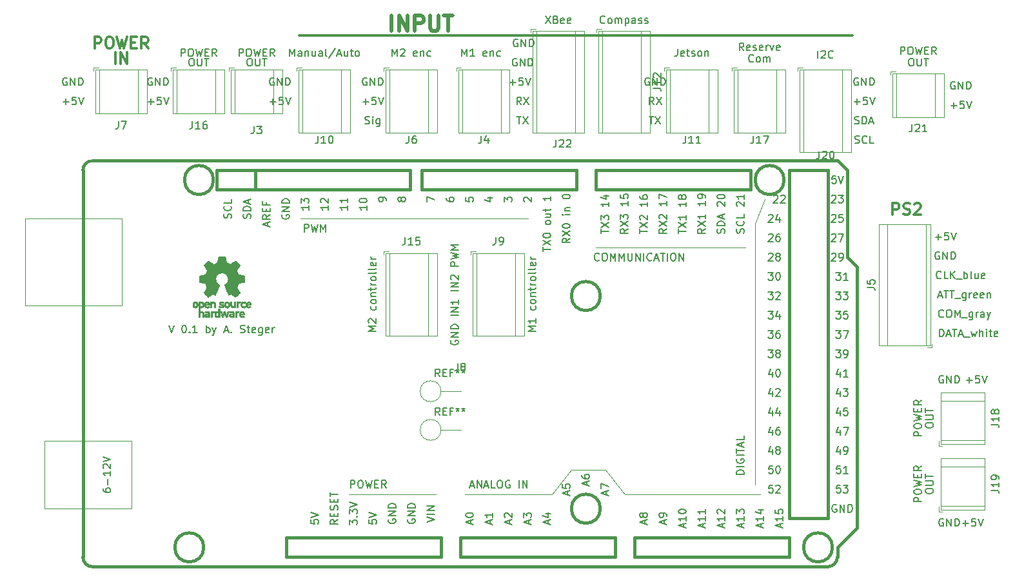
<source format=gto>
G04 #@! TF.GenerationSoftware,KiCad,Pcbnew,(5.1.6)-1*
G04 #@! TF.CreationDate,2020-09-08T01:23:52+05:30*
G04 #@! TF.ProjectId,PCB board,50434220-626f-4617-9264-2e6b69636164,rev?*
G04 #@! TF.SameCoordinates,Original*
G04 #@! TF.FileFunction,Legend,Top*
G04 #@! TF.FilePolarity,Positive*
%FSLAX46Y46*%
G04 Gerber Fmt 4.6, Leading zero omitted, Abs format (unit mm)*
G04 Created by KiCad (PCBNEW (5.1.6)-1) date 2020-09-08 01:23:52*
%MOMM*%
%LPD*%
G01*
G04 APERTURE LIST*
%ADD10C,0.200000*%
%ADD11C,0.300000*%
%ADD12C,0.150000*%
%ADD13C,0.500000*%
%ADD14C,0.010000*%
%ADD15C,0.120000*%
%ADD16C,0.381000*%
G04 APERTURE END LIST*
D10*
X107879428Y-90384380D02*
X108212761Y-91384380D01*
X108546095Y-90384380D01*
X109831809Y-90384380D02*
X109927047Y-90384380D01*
X110022285Y-90432000D01*
X110069904Y-90479619D01*
X110117523Y-90574857D01*
X110165142Y-90765333D01*
X110165142Y-91003428D01*
X110117523Y-91193904D01*
X110069904Y-91289142D01*
X110022285Y-91336761D01*
X109927047Y-91384380D01*
X109831809Y-91384380D01*
X109736571Y-91336761D01*
X109688952Y-91289142D01*
X109641333Y-91193904D01*
X109593714Y-91003428D01*
X109593714Y-90765333D01*
X109641333Y-90574857D01*
X109688952Y-90479619D01*
X109736571Y-90432000D01*
X109831809Y-90384380D01*
X110593714Y-91289142D02*
X110641333Y-91336761D01*
X110593714Y-91384380D01*
X110546095Y-91336761D01*
X110593714Y-91289142D01*
X110593714Y-91384380D01*
X111593714Y-91384380D02*
X111022285Y-91384380D01*
X111308000Y-91384380D02*
X111308000Y-90384380D01*
X111212761Y-90527238D01*
X111117523Y-90622476D01*
X111022285Y-90670095D01*
X112784190Y-91384380D02*
X112784190Y-90384380D01*
X112784190Y-90765333D02*
X112879428Y-90717714D01*
X113069904Y-90717714D01*
X113165142Y-90765333D01*
X113212761Y-90812952D01*
X113260380Y-90908190D01*
X113260380Y-91193904D01*
X113212761Y-91289142D01*
X113165142Y-91336761D01*
X113069904Y-91384380D01*
X112879428Y-91384380D01*
X112784190Y-91336761D01*
X113593714Y-90717714D02*
X113831809Y-91384380D01*
X114069904Y-90717714D02*
X113831809Y-91384380D01*
X113736571Y-91622476D01*
X113688952Y-91670095D01*
X113593714Y-91717714D01*
X115165142Y-91098666D02*
X115641333Y-91098666D01*
X115069904Y-91384380D02*
X115403238Y-90384380D01*
X115736571Y-91384380D01*
X116069904Y-91289142D02*
X116117523Y-91336761D01*
X116069904Y-91384380D01*
X116022285Y-91336761D01*
X116069904Y-91289142D01*
X116069904Y-91384380D01*
X117260380Y-91336761D02*
X117403238Y-91384380D01*
X117641333Y-91384380D01*
X117736571Y-91336761D01*
X117784190Y-91289142D01*
X117831809Y-91193904D01*
X117831809Y-91098666D01*
X117784190Y-91003428D01*
X117736571Y-90955809D01*
X117641333Y-90908190D01*
X117450857Y-90860571D01*
X117355619Y-90812952D01*
X117308000Y-90765333D01*
X117260380Y-90670095D01*
X117260380Y-90574857D01*
X117308000Y-90479619D01*
X117355619Y-90432000D01*
X117450857Y-90384380D01*
X117688952Y-90384380D01*
X117831809Y-90432000D01*
X118117523Y-90717714D02*
X118498476Y-90717714D01*
X118260380Y-90384380D02*
X118260380Y-91241523D01*
X118308000Y-91336761D01*
X118403238Y-91384380D01*
X118498476Y-91384380D01*
X119212761Y-91336761D02*
X119117523Y-91384380D01*
X118927047Y-91384380D01*
X118831809Y-91336761D01*
X118784190Y-91241523D01*
X118784190Y-90860571D01*
X118831809Y-90765333D01*
X118927047Y-90717714D01*
X119117523Y-90717714D01*
X119212761Y-90765333D01*
X119260380Y-90860571D01*
X119260380Y-90955809D01*
X118784190Y-91051047D01*
X120117523Y-90717714D02*
X120117523Y-91527238D01*
X120069904Y-91622476D01*
X120022285Y-91670095D01*
X119927047Y-91717714D01*
X119784190Y-91717714D01*
X119688952Y-91670095D01*
X120117523Y-91336761D02*
X120022285Y-91384380D01*
X119831809Y-91384380D01*
X119736571Y-91336761D01*
X119688952Y-91289142D01*
X119641333Y-91193904D01*
X119641333Y-90908190D01*
X119688952Y-90812952D01*
X119736571Y-90765333D01*
X119831809Y-90717714D01*
X120022285Y-90717714D01*
X120117523Y-90765333D01*
X120974666Y-91336761D02*
X120879428Y-91384380D01*
X120688952Y-91384380D01*
X120593714Y-91336761D01*
X120546095Y-91241523D01*
X120546095Y-90860571D01*
X120593714Y-90765333D01*
X120688952Y-90717714D01*
X120879428Y-90717714D01*
X120974666Y-90765333D01*
X121022285Y-90860571D01*
X121022285Y-90955809D01*
X120546095Y-91051047D01*
X121450857Y-91384380D02*
X121450857Y-90717714D01*
X121450857Y-90908190D02*
X121498476Y-90812952D01*
X121546095Y-90765333D01*
X121641333Y-90717714D01*
X121736571Y-90717714D01*
D11*
X202902571Y-75862571D02*
X202902571Y-74362571D01*
X203474000Y-74362571D01*
X203616857Y-74434000D01*
X203688285Y-74505428D01*
X203759714Y-74648285D01*
X203759714Y-74862571D01*
X203688285Y-75005428D01*
X203616857Y-75076857D01*
X203474000Y-75148285D01*
X202902571Y-75148285D01*
X204331142Y-75791142D02*
X204545428Y-75862571D01*
X204902571Y-75862571D01*
X205045428Y-75791142D01*
X205116857Y-75719714D01*
X205188285Y-75576857D01*
X205188285Y-75434000D01*
X205116857Y-75291142D01*
X205045428Y-75219714D01*
X204902571Y-75148285D01*
X204616857Y-75076857D01*
X204474000Y-75005428D01*
X204402571Y-74934000D01*
X204331142Y-74791142D01*
X204331142Y-74648285D01*
X204402571Y-74505428D01*
X204474000Y-74434000D01*
X204616857Y-74362571D01*
X204974000Y-74362571D01*
X205188285Y-74434000D01*
X205759714Y-74505428D02*
X205831142Y-74434000D01*
X205974000Y-74362571D01*
X206331142Y-74362571D01*
X206474000Y-74434000D01*
X206545428Y-74505428D01*
X206616857Y-74648285D01*
X206616857Y-74791142D01*
X206545428Y-75005428D01*
X205688285Y-75862571D01*
X206616857Y-75862571D01*
D12*
X193079809Y-55316380D02*
X193079809Y-54316380D01*
X193508380Y-54411619D02*
X193556000Y-54364000D01*
X193651238Y-54316380D01*
X193889333Y-54316380D01*
X193984571Y-54364000D01*
X194032190Y-54411619D01*
X194079809Y-54506857D01*
X194079809Y-54602095D01*
X194032190Y-54744952D01*
X193460761Y-55316380D01*
X194079809Y-55316380D01*
X195079809Y-55221142D02*
X195032190Y-55268761D01*
X194889333Y-55316380D01*
X194794095Y-55316380D01*
X194651238Y-55268761D01*
X194556000Y-55173523D01*
X194508380Y-55078285D01*
X194460761Y-54887809D01*
X194460761Y-54744952D01*
X194508380Y-54554476D01*
X194556000Y-54459238D01*
X194651238Y-54364000D01*
X194794095Y-54316380D01*
X194889333Y-54316380D01*
X195032190Y-54364000D01*
X195079809Y-54411619D01*
X184610476Y-55729142D02*
X184562857Y-55776761D01*
X184420000Y-55824380D01*
X184324761Y-55824380D01*
X184181904Y-55776761D01*
X184086666Y-55681523D01*
X184039047Y-55586285D01*
X183991428Y-55395809D01*
X183991428Y-55252952D01*
X184039047Y-55062476D01*
X184086666Y-54967238D01*
X184181904Y-54872000D01*
X184324761Y-54824380D01*
X184420000Y-54824380D01*
X184562857Y-54872000D01*
X184610476Y-54919619D01*
X185181904Y-55824380D02*
X185086666Y-55776761D01*
X185039047Y-55729142D01*
X184991428Y-55633904D01*
X184991428Y-55348190D01*
X185039047Y-55252952D01*
X185086666Y-55205333D01*
X185181904Y-55157714D01*
X185324761Y-55157714D01*
X185420000Y-55205333D01*
X185467619Y-55252952D01*
X185515238Y-55348190D01*
X185515238Y-55633904D01*
X185467619Y-55729142D01*
X185420000Y-55776761D01*
X185324761Y-55824380D01*
X185181904Y-55824380D01*
X185943809Y-55824380D02*
X185943809Y-55157714D01*
X185943809Y-55252952D02*
X185991428Y-55205333D01*
X186086666Y-55157714D01*
X186229523Y-55157714D01*
X186324761Y-55205333D01*
X186372380Y-55300571D01*
X186372380Y-55824380D01*
X186372380Y-55300571D02*
X186420000Y-55205333D01*
X186515238Y-55157714D01*
X186658095Y-55157714D01*
X186753333Y-55205333D01*
X186800952Y-55300571D01*
X186800952Y-55824380D01*
D11*
X124968000Y-52324000D02*
X197612000Y-52324000D01*
X100814285Y-56050571D02*
X100814285Y-54550571D01*
X101528571Y-56050571D02*
X101528571Y-54550571D01*
X102385714Y-56050571D01*
X102385714Y-54550571D01*
D12*
X207224380Y-112252000D02*
X207224380Y-112061523D01*
X207272000Y-111966285D01*
X207367238Y-111871047D01*
X207557714Y-111823428D01*
X207891047Y-111823428D01*
X208081523Y-111871047D01*
X208176761Y-111966285D01*
X208224380Y-112061523D01*
X208224380Y-112252000D01*
X208176761Y-112347238D01*
X208081523Y-112442476D01*
X207891047Y-112490095D01*
X207557714Y-112490095D01*
X207367238Y-112442476D01*
X207272000Y-112347238D01*
X207224380Y-112252000D01*
X207224380Y-111394857D02*
X208033904Y-111394857D01*
X208129142Y-111347238D01*
X208176761Y-111299619D01*
X208224380Y-111204380D01*
X208224380Y-111013904D01*
X208176761Y-110918666D01*
X208129142Y-110871047D01*
X208033904Y-110823428D01*
X207224380Y-110823428D01*
X207224380Y-110490095D02*
X207224380Y-109918666D01*
X208224380Y-110204380D02*
X207224380Y-110204380D01*
X206700380Y-113561523D02*
X205700380Y-113561523D01*
X205700380Y-113180571D01*
X205748000Y-113085333D01*
X205795619Y-113037714D01*
X205890857Y-112990095D01*
X206033714Y-112990095D01*
X206128952Y-113037714D01*
X206176571Y-113085333D01*
X206224190Y-113180571D01*
X206224190Y-113561523D01*
X205700380Y-112371047D02*
X205700380Y-112180571D01*
X205748000Y-112085333D01*
X205843238Y-111990095D01*
X206033714Y-111942476D01*
X206367047Y-111942476D01*
X206557523Y-111990095D01*
X206652761Y-112085333D01*
X206700380Y-112180571D01*
X206700380Y-112371047D01*
X206652761Y-112466285D01*
X206557523Y-112561523D01*
X206367047Y-112609142D01*
X206033714Y-112609142D01*
X205843238Y-112561523D01*
X205748000Y-112466285D01*
X205700380Y-112371047D01*
X205700380Y-111609142D02*
X206700380Y-111371047D01*
X205986095Y-111180571D01*
X206700380Y-110990095D01*
X205700380Y-110752000D01*
X206176571Y-110371047D02*
X206176571Y-110037714D01*
X206700380Y-109894857D02*
X206700380Y-110371047D01*
X205700380Y-110371047D01*
X205700380Y-109894857D01*
X206700380Y-108894857D02*
X206224190Y-109228190D01*
X206700380Y-109466285D02*
X205700380Y-109466285D01*
X205700380Y-109085333D01*
X205748000Y-108990095D01*
X205795619Y-108942476D01*
X205890857Y-108894857D01*
X206033714Y-108894857D01*
X206128952Y-108942476D01*
X206176571Y-108990095D01*
X206224190Y-109085333D01*
X206224190Y-109466285D01*
X207224380Y-103616000D02*
X207224380Y-103425523D01*
X207272000Y-103330285D01*
X207367238Y-103235047D01*
X207557714Y-103187428D01*
X207891047Y-103187428D01*
X208081523Y-103235047D01*
X208176761Y-103330285D01*
X208224380Y-103425523D01*
X208224380Y-103616000D01*
X208176761Y-103711238D01*
X208081523Y-103806476D01*
X207891047Y-103854095D01*
X207557714Y-103854095D01*
X207367238Y-103806476D01*
X207272000Y-103711238D01*
X207224380Y-103616000D01*
X207224380Y-102758857D02*
X208033904Y-102758857D01*
X208129142Y-102711238D01*
X208176761Y-102663619D01*
X208224380Y-102568380D01*
X208224380Y-102377904D01*
X208176761Y-102282666D01*
X208129142Y-102235047D01*
X208033904Y-102187428D01*
X207224380Y-102187428D01*
X207224380Y-101854095D02*
X207224380Y-101282666D01*
X208224380Y-101568380D02*
X207224380Y-101568380D01*
X206700380Y-104925523D02*
X205700380Y-104925523D01*
X205700380Y-104544571D01*
X205748000Y-104449333D01*
X205795619Y-104401714D01*
X205890857Y-104354095D01*
X206033714Y-104354095D01*
X206128952Y-104401714D01*
X206176571Y-104449333D01*
X206224190Y-104544571D01*
X206224190Y-104925523D01*
X205700380Y-103735047D02*
X205700380Y-103544571D01*
X205748000Y-103449333D01*
X205843238Y-103354095D01*
X206033714Y-103306476D01*
X206367047Y-103306476D01*
X206557523Y-103354095D01*
X206652761Y-103449333D01*
X206700380Y-103544571D01*
X206700380Y-103735047D01*
X206652761Y-103830285D01*
X206557523Y-103925523D01*
X206367047Y-103973142D01*
X206033714Y-103973142D01*
X205843238Y-103925523D01*
X205748000Y-103830285D01*
X205700380Y-103735047D01*
X205700380Y-102973142D02*
X206700380Y-102735047D01*
X205986095Y-102544571D01*
X206700380Y-102354095D01*
X205700380Y-102116000D01*
X206176571Y-101735047D02*
X206176571Y-101401714D01*
X206700380Y-101258857D02*
X206700380Y-101735047D01*
X205700380Y-101735047D01*
X205700380Y-101258857D01*
X206700380Y-100258857D02*
X206224190Y-100592190D01*
X206700380Y-100830285D02*
X205700380Y-100830285D01*
X205700380Y-100449333D01*
X205748000Y-100354095D01*
X205795619Y-100306476D01*
X205890857Y-100258857D01*
X206033714Y-100258857D01*
X206128952Y-100306476D01*
X206176571Y-100354095D01*
X206224190Y-100449333D01*
X206224190Y-100830285D01*
X205248000Y-55332380D02*
X205438476Y-55332380D01*
X205533714Y-55380000D01*
X205628952Y-55475238D01*
X205676571Y-55665714D01*
X205676571Y-55999047D01*
X205628952Y-56189523D01*
X205533714Y-56284761D01*
X205438476Y-56332380D01*
X205248000Y-56332380D01*
X205152761Y-56284761D01*
X205057523Y-56189523D01*
X205009904Y-55999047D01*
X205009904Y-55665714D01*
X205057523Y-55475238D01*
X205152761Y-55380000D01*
X205248000Y-55332380D01*
X206105142Y-55332380D02*
X206105142Y-56141904D01*
X206152761Y-56237142D01*
X206200380Y-56284761D01*
X206295619Y-56332380D01*
X206486095Y-56332380D01*
X206581333Y-56284761D01*
X206628952Y-56237142D01*
X206676571Y-56141904D01*
X206676571Y-55332380D01*
X207009904Y-55332380D02*
X207581333Y-55332380D01*
X207295619Y-56332380D02*
X207295619Y-55332380D01*
X203938476Y-54808380D02*
X203938476Y-53808380D01*
X204319428Y-53808380D01*
X204414666Y-53856000D01*
X204462285Y-53903619D01*
X204509904Y-53998857D01*
X204509904Y-54141714D01*
X204462285Y-54236952D01*
X204414666Y-54284571D01*
X204319428Y-54332190D01*
X203938476Y-54332190D01*
X205128952Y-53808380D02*
X205319428Y-53808380D01*
X205414666Y-53856000D01*
X205509904Y-53951238D01*
X205557523Y-54141714D01*
X205557523Y-54475047D01*
X205509904Y-54665523D01*
X205414666Y-54760761D01*
X205319428Y-54808380D01*
X205128952Y-54808380D01*
X205033714Y-54760761D01*
X204938476Y-54665523D01*
X204890857Y-54475047D01*
X204890857Y-54141714D01*
X204938476Y-53951238D01*
X205033714Y-53856000D01*
X205128952Y-53808380D01*
X205890857Y-53808380D02*
X206128952Y-54808380D01*
X206319428Y-54094095D01*
X206509904Y-54808380D01*
X206748000Y-53808380D01*
X207128952Y-54284571D02*
X207462285Y-54284571D01*
X207605142Y-54808380D02*
X207128952Y-54808380D01*
X207128952Y-53808380D01*
X207605142Y-53808380D01*
X208605142Y-54808380D02*
X208271809Y-54332190D01*
X208033714Y-54808380D02*
X208033714Y-53808380D01*
X208414666Y-53808380D01*
X208509904Y-53856000D01*
X208557523Y-53903619D01*
X208605142Y-53998857D01*
X208605142Y-54141714D01*
X208557523Y-54236952D01*
X208509904Y-54284571D01*
X208414666Y-54332190D01*
X208033714Y-54332190D01*
X105140285Y-61031428D02*
X105902190Y-61031428D01*
X105521238Y-61412380D02*
X105521238Y-60650476D01*
X106854571Y-60412380D02*
X106378380Y-60412380D01*
X106330761Y-60888571D01*
X106378380Y-60840952D01*
X106473619Y-60793333D01*
X106711714Y-60793333D01*
X106806952Y-60840952D01*
X106854571Y-60888571D01*
X106902190Y-60983809D01*
X106902190Y-61221904D01*
X106854571Y-61317142D01*
X106806952Y-61364761D01*
X106711714Y-61412380D01*
X106473619Y-61412380D01*
X106378380Y-61364761D01*
X106330761Y-61317142D01*
X107187904Y-60412380D02*
X107521238Y-61412380D01*
X107854571Y-60412380D01*
X105664095Y-57920000D02*
X105568857Y-57872380D01*
X105426000Y-57872380D01*
X105283142Y-57920000D01*
X105187904Y-58015238D01*
X105140285Y-58110476D01*
X105092666Y-58300952D01*
X105092666Y-58443809D01*
X105140285Y-58634285D01*
X105187904Y-58729523D01*
X105283142Y-58824761D01*
X105426000Y-58872380D01*
X105521238Y-58872380D01*
X105664095Y-58824761D01*
X105711714Y-58777142D01*
X105711714Y-58443809D01*
X105521238Y-58443809D01*
X106140285Y-58872380D02*
X106140285Y-57872380D01*
X106711714Y-58872380D01*
X106711714Y-57872380D01*
X107187904Y-58872380D02*
X107187904Y-57872380D01*
X107426000Y-57872380D01*
X107568857Y-57920000D01*
X107664095Y-58015238D01*
X107711714Y-58110476D01*
X107759333Y-58300952D01*
X107759333Y-58443809D01*
X107711714Y-58634285D01*
X107664095Y-58729523D01*
X107568857Y-58824761D01*
X107426000Y-58872380D01*
X107187904Y-58872380D01*
X118380000Y-55332380D02*
X118570476Y-55332380D01*
X118665714Y-55380000D01*
X118760952Y-55475238D01*
X118808571Y-55665714D01*
X118808571Y-55999047D01*
X118760952Y-56189523D01*
X118665714Y-56284761D01*
X118570476Y-56332380D01*
X118380000Y-56332380D01*
X118284761Y-56284761D01*
X118189523Y-56189523D01*
X118141904Y-55999047D01*
X118141904Y-55665714D01*
X118189523Y-55475238D01*
X118284761Y-55380000D01*
X118380000Y-55332380D01*
X119237142Y-55332380D02*
X119237142Y-56141904D01*
X119284761Y-56237142D01*
X119332380Y-56284761D01*
X119427619Y-56332380D01*
X119618095Y-56332380D01*
X119713333Y-56284761D01*
X119760952Y-56237142D01*
X119808571Y-56141904D01*
X119808571Y-55332380D01*
X120141904Y-55332380D02*
X120713333Y-55332380D01*
X120427619Y-56332380D02*
X120427619Y-55332380D01*
X110760000Y-55332380D02*
X110950476Y-55332380D01*
X111045714Y-55380000D01*
X111140952Y-55475238D01*
X111188571Y-55665714D01*
X111188571Y-55999047D01*
X111140952Y-56189523D01*
X111045714Y-56284761D01*
X110950476Y-56332380D01*
X110760000Y-56332380D01*
X110664761Y-56284761D01*
X110569523Y-56189523D01*
X110521904Y-55999047D01*
X110521904Y-55665714D01*
X110569523Y-55475238D01*
X110664761Y-55380000D01*
X110760000Y-55332380D01*
X111617142Y-55332380D02*
X111617142Y-56141904D01*
X111664761Y-56237142D01*
X111712380Y-56284761D01*
X111807619Y-56332380D01*
X111998095Y-56332380D01*
X112093333Y-56284761D01*
X112140952Y-56237142D01*
X112188571Y-56141904D01*
X112188571Y-55332380D01*
X112521904Y-55332380D02*
X113093333Y-55332380D01*
X112807619Y-56332380D02*
X112807619Y-55332380D01*
X170942095Y-57920000D02*
X170846857Y-57872380D01*
X170704000Y-57872380D01*
X170561142Y-57920000D01*
X170465904Y-58015238D01*
X170418285Y-58110476D01*
X170370666Y-58300952D01*
X170370666Y-58443809D01*
X170418285Y-58634285D01*
X170465904Y-58729523D01*
X170561142Y-58824761D01*
X170704000Y-58872380D01*
X170799238Y-58872380D01*
X170942095Y-58824761D01*
X170989714Y-58777142D01*
X170989714Y-58443809D01*
X170799238Y-58443809D01*
X171418285Y-58872380D02*
X171418285Y-57872380D01*
X171989714Y-58872380D01*
X171989714Y-57872380D01*
X172465904Y-58872380D02*
X172465904Y-57872380D01*
X172704000Y-57872380D01*
X172846857Y-57920000D01*
X172942095Y-58015238D01*
X172989714Y-58110476D01*
X173037333Y-58300952D01*
X173037333Y-58443809D01*
X172989714Y-58634285D01*
X172942095Y-58729523D01*
X172846857Y-58824761D01*
X172704000Y-58872380D01*
X172465904Y-58872380D01*
X171537333Y-61412380D02*
X171204000Y-60936190D01*
X170965904Y-61412380D02*
X170965904Y-60412380D01*
X171346857Y-60412380D01*
X171442095Y-60460000D01*
X171489714Y-60507619D01*
X171537333Y-60602857D01*
X171537333Y-60745714D01*
X171489714Y-60840952D01*
X171442095Y-60888571D01*
X171346857Y-60936190D01*
X170965904Y-60936190D01*
X171870666Y-60412380D02*
X172537333Y-61412380D01*
X172537333Y-60412380D02*
X171870666Y-61412380D01*
X170942095Y-62952380D02*
X171513523Y-62952380D01*
X171227809Y-63952380D02*
X171227809Y-62952380D01*
X171751619Y-62952380D02*
X172418285Y-63952380D01*
X172418285Y-62952380D02*
X171751619Y-63952380D01*
X153670095Y-52840000D02*
X153574857Y-52792380D01*
X153432000Y-52792380D01*
X153289142Y-52840000D01*
X153193904Y-52935238D01*
X153146285Y-53030476D01*
X153098666Y-53220952D01*
X153098666Y-53363809D01*
X153146285Y-53554285D01*
X153193904Y-53649523D01*
X153289142Y-53744761D01*
X153432000Y-53792380D01*
X153527238Y-53792380D01*
X153670095Y-53744761D01*
X153717714Y-53697142D01*
X153717714Y-53363809D01*
X153527238Y-53363809D01*
X154146285Y-53792380D02*
X154146285Y-52792380D01*
X154717714Y-53792380D01*
X154717714Y-52792380D01*
X155193904Y-53792380D02*
X155193904Y-52792380D01*
X155432000Y-52792380D01*
X155574857Y-52840000D01*
X155670095Y-52935238D01*
X155717714Y-53030476D01*
X155765333Y-53220952D01*
X155765333Y-53363809D01*
X155717714Y-53554285D01*
X155670095Y-53649523D01*
X155574857Y-53744761D01*
X155432000Y-53792380D01*
X155193904Y-53792380D01*
X152638285Y-58491428D02*
X153400190Y-58491428D01*
X153019238Y-58872380D02*
X153019238Y-58110476D01*
X154352571Y-57872380D02*
X153876380Y-57872380D01*
X153828761Y-58348571D01*
X153876380Y-58300952D01*
X153971619Y-58253333D01*
X154209714Y-58253333D01*
X154304952Y-58300952D01*
X154352571Y-58348571D01*
X154400190Y-58443809D01*
X154400190Y-58681904D01*
X154352571Y-58777142D01*
X154304952Y-58824761D01*
X154209714Y-58872380D01*
X153971619Y-58872380D01*
X153876380Y-58824761D01*
X153828761Y-58777142D01*
X154685904Y-57872380D02*
X155019238Y-58872380D01*
X155352571Y-57872380D01*
X197850285Y-61031428D02*
X198612190Y-61031428D01*
X198231238Y-61412380D02*
X198231238Y-60650476D01*
X199564571Y-60412380D02*
X199088380Y-60412380D01*
X199040761Y-60888571D01*
X199088380Y-60840952D01*
X199183619Y-60793333D01*
X199421714Y-60793333D01*
X199516952Y-60840952D01*
X199564571Y-60888571D01*
X199612190Y-60983809D01*
X199612190Y-61221904D01*
X199564571Y-61317142D01*
X199516952Y-61364761D01*
X199421714Y-61412380D01*
X199183619Y-61412380D01*
X199088380Y-61364761D01*
X199040761Y-61317142D01*
X199897904Y-60412380D02*
X200231238Y-61412380D01*
X200564571Y-60412380D01*
X198374095Y-57920000D02*
X198278857Y-57872380D01*
X198136000Y-57872380D01*
X197993142Y-57920000D01*
X197897904Y-58015238D01*
X197850285Y-58110476D01*
X197802666Y-58300952D01*
X197802666Y-58443809D01*
X197850285Y-58634285D01*
X197897904Y-58729523D01*
X197993142Y-58824761D01*
X198136000Y-58872380D01*
X198231238Y-58872380D01*
X198374095Y-58824761D01*
X198421714Y-58777142D01*
X198421714Y-58443809D01*
X198231238Y-58443809D01*
X198850285Y-58872380D02*
X198850285Y-57872380D01*
X199421714Y-58872380D01*
X199421714Y-57872380D01*
X199897904Y-58872380D02*
X199897904Y-57872380D01*
X200136000Y-57872380D01*
X200278857Y-57920000D01*
X200374095Y-58015238D01*
X200421714Y-58110476D01*
X200469333Y-58300952D01*
X200469333Y-58443809D01*
X200421714Y-58634285D01*
X200374095Y-58729523D01*
X200278857Y-58824761D01*
X200136000Y-58872380D01*
X199897904Y-58872380D01*
X210550285Y-61539428D02*
X211312190Y-61539428D01*
X210931238Y-61920380D02*
X210931238Y-61158476D01*
X212264571Y-60920380D02*
X211788380Y-60920380D01*
X211740761Y-61396571D01*
X211788380Y-61348952D01*
X211883619Y-61301333D01*
X212121714Y-61301333D01*
X212216952Y-61348952D01*
X212264571Y-61396571D01*
X212312190Y-61491809D01*
X212312190Y-61729904D01*
X212264571Y-61825142D01*
X212216952Y-61872761D01*
X212121714Y-61920380D01*
X211883619Y-61920380D01*
X211788380Y-61872761D01*
X211740761Y-61825142D01*
X212597904Y-60920380D02*
X212931238Y-61920380D01*
X213264571Y-60920380D01*
X211074095Y-58428000D02*
X210978857Y-58380380D01*
X210836000Y-58380380D01*
X210693142Y-58428000D01*
X210597904Y-58523238D01*
X210550285Y-58618476D01*
X210502666Y-58808952D01*
X210502666Y-58951809D01*
X210550285Y-59142285D01*
X210597904Y-59237523D01*
X210693142Y-59332761D01*
X210836000Y-59380380D01*
X210931238Y-59380380D01*
X211074095Y-59332761D01*
X211121714Y-59285142D01*
X211121714Y-58951809D01*
X210931238Y-58951809D01*
X211550285Y-59380380D02*
X211550285Y-58380380D01*
X212121714Y-59380380D01*
X212121714Y-58380380D01*
X212597904Y-59380380D02*
X212597904Y-58380380D01*
X212836000Y-58380380D01*
X212978857Y-58428000D01*
X213074095Y-58523238D01*
X213121714Y-58618476D01*
X213169333Y-58808952D01*
X213169333Y-58951809D01*
X213121714Y-59142285D01*
X213074095Y-59237523D01*
X212978857Y-59332761D01*
X212836000Y-59380380D01*
X212597904Y-59380380D01*
X197945523Y-66444761D02*
X198088380Y-66492380D01*
X198326476Y-66492380D01*
X198421714Y-66444761D01*
X198469333Y-66397142D01*
X198516952Y-66301904D01*
X198516952Y-66206666D01*
X198469333Y-66111428D01*
X198421714Y-66063809D01*
X198326476Y-66016190D01*
X198136000Y-65968571D01*
X198040761Y-65920952D01*
X197993142Y-65873333D01*
X197945523Y-65778095D01*
X197945523Y-65682857D01*
X197993142Y-65587619D01*
X198040761Y-65540000D01*
X198136000Y-65492380D01*
X198374095Y-65492380D01*
X198516952Y-65540000D01*
X199516952Y-66397142D02*
X199469333Y-66444761D01*
X199326476Y-66492380D01*
X199231238Y-66492380D01*
X199088380Y-66444761D01*
X198993142Y-66349523D01*
X198945523Y-66254285D01*
X198897904Y-66063809D01*
X198897904Y-65920952D01*
X198945523Y-65730476D01*
X198993142Y-65635238D01*
X199088380Y-65540000D01*
X199231238Y-65492380D01*
X199326476Y-65492380D01*
X199469333Y-65540000D01*
X199516952Y-65587619D01*
X200421714Y-66492380D02*
X199945523Y-66492380D01*
X199945523Y-65492380D01*
X197921714Y-63904761D02*
X198064571Y-63952380D01*
X198302666Y-63952380D01*
X198397904Y-63904761D01*
X198445523Y-63857142D01*
X198493142Y-63761904D01*
X198493142Y-63666666D01*
X198445523Y-63571428D01*
X198397904Y-63523809D01*
X198302666Y-63476190D01*
X198112190Y-63428571D01*
X198016952Y-63380952D01*
X197969333Y-63333333D01*
X197921714Y-63238095D01*
X197921714Y-63142857D01*
X197969333Y-63047619D01*
X198016952Y-63000000D01*
X198112190Y-62952380D01*
X198350285Y-62952380D01*
X198493142Y-63000000D01*
X198921714Y-63952380D02*
X198921714Y-62952380D01*
X199159809Y-62952380D01*
X199302666Y-63000000D01*
X199397904Y-63095238D01*
X199445523Y-63190476D01*
X199493142Y-63380952D01*
X199493142Y-63523809D01*
X199445523Y-63714285D01*
X199397904Y-63809523D01*
X199302666Y-63904761D01*
X199159809Y-63952380D01*
X198921714Y-63952380D01*
X199874095Y-63666666D02*
X200350285Y-63666666D01*
X199778857Y-63952380D02*
X200112190Y-62952380D01*
X200445523Y-63952380D01*
X121142285Y-61031428D02*
X121904190Y-61031428D01*
X121523238Y-61412380D02*
X121523238Y-60650476D01*
X122856571Y-60412380D02*
X122380380Y-60412380D01*
X122332761Y-60888571D01*
X122380380Y-60840952D01*
X122475619Y-60793333D01*
X122713714Y-60793333D01*
X122808952Y-60840952D01*
X122856571Y-60888571D01*
X122904190Y-60983809D01*
X122904190Y-61221904D01*
X122856571Y-61317142D01*
X122808952Y-61364761D01*
X122713714Y-61412380D01*
X122475619Y-61412380D01*
X122380380Y-61364761D01*
X122332761Y-61317142D01*
X123189904Y-60412380D02*
X123523238Y-61412380D01*
X123856571Y-60412380D01*
X212074285Y-116403428D02*
X212836190Y-116403428D01*
X212455238Y-116784380D02*
X212455238Y-116022476D01*
X213788571Y-115784380D02*
X213312380Y-115784380D01*
X213264761Y-116260571D01*
X213312380Y-116212952D01*
X213407619Y-116165333D01*
X213645714Y-116165333D01*
X213740952Y-116212952D01*
X213788571Y-116260571D01*
X213836190Y-116355809D01*
X213836190Y-116593904D01*
X213788571Y-116689142D01*
X213740952Y-116736761D01*
X213645714Y-116784380D01*
X213407619Y-116784380D01*
X213312380Y-116736761D01*
X213264761Y-116689142D01*
X214121904Y-115784380D02*
X214455238Y-116784380D01*
X214788571Y-115784380D01*
X209550095Y-115832000D02*
X209454857Y-115784380D01*
X209312000Y-115784380D01*
X209169142Y-115832000D01*
X209073904Y-115927238D01*
X209026285Y-116022476D01*
X208978666Y-116212952D01*
X208978666Y-116355809D01*
X209026285Y-116546285D01*
X209073904Y-116641523D01*
X209169142Y-116736761D01*
X209312000Y-116784380D01*
X209407238Y-116784380D01*
X209550095Y-116736761D01*
X209597714Y-116689142D01*
X209597714Y-116355809D01*
X209407238Y-116355809D01*
X210026285Y-116784380D02*
X210026285Y-115784380D01*
X210597714Y-116784380D01*
X210597714Y-115784380D01*
X211073904Y-116784380D02*
X211073904Y-115784380D01*
X211312000Y-115784380D01*
X211454857Y-115832000D01*
X211550095Y-115927238D01*
X211597714Y-116022476D01*
X211645333Y-116212952D01*
X211645333Y-116355809D01*
X211597714Y-116546285D01*
X211550095Y-116641523D01*
X211454857Y-116736761D01*
X211312000Y-116784380D01*
X211073904Y-116784380D01*
X212582285Y-97607428D02*
X213344190Y-97607428D01*
X212963238Y-97988380D02*
X212963238Y-97226476D01*
X214296571Y-96988380D02*
X213820380Y-96988380D01*
X213772761Y-97464571D01*
X213820380Y-97416952D01*
X213915619Y-97369333D01*
X214153714Y-97369333D01*
X214248952Y-97416952D01*
X214296571Y-97464571D01*
X214344190Y-97559809D01*
X214344190Y-97797904D01*
X214296571Y-97893142D01*
X214248952Y-97940761D01*
X214153714Y-97988380D01*
X213915619Y-97988380D01*
X213820380Y-97940761D01*
X213772761Y-97893142D01*
X214629904Y-96988380D02*
X214963238Y-97988380D01*
X215296571Y-96988380D01*
X209550095Y-97036000D02*
X209454857Y-96988380D01*
X209312000Y-96988380D01*
X209169142Y-97036000D01*
X209073904Y-97131238D01*
X209026285Y-97226476D01*
X208978666Y-97416952D01*
X208978666Y-97559809D01*
X209026285Y-97750285D01*
X209073904Y-97845523D01*
X209169142Y-97940761D01*
X209312000Y-97988380D01*
X209407238Y-97988380D01*
X209550095Y-97940761D01*
X209597714Y-97893142D01*
X209597714Y-97559809D01*
X209407238Y-97559809D01*
X210026285Y-97988380D02*
X210026285Y-96988380D01*
X210597714Y-97988380D01*
X210597714Y-96988380D01*
X211073904Y-97988380D02*
X211073904Y-96988380D01*
X211312000Y-96988380D01*
X211454857Y-97036000D01*
X211550095Y-97131238D01*
X211597714Y-97226476D01*
X211645333Y-97416952D01*
X211645333Y-97559809D01*
X211597714Y-97750285D01*
X211550095Y-97845523D01*
X211454857Y-97940761D01*
X211312000Y-97988380D01*
X211073904Y-97988380D01*
X117070476Y-55062380D02*
X117070476Y-54062380D01*
X117451428Y-54062380D01*
X117546666Y-54110000D01*
X117594285Y-54157619D01*
X117641904Y-54252857D01*
X117641904Y-54395714D01*
X117594285Y-54490952D01*
X117546666Y-54538571D01*
X117451428Y-54586190D01*
X117070476Y-54586190D01*
X118260952Y-54062380D02*
X118451428Y-54062380D01*
X118546666Y-54110000D01*
X118641904Y-54205238D01*
X118689523Y-54395714D01*
X118689523Y-54729047D01*
X118641904Y-54919523D01*
X118546666Y-55014761D01*
X118451428Y-55062380D01*
X118260952Y-55062380D01*
X118165714Y-55014761D01*
X118070476Y-54919523D01*
X118022857Y-54729047D01*
X118022857Y-54395714D01*
X118070476Y-54205238D01*
X118165714Y-54110000D01*
X118260952Y-54062380D01*
X119022857Y-54062380D02*
X119260952Y-55062380D01*
X119451428Y-54348095D01*
X119641904Y-55062380D01*
X119880000Y-54062380D01*
X120260952Y-54538571D02*
X120594285Y-54538571D01*
X120737142Y-55062380D02*
X120260952Y-55062380D01*
X120260952Y-54062380D01*
X120737142Y-54062380D01*
X121737142Y-55062380D02*
X121403809Y-54586190D01*
X121165714Y-55062380D02*
X121165714Y-54062380D01*
X121546666Y-54062380D01*
X121641904Y-54110000D01*
X121689523Y-54157619D01*
X121737142Y-54252857D01*
X121737142Y-54395714D01*
X121689523Y-54490952D01*
X121641904Y-54538571D01*
X121546666Y-54586190D01*
X121165714Y-54586190D01*
X109450476Y-55062380D02*
X109450476Y-54062380D01*
X109831428Y-54062380D01*
X109926666Y-54110000D01*
X109974285Y-54157619D01*
X110021904Y-54252857D01*
X110021904Y-54395714D01*
X109974285Y-54490952D01*
X109926666Y-54538571D01*
X109831428Y-54586190D01*
X109450476Y-54586190D01*
X110640952Y-54062380D02*
X110831428Y-54062380D01*
X110926666Y-54110000D01*
X111021904Y-54205238D01*
X111069523Y-54395714D01*
X111069523Y-54729047D01*
X111021904Y-54919523D01*
X110926666Y-55014761D01*
X110831428Y-55062380D01*
X110640952Y-55062380D01*
X110545714Y-55014761D01*
X110450476Y-54919523D01*
X110402857Y-54729047D01*
X110402857Y-54395714D01*
X110450476Y-54205238D01*
X110545714Y-54110000D01*
X110640952Y-54062380D01*
X111402857Y-54062380D02*
X111640952Y-55062380D01*
X111831428Y-54348095D01*
X112021904Y-55062380D01*
X112260000Y-54062380D01*
X112640952Y-54538571D02*
X112974285Y-54538571D01*
X113117142Y-55062380D02*
X112640952Y-55062380D01*
X112640952Y-54062380D01*
X113117142Y-54062380D01*
X114117142Y-55062380D02*
X113783809Y-54586190D01*
X113545714Y-55062380D02*
X113545714Y-54062380D01*
X113926666Y-54062380D01*
X114021904Y-54110000D01*
X114069523Y-54157619D01*
X114117142Y-54252857D01*
X114117142Y-54395714D01*
X114069523Y-54490952D01*
X114021904Y-54538571D01*
X113926666Y-54586190D01*
X113545714Y-54586190D01*
X209042095Y-80780000D02*
X208946857Y-80732380D01*
X208804000Y-80732380D01*
X208661142Y-80780000D01*
X208565904Y-80875238D01*
X208518285Y-80970476D01*
X208470666Y-81160952D01*
X208470666Y-81303809D01*
X208518285Y-81494285D01*
X208565904Y-81589523D01*
X208661142Y-81684761D01*
X208804000Y-81732380D01*
X208899238Y-81732380D01*
X209042095Y-81684761D01*
X209089714Y-81637142D01*
X209089714Y-81303809D01*
X208899238Y-81303809D01*
X209518285Y-81732380D02*
X209518285Y-80732380D01*
X210089714Y-81732380D01*
X210089714Y-80732380D01*
X210565904Y-81732380D02*
X210565904Y-80732380D01*
X210804000Y-80732380D01*
X210946857Y-80780000D01*
X211042095Y-80875238D01*
X211089714Y-80970476D01*
X211137333Y-81160952D01*
X211137333Y-81303809D01*
X211089714Y-81494285D01*
X211042095Y-81589523D01*
X210946857Y-81684761D01*
X210804000Y-81732380D01*
X210565904Y-81732380D01*
X208518285Y-78811428D02*
X209280190Y-78811428D01*
X208899238Y-79192380D02*
X208899238Y-78430476D01*
X210232571Y-78192380D02*
X209756380Y-78192380D01*
X209708761Y-78668571D01*
X209756380Y-78620952D01*
X209851619Y-78573333D01*
X210089714Y-78573333D01*
X210184952Y-78620952D01*
X210232571Y-78668571D01*
X210280190Y-78763809D01*
X210280190Y-79001904D01*
X210232571Y-79097142D01*
X210184952Y-79144761D01*
X210089714Y-79192380D01*
X209851619Y-79192380D01*
X209756380Y-79144761D01*
X209708761Y-79097142D01*
X210565904Y-78192380D02*
X210899238Y-79192380D01*
X211232571Y-78192380D01*
X144915000Y-92383809D02*
X144867380Y-92479047D01*
X144867380Y-92621904D01*
X144915000Y-92764761D01*
X145010238Y-92860000D01*
X145105476Y-92907619D01*
X145295952Y-92955238D01*
X145438809Y-92955238D01*
X145629285Y-92907619D01*
X145724523Y-92860000D01*
X145819761Y-92764761D01*
X145867380Y-92621904D01*
X145867380Y-92526666D01*
X145819761Y-92383809D01*
X145772142Y-92336190D01*
X145438809Y-92336190D01*
X145438809Y-92526666D01*
X145867380Y-91907619D02*
X144867380Y-91907619D01*
X145867380Y-91336190D01*
X144867380Y-91336190D01*
X145867380Y-90860000D02*
X144867380Y-90860000D01*
X144867380Y-90621904D01*
X144915000Y-90479047D01*
X145010238Y-90383809D01*
X145105476Y-90336190D01*
X145295952Y-90288571D01*
X145438809Y-90288571D01*
X145629285Y-90336190D01*
X145724523Y-90383809D01*
X145819761Y-90479047D01*
X145867380Y-90621904D01*
X145867380Y-90860000D01*
X145867380Y-89098095D02*
X144867380Y-89098095D01*
X145867380Y-88621904D02*
X144867380Y-88621904D01*
X145867380Y-88050476D01*
X144867380Y-88050476D01*
X145867380Y-87050476D02*
X145867380Y-87621904D01*
X145867380Y-87336190D02*
X144867380Y-87336190D01*
X145010238Y-87431428D01*
X145105476Y-87526666D01*
X145153095Y-87621904D01*
X145867380Y-85860000D02*
X144867380Y-85860000D01*
X145867380Y-85383809D02*
X144867380Y-85383809D01*
X145867380Y-84812380D01*
X144867380Y-84812380D01*
X144962619Y-84383809D02*
X144915000Y-84336190D01*
X144867380Y-84240952D01*
X144867380Y-84002857D01*
X144915000Y-83907619D01*
X144962619Y-83860000D01*
X145057857Y-83812380D01*
X145153095Y-83812380D01*
X145295952Y-83860000D01*
X145867380Y-84431428D01*
X145867380Y-83812380D01*
X145867380Y-82621904D02*
X144867380Y-82621904D01*
X144867380Y-82240952D01*
X144915000Y-82145714D01*
X144962619Y-82098095D01*
X145057857Y-82050476D01*
X145200714Y-82050476D01*
X145295952Y-82098095D01*
X145343571Y-82145714D01*
X145391190Y-82240952D01*
X145391190Y-82621904D01*
X144867380Y-81717142D02*
X145867380Y-81479047D01*
X145153095Y-81288571D01*
X145867380Y-81098095D01*
X144867380Y-80860000D01*
X145867380Y-80479047D02*
X144867380Y-80479047D01*
X145581666Y-80145714D01*
X144867380Y-79812380D01*
X145867380Y-79812380D01*
X135072380Y-91193333D02*
X134072380Y-91193333D01*
X134786666Y-90860000D01*
X134072380Y-90526666D01*
X135072380Y-90526666D01*
X134167619Y-90098095D02*
X134120000Y-90050476D01*
X134072380Y-89955238D01*
X134072380Y-89717142D01*
X134120000Y-89621904D01*
X134167619Y-89574285D01*
X134262857Y-89526666D01*
X134358095Y-89526666D01*
X134500952Y-89574285D01*
X135072380Y-90145714D01*
X135072380Y-89526666D01*
X135024761Y-87907619D02*
X135072380Y-88002857D01*
X135072380Y-88193333D01*
X135024761Y-88288571D01*
X134977142Y-88336190D01*
X134881904Y-88383809D01*
X134596190Y-88383809D01*
X134500952Y-88336190D01*
X134453333Y-88288571D01*
X134405714Y-88193333D01*
X134405714Y-88002857D01*
X134453333Y-87907619D01*
X135072380Y-87336190D02*
X135024761Y-87431428D01*
X134977142Y-87479047D01*
X134881904Y-87526666D01*
X134596190Y-87526666D01*
X134500952Y-87479047D01*
X134453333Y-87431428D01*
X134405714Y-87336190D01*
X134405714Y-87193333D01*
X134453333Y-87098095D01*
X134500952Y-87050476D01*
X134596190Y-87002857D01*
X134881904Y-87002857D01*
X134977142Y-87050476D01*
X135024761Y-87098095D01*
X135072380Y-87193333D01*
X135072380Y-87336190D01*
X134405714Y-86574285D02*
X135072380Y-86574285D01*
X134500952Y-86574285D02*
X134453333Y-86526666D01*
X134405714Y-86431428D01*
X134405714Y-86288571D01*
X134453333Y-86193333D01*
X134548571Y-86145714D01*
X135072380Y-86145714D01*
X134405714Y-85812380D02*
X134405714Y-85431428D01*
X134072380Y-85669523D02*
X134929523Y-85669523D01*
X135024761Y-85621904D01*
X135072380Y-85526666D01*
X135072380Y-85431428D01*
X135072380Y-85098095D02*
X134405714Y-85098095D01*
X134596190Y-85098095D02*
X134500952Y-85050476D01*
X134453333Y-85002857D01*
X134405714Y-84907619D01*
X134405714Y-84812380D01*
X135072380Y-84336190D02*
X135024761Y-84431428D01*
X134977142Y-84479047D01*
X134881904Y-84526666D01*
X134596190Y-84526666D01*
X134500952Y-84479047D01*
X134453333Y-84431428D01*
X134405714Y-84336190D01*
X134405714Y-84193333D01*
X134453333Y-84098095D01*
X134500952Y-84050476D01*
X134596190Y-84002857D01*
X134881904Y-84002857D01*
X134977142Y-84050476D01*
X135024761Y-84098095D01*
X135072380Y-84193333D01*
X135072380Y-84336190D01*
X135072380Y-83431428D02*
X135024761Y-83526666D01*
X134929523Y-83574285D01*
X134072380Y-83574285D01*
X135072380Y-82907619D02*
X135024761Y-83002857D01*
X134929523Y-83050476D01*
X134072380Y-83050476D01*
X135024761Y-82145714D02*
X135072380Y-82240952D01*
X135072380Y-82431428D01*
X135024761Y-82526666D01*
X134929523Y-82574285D01*
X134548571Y-82574285D01*
X134453333Y-82526666D01*
X134405714Y-82431428D01*
X134405714Y-82240952D01*
X134453333Y-82145714D01*
X134548571Y-82098095D01*
X134643809Y-82098095D01*
X134739047Y-82574285D01*
X135072380Y-81669523D02*
X134405714Y-81669523D01*
X134596190Y-81669523D02*
X134500952Y-81621904D01*
X134453333Y-81574285D01*
X134405714Y-81479047D01*
X134405714Y-81383809D01*
X156027380Y-91193333D02*
X155027380Y-91193333D01*
X155741666Y-90860000D01*
X155027380Y-90526666D01*
X156027380Y-90526666D01*
X156027380Y-89526666D02*
X156027380Y-90098095D01*
X156027380Y-89812380D02*
X155027380Y-89812380D01*
X155170238Y-89907619D01*
X155265476Y-90002857D01*
X155313095Y-90098095D01*
X155979761Y-87907619D02*
X156027380Y-88002857D01*
X156027380Y-88193333D01*
X155979761Y-88288571D01*
X155932142Y-88336190D01*
X155836904Y-88383809D01*
X155551190Y-88383809D01*
X155455952Y-88336190D01*
X155408333Y-88288571D01*
X155360714Y-88193333D01*
X155360714Y-88002857D01*
X155408333Y-87907619D01*
X156027380Y-87336190D02*
X155979761Y-87431428D01*
X155932142Y-87479047D01*
X155836904Y-87526666D01*
X155551190Y-87526666D01*
X155455952Y-87479047D01*
X155408333Y-87431428D01*
X155360714Y-87336190D01*
X155360714Y-87193333D01*
X155408333Y-87098095D01*
X155455952Y-87050476D01*
X155551190Y-87002857D01*
X155836904Y-87002857D01*
X155932142Y-87050476D01*
X155979761Y-87098095D01*
X156027380Y-87193333D01*
X156027380Y-87336190D01*
X155360714Y-86574285D02*
X156027380Y-86574285D01*
X155455952Y-86574285D02*
X155408333Y-86526666D01*
X155360714Y-86431428D01*
X155360714Y-86288571D01*
X155408333Y-86193333D01*
X155503571Y-86145714D01*
X156027380Y-86145714D01*
X155360714Y-85812380D02*
X155360714Y-85431428D01*
X155027380Y-85669523D02*
X155884523Y-85669523D01*
X155979761Y-85621904D01*
X156027380Y-85526666D01*
X156027380Y-85431428D01*
X156027380Y-85098095D02*
X155360714Y-85098095D01*
X155551190Y-85098095D02*
X155455952Y-85050476D01*
X155408333Y-85002857D01*
X155360714Y-84907619D01*
X155360714Y-84812380D01*
X156027380Y-84336190D02*
X155979761Y-84431428D01*
X155932142Y-84479047D01*
X155836904Y-84526666D01*
X155551190Y-84526666D01*
X155455952Y-84479047D01*
X155408333Y-84431428D01*
X155360714Y-84336190D01*
X155360714Y-84193333D01*
X155408333Y-84098095D01*
X155455952Y-84050476D01*
X155551190Y-84002857D01*
X155836904Y-84002857D01*
X155932142Y-84050476D01*
X155979761Y-84098095D01*
X156027380Y-84193333D01*
X156027380Y-84336190D01*
X156027380Y-83431428D02*
X155979761Y-83526666D01*
X155884523Y-83574285D01*
X155027380Y-83574285D01*
X156027380Y-82907619D02*
X155979761Y-83002857D01*
X155884523Y-83050476D01*
X155027380Y-83050476D01*
X155979761Y-82145714D02*
X156027380Y-82240952D01*
X156027380Y-82431428D01*
X155979761Y-82526666D01*
X155884523Y-82574285D01*
X155503571Y-82574285D01*
X155408333Y-82526666D01*
X155360714Y-82431428D01*
X155360714Y-82240952D01*
X155408333Y-82145714D01*
X155503571Y-82098095D01*
X155598809Y-82098095D01*
X155694047Y-82574285D01*
X156027380Y-81669523D02*
X155360714Y-81669523D01*
X155551190Y-81669523D02*
X155455952Y-81621904D01*
X155408333Y-81574285D01*
X155360714Y-81479047D01*
X155360714Y-81383809D01*
X183348571Y-54300380D02*
X183015238Y-53824190D01*
X182777142Y-54300380D02*
X182777142Y-53300380D01*
X183158095Y-53300380D01*
X183253333Y-53348000D01*
X183300952Y-53395619D01*
X183348571Y-53490857D01*
X183348571Y-53633714D01*
X183300952Y-53728952D01*
X183253333Y-53776571D01*
X183158095Y-53824190D01*
X182777142Y-53824190D01*
X184158095Y-54252761D02*
X184062857Y-54300380D01*
X183872380Y-54300380D01*
X183777142Y-54252761D01*
X183729523Y-54157523D01*
X183729523Y-53776571D01*
X183777142Y-53681333D01*
X183872380Y-53633714D01*
X184062857Y-53633714D01*
X184158095Y-53681333D01*
X184205714Y-53776571D01*
X184205714Y-53871809D01*
X183729523Y-53967047D01*
X184586666Y-54252761D02*
X184681904Y-54300380D01*
X184872380Y-54300380D01*
X184967619Y-54252761D01*
X185015238Y-54157523D01*
X185015238Y-54109904D01*
X184967619Y-54014666D01*
X184872380Y-53967047D01*
X184729523Y-53967047D01*
X184634285Y-53919428D01*
X184586666Y-53824190D01*
X184586666Y-53776571D01*
X184634285Y-53681333D01*
X184729523Y-53633714D01*
X184872380Y-53633714D01*
X184967619Y-53681333D01*
X185824761Y-54252761D02*
X185729523Y-54300380D01*
X185539047Y-54300380D01*
X185443809Y-54252761D01*
X185396190Y-54157523D01*
X185396190Y-53776571D01*
X185443809Y-53681333D01*
X185539047Y-53633714D01*
X185729523Y-53633714D01*
X185824761Y-53681333D01*
X185872380Y-53776571D01*
X185872380Y-53871809D01*
X185396190Y-53967047D01*
X186300952Y-54300380D02*
X186300952Y-53633714D01*
X186300952Y-53824190D02*
X186348571Y-53728952D01*
X186396190Y-53681333D01*
X186491428Y-53633714D01*
X186586666Y-53633714D01*
X186824761Y-53633714D02*
X187062857Y-54300380D01*
X187300952Y-53633714D01*
X188062857Y-54252761D02*
X187967619Y-54300380D01*
X187777142Y-54300380D01*
X187681904Y-54252761D01*
X187634285Y-54157523D01*
X187634285Y-53776571D01*
X187681904Y-53681333D01*
X187777142Y-53633714D01*
X187967619Y-53633714D01*
X188062857Y-53681333D01*
X188110476Y-53776571D01*
X188110476Y-53871809D01*
X187634285Y-53967047D01*
X157313523Y-49744380D02*
X157980190Y-50744380D01*
X157980190Y-49744380D02*
X157313523Y-50744380D01*
X158694476Y-50220571D02*
X158837333Y-50268190D01*
X158884952Y-50315809D01*
X158932571Y-50411047D01*
X158932571Y-50553904D01*
X158884952Y-50649142D01*
X158837333Y-50696761D01*
X158742095Y-50744380D01*
X158361142Y-50744380D01*
X158361142Y-49744380D01*
X158694476Y-49744380D01*
X158789714Y-49792000D01*
X158837333Y-49839619D01*
X158884952Y-49934857D01*
X158884952Y-50030095D01*
X158837333Y-50125333D01*
X158789714Y-50172952D01*
X158694476Y-50220571D01*
X158361142Y-50220571D01*
X159742095Y-50696761D02*
X159646857Y-50744380D01*
X159456380Y-50744380D01*
X159361142Y-50696761D01*
X159313523Y-50601523D01*
X159313523Y-50220571D01*
X159361142Y-50125333D01*
X159456380Y-50077714D01*
X159646857Y-50077714D01*
X159742095Y-50125333D01*
X159789714Y-50220571D01*
X159789714Y-50315809D01*
X159313523Y-50411047D01*
X160599238Y-50696761D02*
X160504000Y-50744380D01*
X160313523Y-50744380D01*
X160218285Y-50696761D01*
X160170666Y-50601523D01*
X160170666Y-50220571D01*
X160218285Y-50125333D01*
X160313523Y-50077714D01*
X160504000Y-50077714D01*
X160599238Y-50125333D01*
X160646857Y-50220571D01*
X160646857Y-50315809D01*
X160170666Y-50411047D01*
X209042476Y-91892380D02*
X209042476Y-90892380D01*
X209280571Y-90892380D01*
X209423428Y-90940000D01*
X209518666Y-91035238D01*
X209566285Y-91130476D01*
X209613904Y-91320952D01*
X209613904Y-91463809D01*
X209566285Y-91654285D01*
X209518666Y-91749523D01*
X209423428Y-91844761D01*
X209280571Y-91892380D01*
X209042476Y-91892380D01*
X209994857Y-91606666D02*
X210471047Y-91606666D01*
X209899619Y-91892380D02*
X210232952Y-90892380D01*
X210566285Y-91892380D01*
X210756761Y-90892380D02*
X211328190Y-90892380D01*
X211042476Y-91892380D02*
X211042476Y-90892380D01*
X211613904Y-91606666D02*
X212090095Y-91606666D01*
X211518666Y-91892380D02*
X211852000Y-90892380D01*
X212185333Y-91892380D01*
X212280571Y-91987619D02*
X213042476Y-91987619D01*
X213185333Y-91225714D02*
X213375809Y-91892380D01*
X213566285Y-91416190D01*
X213756761Y-91892380D01*
X213947238Y-91225714D01*
X214328190Y-91892380D02*
X214328190Y-90892380D01*
X214756761Y-91892380D02*
X214756761Y-91368571D01*
X214709142Y-91273333D01*
X214613904Y-91225714D01*
X214471047Y-91225714D01*
X214375809Y-91273333D01*
X214328190Y-91320952D01*
X215232952Y-91892380D02*
X215232952Y-91225714D01*
X215232952Y-90892380D02*
X215185333Y-90940000D01*
X215232952Y-90987619D01*
X215280571Y-90940000D01*
X215232952Y-90892380D01*
X215232952Y-90987619D01*
X215566285Y-91225714D02*
X215947238Y-91225714D01*
X215709142Y-90892380D02*
X215709142Y-91749523D01*
X215756761Y-91844761D01*
X215852000Y-91892380D01*
X215947238Y-91892380D01*
X216661523Y-91844761D02*
X216566285Y-91892380D01*
X216375809Y-91892380D01*
X216280571Y-91844761D01*
X216232952Y-91749523D01*
X216232952Y-91368571D01*
X216280571Y-91273333D01*
X216375809Y-91225714D01*
X216566285Y-91225714D01*
X216661523Y-91273333D01*
X216709142Y-91368571D01*
X216709142Y-91463809D01*
X216232952Y-91559047D01*
X209582095Y-89257142D02*
X209534476Y-89304761D01*
X209391619Y-89352380D01*
X209296380Y-89352380D01*
X209153523Y-89304761D01*
X209058285Y-89209523D01*
X209010666Y-89114285D01*
X208963047Y-88923809D01*
X208963047Y-88780952D01*
X209010666Y-88590476D01*
X209058285Y-88495238D01*
X209153523Y-88400000D01*
X209296380Y-88352380D01*
X209391619Y-88352380D01*
X209534476Y-88400000D01*
X209582095Y-88447619D01*
X210201142Y-88352380D02*
X210391619Y-88352380D01*
X210486857Y-88400000D01*
X210582095Y-88495238D01*
X210629714Y-88685714D01*
X210629714Y-89019047D01*
X210582095Y-89209523D01*
X210486857Y-89304761D01*
X210391619Y-89352380D01*
X210201142Y-89352380D01*
X210105904Y-89304761D01*
X210010666Y-89209523D01*
X209963047Y-89019047D01*
X209963047Y-88685714D01*
X210010666Y-88495238D01*
X210105904Y-88400000D01*
X210201142Y-88352380D01*
X211058285Y-89352380D02*
X211058285Y-88352380D01*
X211391619Y-89066666D01*
X211724952Y-88352380D01*
X211724952Y-89352380D01*
X211963047Y-89447619D02*
X212724952Y-89447619D01*
X213391619Y-88685714D02*
X213391619Y-89495238D01*
X213344000Y-89590476D01*
X213296380Y-89638095D01*
X213201142Y-89685714D01*
X213058285Y-89685714D01*
X212963047Y-89638095D01*
X213391619Y-89304761D02*
X213296380Y-89352380D01*
X213105904Y-89352380D01*
X213010666Y-89304761D01*
X212963047Y-89257142D01*
X212915428Y-89161904D01*
X212915428Y-88876190D01*
X212963047Y-88780952D01*
X213010666Y-88733333D01*
X213105904Y-88685714D01*
X213296380Y-88685714D01*
X213391619Y-88733333D01*
X213867809Y-89352380D02*
X213867809Y-88685714D01*
X213867809Y-88876190D02*
X213915428Y-88780952D01*
X213963047Y-88733333D01*
X214058285Y-88685714D01*
X214153523Y-88685714D01*
X214915428Y-89352380D02*
X214915428Y-88828571D01*
X214867809Y-88733333D01*
X214772571Y-88685714D01*
X214582095Y-88685714D01*
X214486857Y-88733333D01*
X214915428Y-89304761D02*
X214820190Y-89352380D01*
X214582095Y-89352380D01*
X214486857Y-89304761D01*
X214439238Y-89209523D01*
X214439238Y-89114285D01*
X214486857Y-89019047D01*
X214582095Y-88971428D01*
X214820190Y-88971428D01*
X214915428Y-88923809D01*
X215296380Y-88685714D02*
X215534476Y-89352380D01*
X215772571Y-88685714D02*
X215534476Y-89352380D01*
X215439238Y-89590476D01*
X215391619Y-89638095D01*
X215296380Y-89685714D01*
X208891619Y-86526666D02*
X209367809Y-86526666D01*
X208796380Y-86812380D02*
X209129714Y-85812380D01*
X209463047Y-86812380D01*
X209653523Y-85812380D02*
X210224952Y-85812380D01*
X209939238Y-86812380D02*
X209939238Y-85812380D01*
X210415428Y-85812380D02*
X210986857Y-85812380D01*
X210701142Y-86812380D02*
X210701142Y-85812380D01*
X211082095Y-86907619D02*
X211844000Y-86907619D01*
X212510666Y-86145714D02*
X212510666Y-86955238D01*
X212463047Y-87050476D01*
X212415428Y-87098095D01*
X212320190Y-87145714D01*
X212177333Y-87145714D01*
X212082095Y-87098095D01*
X212510666Y-86764761D02*
X212415428Y-86812380D01*
X212224952Y-86812380D01*
X212129714Y-86764761D01*
X212082095Y-86717142D01*
X212034476Y-86621904D01*
X212034476Y-86336190D01*
X212082095Y-86240952D01*
X212129714Y-86193333D01*
X212224952Y-86145714D01*
X212415428Y-86145714D01*
X212510666Y-86193333D01*
X212986857Y-86812380D02*
X212986857Y-86145714D01*
X212986857Y-86336190D02*
X213034476Y-86240952D01*
X213082095Y-86193333D01*
X213177333Y-86145714D01*
X213272571Y-86145714D01*
X213986857Y-86764761D02*
X213891619Y-86812380D01*
X213701142Y-86812380D01*
X213605904Y-86764761D01*
X213558285Y-86669523D01*
X213558285Y-86288571D01*
X213605904Y-86193333D01*
X213701142Y-86145714D01*
X213891619Y-86145714D01*
X213986857Y-86193333D01*
X214034476Y-86288571D01*
X214034476Y-86383809D01*
X213558285Y-86479047D01*
X214844000Y-86764761D02*
X214748761Y-86812380D01*
X214558285Y-86812380D01*
X214463047Y-86764761D01*
X214415428Y-86669523D01*
X214415428Y-86288571D01*
X214463047Y-86193333D01*
X214558285Y-86145714D01*
X214748761Y-86145714D01*
X214844000Y-86193333D01*
X214891619Y-86288571D01*
X214891619Y-86383809D01*
X214415428Y-86479047D01*
X215320190Y-86145714D02*
X215320190Y-86812380D01*
X215320190Y-86240952D02*
X215367809Y-86193333D01*
X215463047Y-86145714D01*
X215605904Y-86145714D01*
X215701142Y-86193333D01*
X215748761Y-86288571D01*
X215748761Y-86812380D01*
X209264571Y-84177142D02*
X209216952Y-84224761D01*
X209074095Y-84272380D01*
X208978857Y-84272380D01*
X208836000Y-84224761D01*
X208740761Y-84129523D01*
X208693142Y-84034285D01*
X208645523Y-83843809D01*
X208645523Y-83700952D01*
X208693142Y-83510476D01*
X208740761Y-83415238D01*
X208836000Y-83320000D01*
X208978857Y-83272380D01*
X209074095Y-83272380D01*
X209216952Y-83320000D01*
X209264571Y-83367619D01*
X210169333Y-84272380D02*
X209693142Y-84272380D01*
X209693142Y-83272380D01*
X210502666Y-84272380D02*
X210502666Y-83272380D01*
X211074095Y-84272380D02*
X210645523Y-83700952D01*
X211074095Y-83272380D02*
X210502666Y-83843809D01*
X211264571Y-84367619D02*
X212026476Y-84367619D01*
X212264571Y-84272380D02*
X212264571Y-83272380D01*
X212264571Y-83653333D02*
X212359809Y-83605714D01*
X212550285Y-83605714D01*
X212645523Y-83653333D01*
X212693142Y-83700952D01*
X212740761Y-83796190D01*
X212740761Y-84081904D01*
X212693142Y-84177142D01*
X212645523Y-84224761D01*
X212550285Y-84272380D01*
X212359809Y-84272380D01*
X212264571Y-84224761D01*
X213312190Y-84272380D02*
X213216952Y-84224761D01*
X213169333Y-84129523D01*
X213169333Y-83272380D01*
X214121714Y-83605714D02*
X214121714Y-84272380D01*
X213693142Y-83605714D02*
X213693142Y-84129523D01*
X213740761Y-84224761D01*
X213836000Y-84272380D01*
X213978857Y-84272380D01*
X214074095Y-84224761D01*
X214121714Y-84177142D01*
X214978857Y-84224761D02*
X214883619Y-84272380D01*
X214693142Y-84272380D01*
X214597904Y-84224761D01*
X214550285Y-84129523D01*
X214550285Y-83748571D01*
X214597904Y-83653333D01*
X214693142Y-83605714D01*
X214883619Y-83605714D01*
X214978857Y-83653333D01*
X215026476Y-83748571D01*
X215026476Y-83843809D01*
X214550285Y-83939047D01*
D13*
X137112857Y-51704761D02*
X137112857Y-49704761D01*
X138065238Y-51704761D02*
X138065238Y-49704761D01*
X139208095Y-51704761D01*
X139208095Y-49704761D01*
X140160476Y-51704761D02*
X140160476Y-49704761D01*
X140922380Y-49704761D01*
X141112857Y-49800000D01*
X141208095Y-49895238D01*
X141303333Y-50085714D01*
X141303333Y-50371428D01*
X141208095Y-50561904D01*
X141112857Y-50657142D01*
X140922380Y-50752380D01*
X140160476Y-50752380D01*
X142160476Y-49704761D02*
X142160476Y-51323809D01*
X142255714Y-51514285D01*
X142350952Y-51609523D01*
X142541428Y-51704761D01*
X142922380Y-51704761D01*
X143112857Y-51609523D01*
X143208095Y-51514285D01*
X143303333Y-51323809D01*
X143303333Y-49704761D01*
X143970000Y-49704761D02*
X145112857Y-49704761D01*
X144541428Y-51704761D02*
X144541428Y-49704761D01*
D12*
X133643809Y-63904761D02*
X133786666Y-63952380D01*
X134024761Y-63952380D01*
X134120000Y-63904761D01*
X134167619Y-63857142D01*
X134215238Y-63761904D01*
X134215238Y-63666666D01*
X134167619Y-63571428D01*
X134120000Y-63523809D01*
X134024761Y-63476190D01*
X133834285Y-63428571D01*
X133739047Y-63380952D01*
X133691428Y-63333333D01*
X133643809Y-63238095D01*
X133643809Y-63142857D01*
X133691428Y-63047619D01*
X133739047Y-63000000D01*
X133834285Y-62952380D01*
X134072380Y-62952380D01*
X134215238Y-63000000D01*
X134643809Y-63952380D02*
X134643809Y-63285714D01*
X134643809Y-62952380D02*
X134596190Y-63000000D01*
X134643809Y-63047619D01*
X134691428Y-63000000D01*
X134643809Y-62952380D01*
X134643809Y-63047619D01*
X135548571Y-63285714D02*
X135548571Y-64095238D01*
X135500952Y-64190476D01*
X135453333Y-64238095D01*
X135358095Y-64285714D01*
X135215238Y-64285714D01*
X135120000Y-64238095D01*
X135548571Y-63904761D02*
X135453333Y-63952380D01*
X135262857Y-63952380D01*
X135167619Y-63904761D01*
X135120000Y-63857142D01*
X135072380Y-63761904D01*
X135072380Y-63476190D01*
X135120000Y-63380952D01*
X135167619Y-63333333D01*
X135262857Y-63285714D01*
X135453333Y-63285714D01*
X135548571Y-63333333D01*
X133334285Y-61031428D02*
X134096190Y-61031428D01*
X133715238Y-61412380D02*
X133715238Y-60650476D01*
X135048571Y-60412380D02*
X134572380Y-60412380D01*
X134524761Y-60888571D01*
X134572380Y-60840952D01*
X134667619Y-60793333D01*
X134905714Y-60793333D01*
X135000952Y-60840952D01*
X135048571Y-60888571D01*
X135096190Y-60983809D01*
X135096190Y-61221904D01*
X135048571Y-61317142D01*
X135000952Y-61364761D01*
X134905714Y-61412380D01*
X134667619Y-61412380D01*
X134572380Y-61364761D01*
X134524761Y-61317142D01*
X135381904Y-60412380D02*
X135715238Y-61412380D01*
X136048571Y-60412380D01*
X133858095Y-57920000D02*
X133762857Y-57872380D01*
X133620000Y-57872380D01*
X133477142Y-57920000D01*
X133381904Y-58015238D01*
X133334285Y-58110476D01*
X133286666Y-58300952D01*
X133286666Y-58443809D01*
X133334285Y-58634285D01*
X133381904Y-58729523D01*
X133477142Y-58824761D01*
X133620000Y-58872380D01*
X133715238Y-58872380D01*
X133858095Y-58824761D01*
X133905714Y-58777142D01*
X133905714Y-58443809D01*
X133715238Y-58443809D01*
X134334285Y-58872380D02*
X134334285Y-57872380D01*
X134905714Y-58872380D01*
X134905714Y-57872380D01*
X135381904Y-58872380D02*
X135381904Y-57872380D01*
X135620000Y-57872380D01*
X135762857Y-57920000D01*
X135858095Y-58015238D01*
X135905714Y-58110476D01*
X135953333Y-58300952D01*
X135953333Y-58443809D01*
X135905714Y-58634285D01*
X135858095Y-58729523D01*
X135762857Y-58824761D01*
X135620000Y-58872380D01*
X135381904Y-58872380D01*
X174649047Y-54062380D02*
X174649047Y-54776666D01*
X174601428Y-54919523D01*
X174506190Y-55014761D01*
X174363333Y-55062380D01*
X174268095Y-55062380D01*
X175506190Y-55014761D02*
X175410952Y-55062380D01*
X175220476Y-55062380D01*
X175125238Y-55014761D01*
X175077619Y-54919523D01*
X175077619Y-54538571D01*
X175125238Y-54443333D01*
X175220476Y-54395714D01*
X175410952Y-54395714D01*
X175506190Y-54443333D01*
X175553809Y-54538571D01*
X175553809Y-54633809D01*
X175077619Y-54729047D01*
X175839523Y-54395714D02*
X176220476Y-54395714D01*
X175982380Y-54062380D02*
X175982380Y-54919523D01*
X176030000Y-55014761D01*
X176125238Y-55062380D01*
X176220476Y-55062380D01*
X176506190Y-55014761D02*
X176601428Y-55062380D01*
X176791904Y-55062380D01*
X176887142Y-55014761D01*
X176934761Y-54919523D01*
X176934761Y-54871904D01*
X176887142Y-54776666D01*
X176791904Y-54729047D01*
X176649047Y-54729047D01*
X176553809Y-54681428D01*
X176506190Y-54586190D01*
X176506190Y-54538571D01*
X176553809Y-54443333D01*
X176649047Y-54395714D01*
X176791904Y-54395714D01*
X176887142Y-54443333D01*
X177506190Y-55062380D02*
X177410952Y-55014761D01*
X177363333Y-54967142D01*
X177315714Y-54871904D01*
X177315714Y-54586190D01*
X177363333Y-54490952D01*
X177410952Y-54443333D01*
X177506190Y-54395714D01*
X177649047Y-54395714D01*
X177744285Y-54443333D01*
X177791904Y-54490952D01*
X177839523Y-54586190D01*
X177839523Y-54871904D01*
X177791904Y-54967142D01*
X177744285Y-55014761D01*
X177649047Y-55062380D01*
X177506190Y-55062380D01*
X178268095Y-54395714D02*
X178268095Y-55062380D01*
X178268095Y-54490952D02*
X178315714Y-54443333D01*
X178410952Y-54395714D01*
X178553809Y-54395714D01*
X178649047Y-54443333D01*
X178696666Y-54538571D01*
X178696666Y-55062380D01*
X165116190Y-50649142D02*
X165068571Y-50696761D01*
X164925714Y-50744380D01*
X164830476Y-50744380D01*
X164687619Y-50696761D01*
X164592380Y-50601523D01*
X164544761Y-50506285D01*
X164497142Y-50315809D01*
X164497142Y-50172952D01*
X164544761Y-49982476D01*
X164592380Y-49887238D01*
X164687619Y-49792000D01*
X164830476Y-49744380D01*
X164925714Y-49744380D01*
X165068571Y-49792000D01*
X165116190Y-49839619D01*
X165687619Y-50744380D02*
X165592380Y-50696761D01*
X165544761Y-50649142D01*
X165497142Y-50553904D01*
X165497142Y-50268190D01*
X165544761Y-50172952D01*
X165592380Y-50125333D01*
X165687619Y-50077714D01*
X165830476Y-50077714D01*
X165925714Y-50125333D01*
X165973333Y-50172952D01*
X166020952Y-50268190D01*
X166020952Y-50553904D01*
X165973333Y-50649142D01*
X165925714Y-50696761D01*
X165830476Y-50744380D01*
X165687619Y-50744380D01*
X166449523Y-50744380D02*
X166449523Y-50077714D01*
X166449523Y-50172952D02*
X166497142Y-50125333D01*
X166592380Y-50077714D01*
X166735238Y-50077714D01*
X166830476Y-50125333D01*
X166878095Y-50220571D01*
X166878095Y-50744380D01*
X166878095Y-50220571D02*
X166925714Y-50125333D01*
X167020952Y-50077714D01*
X167163809Y-50077714D01*
X167259047Y-50125333D01*
X167306666Y-50220571D01*
X167306666Y-50744380D01*
X167782857Y-50077714D02*
X167782857Y-51077714D01*
X167782857Y-50125333D02*
X167878095Y-50077714D01*
X168068571Y-50077714D01*
X168163809Y-50125333D01*
X168211428Y-50172952D01*
X168259047Y-50268190D01*
X168259047Y-50553904D01*
X168211428Y-50649142D01*
X168163809Y-50696761D01*
X168068571Y-50744380D01*
X167878095Y-50744380D01*
X167782857Y-50696761D01*
X169116190Y-50744380D02*
X169116190Y-50220571D01*
X169068571Y-50125333D01*
X168973333Y-50077714D01*
X168782857Y-50077714D01*
X168687619Y-50125333D01*
X169116190Y-50696761D02*
X169020952Y-50744380D01*
X168782857Y-50744380D01*
X168687619Y-50696761D01*
X168640000Y-50601523D01*
X168640000Y-50506285D01*
X168687619Y-50411047D01*
X168782857Y-50363428D01*
X169020952Y-50363428D01*
X169116190Y-50315809D01*
X169544761Y-50696761D02*
X169640000Y-50744380D01*
X169830476Y-50744380D01*
X169925714Y-50696761D01*
X169973333Y-50601523D01*
X169973333Y-50553904D01*
X169925714Y-50458666D01*
X169830476Y-50411047D01*
X169687619Y-50411047D01*
X169592380Y-50363428D01*
X169544761Y-50268190D01*
X169544761Y-50220571D01*
X169592380Y-50125333D01*
X169687619Y-50077714D01*
X169830476Y-50077714D01*
X169925714Y-50125333D01*
X170354285Y-50696761D02*
X170449523Y-50744380D01*
X170640000Y-50744380D01*
X170735238Y-50696761D01*
X170782857Y-50601523D01*
X170782857Y-50553904D01*
X170735238Y-50458666D01*
X170640000Y-50411047D01*
X170497142Y-50411047D01*
X170401904Y-50363428D01*
X170354285Y-50268190D01*
X170354285Y-50220571D01*
X170401904Y-50125333D01*
X170497142Y-50077714D01*
X170640000Y-50077714D01*
X170735238Y-50125333D01*
X146344000Y-55062380D02*
X146344000Y-54062380D01*
X146677333Y-54776666D01*
X147010666Y-54062380D01*
X147010666Y-55062380D01*
X148010666Y-55062380D02*
X147439238Y-55062380D01*
X147724952Y-55062380D02*
X147724952Y-54062380D01*
X147629714Y-54205238D01*
X147534476Y-54300476D01*
X147439238Y-54348095D01*
X149582095Y-55014761D02*
X149486857Y-55062380D01*
X149296380Y-55062380D01*
X149201142Y-55014761D01*
X149153523Y-54919523D01*
X149153523Y-54538571D01*
X149201142Y-54443333D01*
X149296380Y-54395714D01*
X149486857Y-54395714D01*
X149582095Y-54443333D01*
X149629714Y-54538571D01*
X149629714Y-54633809D01*
X149153523Y-54729047D01*
X150058285Y-54395714D02*
X150058285Y-55062380D01*
X150058285Y-54490952D02*
X150105904Y-54443333D01*
X150201142Y-54395714D01*
X150344000Y-54395714D01*
X150439238Y-54443333D01*
X150486857Y-54538571D01*
X150486857Y-55062380D01*
X151391619Y-55014761D02*
X151296380Y-55062380D01*
X151105904Y-55062380D01*
X151010666Y-55014761D01*
X150963047Y-54967142D01*
X150915428Y-54871904D01*
X150915428Y-54586190D01*
X150963047Y-54490952D01*
X151010666Y-54443333D01*
X151105904Y-54395714D01*
X151296380Y-54395714D01*
X151391619Y-54443333D01*
X137200000Y-55062380D02*
X137200000Y-54062380D01*
X137533333Y-54776666D01*
X137866666Y-54062380D01*
X137866666Y-55062380D01*
X138295238Y-54157619D02*
X138342857Y-54110000D01*
X138438095Y-54062380D01*
X138676190Y-54062380D01*
X138771428Y-54110000D01*
X138819047Y-54157619D01*
X138866666Y-54252857D01*
X138866666Y-54348095D01*
X138819047Y-54490952D01*
X138247619Y-55062380D01*
X138866666Y-55062380D01*
X140438095Y-55014761D02*
X140342857Y-55062380D01*
X140152380Y-55062380D01*
X140057142Y-55014761D01*
X140009523Y-54919523D01*
X140009523Y-54538571D01*
X140057142Y-54443333D01*
X140152380Y-54395714D01*
X140342857Y-54395714D01*
X140438095Y-54443333D01*
X140485714Y-54538571D01*
X140485714Y-54633809D01*
X140009523Y-54729047D01*
X140914285Y-54395714D02*
X140914285Y-55062380D01*
X140914285Y-54490952D02*
X140961904Y-54443333D01*
X141057142Y-54395714D01*
X141200000Y-54395714D01*
X141295238Y-54443333D01*
X141342857Y-54538571D01*
X141342857Y-55062380D01*
X142247619Y-55014761D02*
X142152380Y-55062380D01*
X141961904Y-55062380D01*
X141866666Y-55014761D01*
X141819047Y-54967142D01*
X141771428Y-54871904D01*
X141771428Y-54586190D01*
X141819047Y-54490952D01*
X141866666Y-54443333D01*
X141961904Y-54395714D01*
X142152380Y-54395714D01*
X142247619Y-54443333D01*
X123722380Y-55062380D02*
X123722380Y-54062380D01*
X124055714Y-54776666D01*
X124389047Y-54062380D01*
X124389047Y-55062380D01*
X125293809Y-55062380D02*
X125293809Y-54538571D01*
X125246190Y-54443333D01*
X125150952Y-54395714D01*
X124960476Y-54395714D01*
X124865238Y-54443333D01*
X125293809Y-55014761D02*
X125198571Y-55062380D01*
X124960476Y-55062380D01*
X124865238Y-55014761D01*
X124817619Y-54919523D01*
X124817619Y-54824285D01*
X124865238Y-54729047D01*
X124960476Y-54681428D01*
X125198571Y-54681428D01*
X125293809Y-54633809D01*
X125770000Y-54395714D02*
X125770000Y-55062380D01*
X125770000Y-54490952D02*
X125817619Y-54443333D01*
X125912857Y-54395714D01*
X126055714Y-54395714D01*
X126150952Y-54443333D01*
X126198571Y-54538571D01*
X126198571Y-55062380D01*
X127103333Y-54395714D02*
X127103333Y-55062380D01*
X126674761Y-54395714D02*
X126674761Y-54919523D01*
X126722380Y-55014761D01*
X126817619Y-55062380D01*
X126960476Y-55062380D01*
X127055714Y-55014761D01*
X127103333Y-54967142D01*
X128008095Y-55062380D02*
X128008095Y-54538571D01*
X127960476Y-54443333D01*
X127865238Y-54395714D01*
X127674761Y-54395714D01*
X127579523Y-54443333D01*
X128008095Y-55014761D02*
X127912857Y-55062380D01*
X127674761Y-55062380D01*
X127579523Y-55014761D01*
X127531904Y-54919523D01*
X127531904Y-54824285D01*
X127579523Y-54729047D01*
X127674761Y-54681428D01*
X127912857Y-54681428D01*
X128008095Y-54633809D01*
X128627142Y-55062380D02*
X128531904Y-55014761D01*
X128484285Y-54919523D01*
X128484285Y-54062380D01*
X129722380Y-54014761D02*
X128865238Y-55300476D01*
X130008095Y-54776666D02*
X130484285Y-54776666D01*
X129912857Y-55062380D02*
X130246190Y-54062380D01*
X130579523Y-55062380D01*
X131341428Y-54395714D02*
X131341428Y-55062380D01*
X130912857Y-54395714D02*
X130912857Y-54919523D01*
X130960476Y-55014761D01*
X131055714Y-55062380D01*
X131198571Y-55062380D01*
X131293809Y-55014761D01*
X131341428Y-54967142D01*
X131674761Y-54395714D02*
X132055714Y-54395714D01*
X131817619Y-54062380D02*
X131817619Y-54919523D01*
X131865238Y-55014761D01*
X131960476Y-55062380D01*
X132055714Y-55062380D01*
X132531904Y-55062380D02*
X132436666Y-55014761D01*
X132389047Y-54967142D01*
X132341428Y-54871904D01*
X132341428Y-54586190D01*
X132389047Y-54490952D01*
X132436666Y-54443333D01*
X132531904Y-54395714D01*
X132674761Y-54395714D01*
X132770000Y-54443333D01*
X132817619Y-54490952D01*
X132865238Y-54586190D01*
X132865238Y-54871904D01*
X132817619Y-54967142D01*
X132770000Y-55014761D01*
X132674761Y-55062380D01*
X132531904Y-55062380D01*
D11*
X98135714Y-54018571D02*
X98135714Y-52518571D01*
X98707142Y-52518571D01*
X98850000Y-52590000D01*
X98921428Y-52661428D01*
X98992857Y-52804285D01*
X98992857Y-53018571D01*
X98921428Y-53161428D01*
X98850000Y-53232857D01*
X98707142Y-53304285D01*
X98135714Y-53304285D01*
X99921428Y-52518571D02*
X100207142Y-52518571D01*
X100350000Y-52590000D01*
X100492857Y-52732857D01*
X100564285Y-53018571D01*
X100564285Y-53518571D01*
X100492857Y-53804285D01*
X100350000Y-53947142D01*
X100207142Y-54018571D01*
X99921428Y-54018571D01*
X99778571Y-53947142D01*
X99635714Y-53804285D01*
X99564285Y-53518571D01*
X99564285Y-53018571D01*
X99635714Y-52732857D01*
X99778571Y-52590000D01*
X99921428Y-52518571D01*
X101064285Y-52518571D02*
X101421428Y-54018571D01*
X101707142Y-52947142D01*
X101992857Y-54018571D01*
X102350000Y-52518571D01*
X102921428Y-53232857D02*
X103421428Y-53232857D01*
X103635714Y-54018571D02*
X102921428Y-54018571D01*
X102921428Y-52518571D01*
X103635714Y-52518571D01*
X105135714Y-54018571D02*
X104635714Y-53304285D01*
X104278571Y-54018571D02*
X104278571Y-52518571D01*
X104850000Y-52518571D01*
X104992857Y-52590000D01*
X105064285Y-52661428D01*
X105135714Y-52804285D01*
X105135714Y-53018571D01*
X105064285Y-53161428D01*
X104992857Y-53232857D01*
X104850000Y-53304285D01*
X104278571Y-53304285D01*
D12*
X94488095Y-57920000D02*
X94392857Y-57872380D01*
X94250000Y-57872380D01*
X94107142Y-57920000D01*
X94011904Y-58015238D01*
X93964285Y-58110476D01*
X93916666Y-58300952D01*
X93916666Y-58443809D01*
X93964285Y-58634285D01*
X94011904Y-58729523D01*
X94107142Y-58824761D01*
X94250000Y-58872380D01*
X94345238Y-58872380D01*
X94488095Y-58824761D01*
X94535714Y-58777142D01*
X94535714Y-58443809D01*
X94345238Y-58443809D01*
X94964285Y-58872380D02*
X94964285Y-57872380D01*
X95535714Y-58872380D01*
X95535714Y-57872380D01*
X96011904Y-58872380D02*
X96011904Y-57872380D01*
X96250000Y-57872380D01*
X96392857Y-57920000D01*
X96488095Y-58015238D01*
X96535714Y-58110476D01*
X96583333Y-58300952D01*
X96583333Y-58443809D01*
X96535714Y-58634285D01*
X96488095Y-58729523D01*
X96392857Y-58824761D01*
X96250000Y-58872380D01*
X96011904Y-58872380D01*
X93964285Y-61031428D02*
X94726190Y-61031428D01*
X94345238Y-61412380D02*
X94345238Y-60650476D01*
X95678571Y-60412380D02*
X95202380Y-60412380D01*
X95154761Y-60888571D01*
X95202380Y-60840952D01*
X95297619Y-60793333D01*
X95535714Y-60793333D01*
X95630952Y-60840952D01*
X95678571Y-60888571D01*
X95726190Y-60983809D01*
X95726190Y-61221904D01*
X95678571Y-61317142D01*
X95630952Y-61364761D01*
X95535714Y-61412380D01*
X95297619Y-61412380D01*
X95202380Y-61364761D01*
X95154761Y-61317142D01*
X96011904Y-60412380D02*
X96345238Y-61412380D01*
X96678571Y-60412380D01*
X121666095Y-57920000D02*
X121570857Y-57872380D01*
X121428000Y-57872380D01*
X121285142Y-57920000D01*
X121189904Y-58015238D01*
X121142285Y-58110476D01*
X121094666Y-58300952D01*
X121094666Y-58443809D01*
X121142285Y-58634285D01*
X121189904Y-58729523D01*
X121285142Y-58824761D01*
X121428000Y-58872380D01*
X121523238Y-58872380D01*
X121666095Y-58824761D01*
X121713714Y-58777142D01*
X121713714Y-58443809D01*
X121523238Y-58443809D01*
X122142285Y-58872380D02*
X122142285Y-57872380D01*
X122713714Y-58872380D01*
X122713714Y-57872380D01*
X123189904Y-58872380D02*
X123189904Y-57872380D01*
X123428000Y-57872380D01*
X123570857Y-57920000D01*
X123666095Y-58015238D01*
X123713714Y-58110476D01*
X123761333Y-58300952D01*
X123761333Y-58443809D01*
X123713714Y-58634285D01*
X123666095Y-58729523D01*
X123570857Y-58824761D01*
X123428000Y-58872380D01*
X123189904Y-58872380D01*
X153543095Y-62952380D02*
X154114523Y-62952380D01*
X153828809Y-63952380D02*
X153828809Y-62952380D01*
X154352619Y-62952380D02*
X155019285Y-63952380D01*
X155019285Y-62952380D02*
X154352619Y-63952380D01*
X154138333Y-61412380D02*
X153805000Y-60936190D01*
X153566904Y-61412380D02*
X153566904Y-60412380D01*
X153947857Y-60412380D01*
X154043095Y-60460000D01*
X154090714Y-60507619D01*
X154138333Y-60602857D01*
X154138333Y-60745714D01*
X154090714Y-60840952D01*
X154043095Y-60888571D01*
X153947857Y-60936190D01*
X153566904Y-60936190D01*
X154471666Y-60412380D02*
X155138333Y-61412380D01*
X155138333Y-60412380D02*
X154471666Y-61412380D01*
X153543095Y-55380000D02*
X153447857Y-55332380D01*
X153305000Y-55332380D01*
X153162142Y-55380000D01*
X153066904Y-55475238D01*
X153019285Y-55570476D01*
X152971666Y-55760952D01*
X152971666Y-55903809D01*
X153019285Y-56094285D01*
X153066904Y-56189523D01*
X153162142Y-56284761D01*
X153305000Y-56332380D01*
X153400238Y-56332380D01*
X153543095Y-56284761D01*
X153590714Y-56237142D01*
X153590714Y-55903809D01*
X153400238Y-55903809D01*
X154019285Y-56332380D02*
X154019285Y-55332380D01*
X154590714Y-56332380D01*
X154590714Y-55332380D01*
X155066904Y-56332380D02*
X155066904Y-55332380D01*
X155305000Y-55332380D01*
X155447857Y-55380000D01*
X155543095Y-55475238D01*
X155590714Y-55570476D01*
X155638333Y-55760952D01*
X155638333Y-55903809D01*
X155590714Y-56094285D01*
X155543095Y-56189523D01*
X155447857Y-56284761D01*
X155305000Y-56332380D01*
X155066904Y-56332380D01*
D14*
G36*
X112271360Y-87296468D02*
G01*
X112306592Y-87313874D01*
X112350040Y-87344206D01*
X112381706Y-87377283D01*
X112403394Y-87418817D01*
X112416903Y-87474522D01*
X112424038Y-87550111D01*
X112426600Y-87651296D01*
X112426750Y-87694797D01*
X112426312Y-87790135D01*
X112424496Y-87858271D01*
X112420545Y-87905418D01*
X112413702Y-87937790D01*
X112403211Y-87961600D01*
X112392296Y-87977843D01*
X112322619Y-88046952D01*
X112240566Y-88088521D01*
X112152050Y-88101023D01*
X112062981Y-88082934D01*
X112034763Y-88070142D01*
X111967210Y-88034931D01*
X111967210Y-88586700D01*
X112016512Y-88561205D01*
X112081473Y-88541480D01*
X112161320Y-88536427D01*
X112241052Y-88545756D01*
X112301265Y-88566714D01*
X112351208Y-88606627D01*
X112393881Y-88663741D01*
X112397090Y-88669605D01*
X112410622Y-88697227D01*
X112420505Y-88725068D01*
X112427309Y-88758794D01*
X112431601Y-88804071D01*
X112433951Y-88866562D01*
X112434928Y-88951935D01*
X112435105Y-89048010D01*
X112435105Y-89354526D01*
X112251289Y-89354526D01*
X112251289Y-88789339D01*
X112199875Y-88746077D01*
X112146466Y-88711472D01*
X112095888Y-88705180D01*
X112045030Y-88721372D01*
X112017925Y-88737227D01*
X111997751Y-88759810D01*
X111983403Y-88793940D01*
X111973776Y-88844434D01*
X111967763Y-88916111D01*
X111964260Y-89013788D01*
X111963026Y-89078802D01*
X111958855Y-89346171D01*
X111871125Y-89351222D01*
X111783394Y-89356273D01*
X111783394Y-87697101D01*
X111967210Y-87697101D01*
X111971896Y-87789600D01*
X111987688Y-87853809D01*
X112017183Y-87893759D01*
X112062980Y-87913480D01*
X112109250Y-87917421D01*
X112161628Y-87912892D01*
X112196390Y-87895069D01*
X112218128Y-87871519D01*
X112235240Y-87846189D01*
X112245427Y-87817969D01*
X112249960Y-87778431D01*
X112250109Y-87719142D01*
X112248584Y-87669498D01*
X112245081Y-87594710D01*
X112239867Y-87545611D01*
X112231087Y-87514467D01*
X112216886Y-87493545D01*
X112203484Y-87481452D01*
X112147487Y-87455081D01*
X112081211Y-87450822D01*
X112043156Y-87459906D01*
X112005477Y-87492196D01*
X111980519Y-87555006D01*
X111968422Y-87647894D01*
X111967210Y-87697101D01*
X111783394Y-87697101D01*
X111783394Y-87282421D01*
X111875302Y-87282421D01*
X111930483Y-87284603D01*
X111958952Y-87292351D01*
X111967206Y-87307468D01*
X111967210Y-87307916D01*
X111971040Y-87322720D01*
X111987933Y-87321039D01*
X112021519Y-87304772D01*
X112099778Y-87279887D01*
X112187827Y-87277271D01*
X112271360Y-87296468D01*
G37*
X112271360Y-87296468D02*
X112306592Y-87313874D01*
X112350040Y-87344206D01*
X112381706Y-87377283D01*
X112403394Y-87418817D01*
X112416903Y-87474522D01*
X112424038Y-87550111D01*
X112426600Y-87651296D01*
X112426750Y-87694797D01*
X112426312Y-87790135D01*
X112424496Y-87858271D01*
X112420545Y-87905418D01*
X112413702Y-87937790D01*
X112403211Y-87961600D01*
X112392296Y-87977843D01*
X112322619Y-88046952D01*
X112240566Y-88088521D01*
X112152050Y-88101023D01*
X112062981Y-88082934D01*
X112034763Y-88070142D01*
X111967210Y-88034931D01*
X111967210Y-88586700D01*
X112016512Y-88561205D01*
X112081473Y-88541480D01*
X112161320Y-88536427D01*
X112241052Y-88545756D01*
X112301265Y-88566714D01*
X112351208Y-88606627D01*
X112393881Y-88663741D01*
X112397090Y-88669605D01*
X112410622Y-88697227D01*
X112420505Y-88725068D01*
X112427309Y-88758794D01*
X112431601Y-88804071D01*
X112433951Y-88866562D01*
X112434928Y-88951935D01*
X112435105Y-89048010D01*
X112435105Y-89354526D01*
X112251289Y-89354526D01*
X112251289Y-88789339D01*
X112199875Y-88746077D01*
X112146466Y-88711472D01*
X112095888Y-88705180D01*
X112045030Y-88721372D01*
X112017925Y-88737227D01*
X111997751Y-88759810D01*
X111983403Y-88793940D01*
X111973776Y-88844434D01*
X111967763Y-88916111D01*
X111964260Y-89013788D01*
X111963026Y-89078802D01*
X111958855Y-89346171D01*
X111871125Y-89351222D01*
X111783394Y-89356273D01*
X111783394Y-87697101D01*
X111967210Y-87697101D01*
X111971896Y-87789600D01*
X111987688Y-87853809D01*
X112017183Y-87893759D01*
X112062980Y-87913480D01*
X112109250Y-87917421D01*
X112161628Y-87912892D01*
X112196390Y-87895069D01*
X112218128Y-87871519D01*
X112235240Y-87846189D01*
X112245427Y-87817969D01*
X112249960Y-87778431D01*
X112250109Y-87719142D01*
X112248584Y-87669498D01*
X112245081Y-87594710D01*
X112239867Y-87545611D01*
X112231087Y-87514467D01*
X112216886Y-87493545D01*
X112203484Y-87481452D01*
X112147487Y-87455081D01*
X112081211Y-87450822D01*
X112043156Y-87459906D01*
X112005477Y-87492196D01*
X111980519Y-87555006D01*
X111968422Y-87647894D01*
X111967210Y-87697101D01*
X111783394Y-87697101D01*
X111783394Y-87282421D01*
X111875302Y-87282421D01*
X111930483Y-87284603D01*
X111958952Y-87292351D01*
X111967206Y-87307468D01*
X111967210Y-87307916D01*
X111971040Y-87322720D01*
X111987933Y-87321039D01*
X112021519Y-87304772D01*
X112099778Y-87279887D01*
X112187827Y-87277271D01*
X112271360Y-87296468D01*
G36*
X112968457Y-88542184D02*
G01*
X113047070Y-88563160D01*
X113106916Y-88601180D01*
X113149147Y-88650978D01*
X113162275Y-88672230D01*
X113171968Y-88694492D01*
X113178744Y-88722970D01*
X113183123Y-88762871D01*
X113185624Y-88819401D01*
X113186768Y-88897767D01*
X113187072Y-89003176D01*
X113187078Y-89031142D01*
X113187078Y-89354526D01*
X113106868Y-89354526D01*
X113055706Y-89350943D01*
X113017877Y-89341866D01*
X113008399Y-89336268D01*
X112982488Y-89326606D01*
X112956024Y-89336268D01*
X112912452Y-89348330D01*
X112849160Y-89353185D01*
X112779010Y-89351078D01*
X112714860Y-89342256D01*
X112677407Y-89330937D01*
X112604933Y-89284412D01*
X112559640Y-89219846D01*
X112539278Y-89134000D01*
X112539088Y-89131796D01*
X112540875Y-89093713D01*
X112702473Y-89093713D01*
X112716601Y-89137030D01*
X112739612Y-89161408D01*
X112785804Y-89179845D01*
X112846775Y-89187205D01*
X112908949Y-89183583D01*
X112958751Y-89169074D01*
X112972703Y-89159765D01*
X112997085Y-89116753D01*
X113003263Y-89067857D01*
X113003263Y-89003605D01*
X112910818Y-89003605D01*
X112822995Y-89010366D01*
X112756418Y-89029520D01*
X112715002Y-89059376D01*
X112702473Y-89093713D01*
X112540875Y-89093713D01*
X112543490Y-89038004D01*
X112574424Y-88963847D01*
X112632581Y-88907767D01*
X112640620Y-88902665D01*
X112675163Y-88886055D01*
X112717918Y-88875996D01*
X112777686Y-88871107D01*
X112848690Y-88869983D01*
X113003263Y-88869921D01*
X113003263Y-88805125D01*
X112996706Y-88754850D01*
X112979975Y-88721169D01*
X112978016Y-88719376D01*
X112940783Y-88704642D01*
X112884580Y-88698931D01*
X112822467Y-88701737D01*
X112767510Y-88712556D01*
X112734899Y-88728782D01*
X112717228Y-88741780D01*
X112698569Y-88744262D01*
X112672819Y-88733613D01*
X112633873Y-88707218D01*
X112575630Y-88662465D01*
X112570284Y-88658273D01*
X112573023Y-88642760D01*
X112595876Y-88616960D01*
X112630609Y-88588289D01*
X112668990Y-88564166D01*
X112681048Y-88558470D01*
X112725034Y-88547103D01*
X112789487Y-88538995D01*
X112861497Y-88535743D01*
X112864864Y-88535736D01*
X112968457Y-88542184D01*
G37*
X112968457Y-88542184D02*
X113047070Y-88563160D01*
X113106916Y-88601180D01*
X113149147Y-88650978D01*
X113162275Y-88672230D01*
X113171968Y-88694492D01*
X113178744Y-88722970D01*
X113183123Y-88762871D01*
X113185624Y-88819401D01*
X113186768Y-88897767D01*
X113187072Y-89003176D01*
X113187078Y-89031142D01*
X113187078Y-89354526D01*
X113106868Y-89354526D01*
X113055706Y-89350943D01*
X113017877Y-89341866D01*
X113008399Y-89336268D01*
X112982488Y-89326606D01*
X112956024Y-89336268D01*
X112912452Y-89348330D01*
X112849160Y-89353185D01*
X112779010Y-89351078D01*
X112714860Y-89342256D01*
X112677407Y-89330937D01*
X112604933Y-89284412D01*
X112559640Y-89219846D01*
X112539278Y-89134000D01*
X112539088Y-89131796D01*
X112540875Y-89093713D01*
X112702473Y-89093713D01*
X112716601Y-89137030D01*
X112739612Y-89161408D01*
X112785804Y-89179845D01*
X112846775Y-89187205D01*
X112908949Y-89183583D01*
X112958751Y-89169074D01*
X112972703Y-89159765D01*
X112997085Y-89116753D01*
X113003263Y-89067857D01*
X113003263Y-89003605D01*
X112910818Y-89003605D01*
X112822995Y-89010366D01*
X112756418Y-89029520D01*
X112715002Y-89059376D01*
X112702473Y-89093713D01*
X112540875Y-89093713D01*
X112543490Y-89038004D01*
X112574424Y-88963847D01*
X112632581Y-88907767D01*
X112640620Y-88902665D01*
X112675163Y-88886055D01*
X112717918Y-88875996D01*
X112777686Y-88871107D01*
X112848690Y-88869983D01*
X113003263Y-88869921D01*
X113003263Y-88805125D01*
X112996706Y-88754850D01*
X112979975Y-88721169D01*
X112978016Y-88719376D01*
X112940783Y-88704642D01*
X112884580Y-88698931D01*
X112822467Y-88701737D01*
X112767510Y-88712556D01*
X112734899Y-88728782D01*
X112717228Y-88741780D01*
X112698569Y-88744262D01*
X112672819Y-88733613D01*
X112633873Y-88707218D01*
X112575630Y-88662465D01*
X112570284Y-88658273D01*
X112573023Y-88642760D01*
X112595876Y-88616960D01*
X112630609Y-88588289D01*
X112668990Y-88564166D01*
X112681048Y-88558470D01*
X112725034Y-88547103D01*
X112789487Y-88538995D01*
X112861497Y-88535743D01*
X112864864Y-88535736D01*
X112968457Y-88542184D01*
G36*
X113487881Y-88537486D02*
G01*
X113512888Y-88544982D01*
X113520950Y-88561451D01*
X113521289Y-88568886D01*
X113522736Y-88589594D01*
X113532698Y-88592845D01*
X113559612Y-88578648D01*
X113575598Y-88568948D01*
X113626033Y-88548175D01*
X113686272Y-88537904D01*
X113749434Y-88537114D01*
X113808637Y-88544786D01*
X113857002Y-88559898D01*
X113887646Y-88581432D01*
X113893689Y-88608366D01*
X113890639Y-88615660D01*
X113868406Y-88645937D01*
X113833930Y-88683175D01*
X113827694Y-88689195D01*
X113794833Y-88716875D01*
X113766480Y-88725818D01*
X113726827Y-88719576D01*
X113710942Y-88715429D01*
X113661509Y-88705467D01*
X113626752Y-88709947D01*
X113597400Y-88725746D01*
X113570513Y-88746949D01*
X113550710Y-88773614D01*
X113536948Y-88810827D01*
X113528184Y-88863673D01*
X113523374Y-88937237D01*
X113521474Y-89036605D01*
X113521289Y-89096601D01*
X113521289Y-89354526D01*
X113354184Y-89354526D01*
X113354184Y-88535710D01*
X113437736Y-88535710D01*
X113487881Y-88537486D01*
G37*
X113487881Y-88537486D02*
X113512888Y-88544982D01*
X113520950Y-88561451D01*
X113521289Y-88568886D01*
X113522736Y-88589594D01*
X113532698Y-88592845D01*
X113559612Y-88578648D01*
X113575598Y-88568948D01*
X113626033Y-88548175D01*
X113686272Y-88537904D01*
X113749434Y-88537114D01*
X113808637Y-88544786D01*
X113857002Y-88559898D01*
X113887646Y-88581432D01*
X113893689Y-88608366D01*
X113890639Y-88615660D01*
X113868406Y-88645937D01*
X113833930Y-88683175D01*
X113827694Y-88689195D01*
X113794833Y-88716875D01*
X113766480Y-88725818D01*
X113726827Y-88719576D01*
X113710942Y-88715429D01*
X113661509Y-88705467D01*
X113626752Y-88709947D01*
X113597400Y-88725746D01*
X113570513Y-88746949D01*
X113550710Y-88773614D01*
X113536948Y-88810827D01*
X113528184Y-88863673D01*
X113523374Y-88937237D01*
X113521474Y-89036605D01*
X113521289Y-89096601D01*
X113521289Y-89354526D01*
X113354184Y-89354526D01*
X113354184Y-88535710D01*
X113437736Y-88535710D01*
X113487881Y-88537486D01*
G36*
X114540631Y-89354526D02*
G01*
X114448723Y-89354526D01*
X114395377Y-89352962D01*
X114367593Y-89346485D01*
X114357590Y-89332418D01*
X114356815Y-89322906D01*
X114355128Y-89303832D01*
X114344490Y-89300174D01*
X114316535Y-89311932D01*
X114294795Y-89322906D01*
X114211332Y-89348911D01*
X114120604Y-89350416D01*
X114046842Y-89331021D01*
X113978154Y-89284165D01*
X113925794Y-89215004D01*
X113897122Y-89133427D01*
X113896392Y-89128866D01*
X113892132Y-89079101D01*
X113890014Y-89007659D01*
X113890184Y-88953626D01*
X114072720Y-88953626D01*
X114076949Y-89025441D01*
X114086568Y-89084634D01*
X114099590Y-89118060D01*
X114148856Y-89163740D01*
X114207350Y-89180115D01*
X114267671Y-89166873D01*
X114319217Y-89127373D01*
X114338738Y-89100807D01*
X114350152Y-89069106D01*
X114355498Y-89022832D01*
X114356815Y-88953328D01*
X114354458Y-88884499D01*
X114348233Y-88824026D01*
X114339408Y-88783556D01*
X114337937Y-88779929D01*
X114302347Y-88736802D01*
X114250400Y-88713124D01*
X114192278Y-88709301D01*
X114138160Y-88725738D01*
X114098226Y-88762840D01*
X114094083Y-88770222D01*
X114081116Y-88815239D01*
X114074052Y-88879967D01*
X114072720Y-88953626D01*
X113890184Y-88953626D01*
X113890271Y-88926230D01*
X113891472Y-88882405D01*
X113899645Y-88773988D01*
X113916630Y-88692588D01*
X113944887Y-88632412D01*
X113986872Y-88587666D01*
X114027632Y-88561400D01*
X114084581Y-88542935D01*
X114155411Y-88536602D01*
X114227941Y-88541760D01*
X114289986Y-88557769D01*
X114322768Y-88576920D01*
X114356815Y-88607732D01*
X114356815Y-88218210D01*
X114540631Y-88218210D01*
X114540631Y-89354526D01*
G37*
X114540631Y-89354526D02*
X114448723Y-89354526D01*
X114395377Y-89352962D01*
X114367593Y-89346485D01*
X114357590Y-89332418D01*
X114356815Y-89322906D01*
X114355128Y-89303832D01*
X114344490Y-89300174D01*
X114316535Y-89311932D01*
X114294795Y-89322906D01*
X114211332Y-89348911D01*
X114120604Y-89350416D01*
X114046842Y-89331021D01*
X113978154Y-89284165D01*
X113925794Y-89215004D01*
X113897122Y-89133427D01*
X113896392Y-89128866D01*
X113892132Y-89079101D01*
X113890014Y-89007659D01*
X113890184Y-88953626D01*
X114072720Y-88953626D01*
X114076949Y-89025441D01*
X114086568Y-89084634D01*
X114099590Y-89118060D01*
X114148856Y-89163740D01*
X114207350Y-89180115D01*
X114267671Y-89166873D01*
X114319217Y-89127373D01*
X114338738Y-89100807D01*
X114350152Y-89069106D01*
X114355498Y-89022832D01*
X114356815Y-88953328D01*
X114354458Y-88884499D01*
X114348233Y-88824026D01*
X114339408Y-88783556D01*
X114337937Y-88779929D01*
X114302347Y-88736802D01*
X114250400Y-88713124D01*
X114192278Y-88709301D01*
X114138160Y-88725738D01*
X114098226Y-88762840D01*
X114094083Y-88770222D01*
X114081116Y-88815239D01*
X114074052Y-88879967D01*
X114072720Y-88953626D01*
X113890184Y-88953626D01*
X113890271Y-88926230D01*
X113891472Y-88882405D01*
X113899645Y-88773988D01*
X113916630Y-88692588D01*
X113944887Y-88632412D01*
X113986872Y-88587666D01*
X114027632Y-88561400D01*
X114084581Y-88542935D01*
X114155411Y-88536602D01*
X114227941Y-88541760D01*
X114289986Y-88557769D01*
X114322768Y-88576920D01*
X114356815Y-88607732D01*
X114356815Y-88218210D01*
X114540631Y-88218210D01*
X114540631Y-89354526D01*
G36*
X115182130Y-88539104D02*
G01*
X115248220Y-88544066D01*
X115334626Y-88803079D01*
X115421031Y-89062092D01*
X115448124Y-88970184D01*
X115464428Y-88913384D01*
X115485875Y-88836625D01*
X115509035Y-88752251D01*
X115521280Y-88706993D01*
X115567344Y-88535710D01*
X115757387Y-88535710D01*
X115700582Y-88715349D01*
X115672607Y-88803704D01*
X115638813Y-88910281D01*
X115603520Y-89021454D01*
X115572013Y-89120579D01*
X115500250Y-89346171D01*
X115345286Y-89356253D01*
X115303270Y-89217528D01*
X115277359Y-89131351D01*
X115249083Y-89036347D01*
X115224369Y-88952441D01*
X115223394Y-88949102D01*
X115204935Y-88892248D01*
X115188649Y-88853456D01*
X115177242Y-88838787D01*
X115174898Y-88840483D01*
X115166671Y-88863225D01*
X115151038Y-88911940D01*
X115129904Y-88980502D01*
X115105170Y-89062785D01*
X115091787Y-89108046D01*
X115019311Y-89354526D01*
X114865495Y-89354526D01*
X114742531Y-88966006D01*
X114707988Y-88857022D01*
X114676521Y-88758048D01*
X114649616Y-88673736D01*
X114628759Y-88608734D01*
X114615438Y-88567692D01*
X114611388Y-88555701D01*
X114614594Y-88543423D01*
X114639765Y-88538046D01*
X114692146Y-88538584D01*
X114700345Y-88538990D01*
X114797482Y-88544066D01*
X114861100Y-88778013D01*
X114884484Y-88863333D01*
X114905381Y-88938335D01*
X114921951Y-88996507D01*
X114932354Y-89031337D01*
X114934276Y-89037016D01*
X114942241Y-89030486D01*
X114958304Y-88996654D01*
X114980621Y-88940127D01*
X115007345Y-88865510D01*
X115029937Y-88798107D01*
X115116041Y-88534143D01*
X115182130Y-88539104D01*
G37*
X115182130Y-88539104D02*
X115248220Y-88544066D01*
X115334626Y-88803079D01*
X115421031Y-89062092D01*
X115448124Y-88970184D01*
X115464428Y-88913384D01*
X115485875Y-88836625D01*
X115509035Y-88752251D01*
X115521280Y-88706993D01*
X115567344Y-88535710D01*
X115757387Y-88535710D01*
X115700582Y-88715349D01*
X115672607Y-88803704D01*
X115638813Y-88910281D01*
X115603520Y-89021454D01*
X115572013Y-89120579D01*
X115500250Y-89346171D01*
X115345286Y-89356253D01*
X115303270Y-89217528D01*
X115277359Y-89131351D01*
X115249083Y-89036347D01*
X115224369Y-88952441D01*
X115223394Y-88949102D01*
X115204935Y-88892248D01*
X115188649Y-88853456D01*
X115177242Y-88838787D01*
X115174898Y-88840483D01*
X115166671Y-88863225D01*
X115151038Y-88911940D01*
X115129904Y-88980502D01*
X115105170Y-89062785D01*
X115091787Y-89108046D01*
X115019311Y-89354526D01*
X114865495Y-89354526D01*
X114742531Y-88966006D01*
X114707988Y-88857022D01*
X114676521Y-88758048D01*
X114649616Y-88673736D01*
X114628759Y-88608734D01*
X114615438Y-88567692D01*
X114611388Y-88555701D01*
X114614594Y-88543423D01*
X114639765Y-88538046D01*
X114692146Y-88538584D01*
X114700345Y-88538990D01*
X114797482Y-88544066D01*
X114861100Y-88778013D01*
X114884484Y-88863333D01*
X114905381Y-88938335D01*
X114921951Y-88996507D01*
X114932354Y-89031337D01*
X114934276Y-89037016D01*
X114942241Y-89030486D01*
X114958304Y-88996654D01*
X114980621Y-88940127D01*
X115007345Y-88865510D01*
X115029937Y-88798107D01*
X115116041Y-88534143D01*
X115182130Y-88539104D01*
G36*
X116187992Y-88540673D02*
G01*
X116258427Y-88557780D01*
X116278787Y-88566844D01*
X116318253Y-88590583D01*
X116348541Y-88617321D01*
X116370952Y-88651699D01*
X116386786Y-88698360D01*
X116397343Y-88761946D01*
X116403924Y-88847099D01*
X116407828Y-88958462D01*
X116409310Y-89032849D01*
X116414765Y-89354526D01*
X116321580Y-89354526D01*
X116265047Y-89352156D01*
X116235922Y-89344055D01*
X116228394Y-89330451D01*
X116224420Y-89315741D01*
X116206652Y-89318554D01*
X116182440Y-89330348D01*
X116121828Y-89348427D01*
X116043929Y-89353299D01*
X115961995Y-89345330D01*
X115889281Y-89324889D01*
X115882759Y-89322051D01*
X115816302Y-89275365D01*
X115772491Y-89210464D01*
X115752332Y-89134600D01*
X115753872Y-89107344D01*
X115918345Y-89107344D01*
X115932837Y-89144024D01*
X115975805Y-89170309D01*
X116045129Y-89184417D01*
X116082177Y-89186290D01*
X116143919Y-89181494D01*
X116184960Y-89162858D01*
X116194973Y-89154000D01*
X116222100Y-89105806D01*
X116228394Y-89062092D01*
X116228394Y-89003605D01*
X116146930Y-89003605D01*
X116052234Y-89008432D01*
X115985813Y-89023613D01*
X115943846Y-89050200D01*
X115934449Y-89062052D01*
X115918345Y-89107344D01*
X115753872Y-89107344D01*
X115756829Y-89055026D01*
X115786985Y-88978995D01*
X115828131Y-88927612D01*
X115853052Y-88905397D01*
X115877448Y-88890798D01*
X115909191Y-88881897D01*
X115956152Y-88876775D01*
X116026204Y-88873515D01*
X116053990Y-88872577D01*
X116228394Y-88866879D01*
X116228138Y-88814091D01*
X116221384Y-88758603D01*
X116196964Y-88725052D01*
X116147630Y-88703618D01*
X116146306Y-88703236D01*
X116076360Y-88694808D01*
X116007914Y-88705816D01*
X115957047Y-88732585D01*
X115936637Y-88745803D01*
X115914654Y-88743974D01*
X115880826Y-88724824D01*
X115860961Y-88711308D01*
X115822106Y-88682432D01*
X115798038Y-88660786D01*
X115794176Y-88654589D01*
X115810079Y-88622519D01*
X115857065Y-88584219D01*
X115877473Y-88571297D01*
X115936143Y-88549041D01*
X116015212Y-88536432D01*
X116103041Y-88533600D01*
X116187992Y-88540673D01*
G37*
X116187992Y-88540673D02*
X116258427Y-88557780D01*
X116278787Y-88566844D01*
X116318253Y-88590583D01*
X116348541Y-88617321D01*
X116370952Y-88651699D01*
X116386786Y-88698360D01*
X116397343Y-88761946D01*
X116403924Y-88847099D01*
X116407828Y-88958462D01*
X116409310Y-89032849D01*
X116414765Y-89354526D01*
X116321580Y-89354526D01*
X116265047Y-89352156D01*
X116235922Y-89344055D01*
X116228394Y-89330451D01*
X116224420Y-89315741D01*
X116206652Y-89318554D01*
X116182440Y-89330348D01*
X116121828Y-89348427D01*
X116043929Y-89353299D01*
X115961995Y-89345330D01*
X115889281Y-89324889D01*
X115882759Y-89322051D01*
X115816302Y-89275365D01*
X115772491Y-89210464D01*
X115752332Y-89134600D01*
X115753872Y-89107344D01*
X115918345Y-89107344D01*
X115932837Y-89144024D01*
X115975805Y-89170309D01*
X116045129Y-89184417D01*
X116082177Y-89186290D01*
X116143919Y-89181494D01*
X116184960Y-89162858D01*
X116194973Y-89154000D01*
X116222100Y-89105806D01*
X116228394Y-89062092D01*
X116228394Y-89003605D01*
X116146930Y-89003605D01*
X116052234Y-89008432D01*
X115985813Y-89023613D01*
X115943846Y-89050200D01*
X115934449Y-89062052D01*
X115918345Y-89107344D01*
X115753872Y-89107344D01*
X115756829Y-89055026D01*
X115786985Y-88978995D01*
X115828131Y-88927612D01*
X115853052Y-88905397D01*
X115877448Y-88890798D01*
X115909191Y-88881897D01*
X115956152Y-88876775D01*
X116026204Y-88873515D01*
X116053990Y-88872577D01*
X116228394Y-88866879D01*
X116228138Y-88814091D01*
X116221384Y-88758603D01*
X116196964Y-88725052D01*
X116147630Y-88703618D01*
X116146306Y-88703236D01*
X116076360Y-88694808D01*
X116007914Y-88705816D01*
X115957047Y-88732585D01*
X115936637Y-88745803D01*
X115914654Y-88743974D01*
X115880826Y-88724824D01*
X115860961Y-88711308D01*
X115822106Y-88682432D01*
X115798038Y-88660786D01*
X115794176Y-88654589D01*
X115810079Y-88622519D01*
X115857065Y-88584219D01*
X115877473Y-88571297D01*
X115936143Y-88549041D01*
X116015212Y-88536432D01*
X116103041Y-88533600D01*
X116187992Y-88540673D01*
G36*
X116981167Y-88535447D02*
G01*
X117045408Y-88548112D01*
X117081980Y-88566864D01*
X117120453Y-88598017D01*
X117065717Y-88667127D01*
X117031969Y-88708979D01*
X117009053Y-88729398D01*
X116986279Y-88732517D01*
X116952956Y-88722472D01*
X116937314Y-88716789D01*
X116873542Y-88708404D01*
X116815140Y-88726378D01*
X116772264Y-88766982D01*
X116765299Y-88779929D01*
X116757713Y-88814224D01*
X116751859Y-88877427D01*
X116748011Y-88965060D01*
X116746443Y-89072640D01*
X116746421Y-89087944D01*
X116746421Y-89354526D01*
X116562605Y-89354526D01*
X116562605Y-88535710D01*
X116654513Y-88535710D01*
X116707507Y-88537094D01*
X116735115Y-88543252D01*
X116745324Y-88557194D01*
X116746421Y-88570344D01*
X116746421Y-88604978D01*
X116790450Y-88570344D01*
X116840937Y-88546716D01*
X116908760Y-88535033D01*
X116981167Y-88535447D01*
G37*
X116981167Y-88535447D02*
X117045408Y-88548112D01*
X117081980Y-88566864D01*
X117120453Y-88598017D01*
X117065717Y-88667127D01*
X117031969Y-88708979D01*
X117009053Y-88729398D01*
X116986279Y-88732517D01*
X116952956Y-88722472D01*
X116937314Y-88716789D01*
X116873542Y-88708404D01*
X116815140Y-88726378D01*
X116772264Y-88766982D01*
X116765299Y-88779929D01*
X116757713Y-88814224D01*
X116751859Y-88877427D01*
X116748011Y-88965060D01*
X116746443Y-89072640D01*
X116746421Y-89087944D01*
X116746421Y-89354526D01*
X116562605Y-89354526D01*
X116562605Y-88535710D01*
X116654513Y-88535710D01*
X116707507Y-88537094D01*
X116735115Y-88543252D01*
X116745324Y-88557194D01*
X116746421Y-88570344D01*
X116746421Y-88604978D01*
X116790450Y-88570344D01*
X116840937Y-88546716D01*
X116908760Y-88535033D01*
X116981167Y-88535447D01*
G36*
X117509193Y-88540078D02*
G01*
X117589068Y-88560845D01*
X117655962Y-88603705D01*
X117688351Y-88635723D01*
X117741445Y-88711413D01*
X117771873Y-88799216D01*
X117782327Y-88907150D01*
X117782380Y-88915875D01*
X117782473Y-89003605D01*
X117277534Y-89003605D01*
X117288298Y-89049559D01*
X117307732Y-89091178D01*
X117341745Y-89134544D01*
X117348860Y-89141467D01*
X117410003Y-89178935D01*
X117479729Y-89185289D01*
X117559987Y-89160638D01*
X117573592Y-89154000D01*
X117615319Y-89133819D01*
X117643268Y-89122321D01*
X117648145Y-89121258D01*
X117665168Y-89131583D01*
X117697633Y-89156845D01*
X117714114Y-89170650D01*
X117748264Y-89202361D01*
X117759478Y-89223299D01*
X117751695Y-89242560D01*
X117747535Y-89247827D01*
X117719357Y-89270878D01*
X117672862Y-89298892D01*
X117640434Y-89315246D01*
X117548385Y-89344059D01*
X117446476Y-89353395D01*
X117349963Y-89342332D01*
X117322934Y-89334412D01*
X117239276Y-89289581D01*
X117177266Y-89220598D01*
X117136545Y-89126794D01*
X117116755Y-89007498D01*
X117114582Y-88945118D01*
X117120926Y-88854298D01*
X117281157Y-88854298D01*
X117296655Y-88861012D01*
X117338312Y-88866280D01*
X117398876Y-88869389D01*
X117439907Y-88869921D01*
X117513711Y-88869408D01*
X117560293Y-88867006D01*
X117585848Y-88861422D01*
X117596569Y-88851361D01*
X117598657Y-88836763D01*
X117584331Y-88791796D01*
X117548262Y-88747353D01*
X117500815Y-88713242D01*
X117453349Y-88699288D01*
X117388879Y-88711666D01*
X117333070Y-88747452D01*
X117294374Y-88799033D01*
X117281157Y-88854298D01*
X117120926Y-88854298D01*
X117123821Y-88812866D01*
X117152336Y-88707498D01*
X117200729Y-88628178D01*
X117269604Y-88574071D01*
X117359565Y-88544343D01*
X117408300Y-88538618D01*
X117509193Y-88540078D01*
G37*
X117509193Y-88540078D02*
X117589068Y-88560845D01*
X117655962Y-88603705D01*
X117688351Y-88635723D01*
X117741445Y-88711413D01*
X117771873Y-88799216D01*
X117782327Y-88907150D01*
X117782380Y-88915875D01*
X117782473Y-89003605D01*
X117277534Y-89003605D01*
X117288298Y-89049559D01*
X117307732Y-89091178D01*
X117341745Y-89134544D01*
X117348860Y-89141467D01*
X117410003Y-89178935D01*
X117479729Y-89185289D01*
X117559987Y-89160638D01*
X117573592Y-89154000D01*
X117615319Y-89133819D01*
X117643268Y-89122321D01*
X117648145Y-89121258D01*
X117665168Y-89131583D01*
X117697633Y-89156845D01*
X117714114Y-89170650D01*
X117748264Y-89202361D01*
X117759478Y-89223299D01*
X117751695Y-89242560D01*
X117747535Y-89247827D01*
X117719357Y-89270878D01*
X117672862Y-89298892D01*
X117640434Y-89315246D01*
X117548385Y-89344059D01*
X117446476Y-89353395D01*
X117349963Y-89342332D01*
X117322934Y-89334412D01*
X117239276Y-89289581D01*
X117177266Y-89220598D01*
X117136545Y-89126794D01*
X117116755Y-89007498D01*
X117114582Y-88945118D01*
X117120926Y-88854298D01*
X117281157Y-88854298D01*
X117296655Y-88861012D01*
X117338312Y-88866280D01*
X117398876Y-88869389D01*
X117439907Y-88869921D01*
X117513711Y-88869408D01*
X117560293Y-88867006D01*
X117585848Y-88861422D01*
X117596569Y-88851361D01*
X117598657Y-88836763D01*
X117584331Y-88791796D01*
X117548262Y-88747353D01*
X117500815Y-88713242D01*
X117453349Y-88699288D01*
X117388879Y-88711666D01*
X117333070Y-88747452D01*
X117294374Y-88799033D01*
X117281157Y-88854298D01*
X117120926Y-88854298D01*
X117123821Y-88812866D01*
X117152336Y-88707498D01*
X117200729Y-88628178D01*
X117269604Y-88574071D01*
X117359565Y-88544343D01*
X117408300Y-88538618D01*
X117509193Y-88540078D01*
G36*
X111434784Y-87291104D02*
G01*
X111522205Y-87329754D01*
X111588570Y-87394290D01*
X111633976Y-87484812D01*
X111658518Y-87601418D01*
X111660277Y-87619624D01*
X111661656Y-87747984D01*
X111643784Y-87860496D01*
X111607750Y-87951688D01*
X111588455Y-87981022D01*
X111521245Y-88043106D01*
X111435650Y-88083316D01*
X111339890Y-88100003D01*
X111242187Y-88091517D01*
X111167917Y-88065380D01*
X111104047Y-88021335D01*
X111051846Y-87963587D01*
X111050943Y-87962236D01*
X111029744Y-87926593D01*
X111015967Y-87890752D01*
X111007624Y-87845519D01*
X111002727Y-87781701D01*
X111000569Y-87729368D01*
X110999671Y-87681910D01*
X111166743Y-87681910D01*
X111168376Y-87729154D01*
X111174304Y-87792046D01*
X111184761Y-87832407D01*
X111203619Y-87861122D01*
X111221281Y-87877896D01*
X111283894Y-87913016D01*
X111349408Y-87917710D01*
X111410421Y-87892440D01*
X111440928Y-87864124D01*
X111462911Y-87835589D01*
X111475769Y-87808284D01*
X111481412Y-87772750D01*
X111481751Y-87719524D01*
X111480012Y-87670506D01*
X111476271Y-87600482D01*
X111470341Y-87555064D01*
X111459653Y-87525440D01*
X111441639Y-87502797D01*
X111427363Y-87489855D01*
X111367651Y-87455860D01*
X111303234Y-87454165D01*
X111249219Y-87474301D01*
X111203140Y-87516352D01*
X111175689Y-87585428D01*
X111166743Y-87681910D01*
X110999671Y-87681910D01*
X110998599Y-87625299D01*
X111001964Y-87547468D01*
X111012045Y-87488930D01*
X111030226Y-87442737D01*
X111057890Y-87401942D01*
X111068146Y-87389828D01*
X111132278Y-87329474D01*
X111201066Y-87294220D01*
X111285189Y-87279450D01*
X111326209Y-87278243D01*
X111434784Y-87291104D01*
G37*
X111434784Y-87291104D02*
X111522205Y-87329754D01*
X111588570Y-87394290D01*
X111633976Y-87484812D01*
X111658518Y-87601418D01*
X111660277Y-87619624D01*
X111661656Y-87747984D01*
X111643784Y-87860496D01*
X111607750Y-87951688D01*
X111588455Y-87981022D01*
X111521245Y-88043106D01*
X111435650Y-88083316D01*
X111339890Y-88100003D01*
X111242187Y-88091517D01*
X111167917Y-88065380D01*
X111104047Y-88021335D01*
X111051846Y-87963587D01*
X111050943Y-87962236D01*
X111029744Y-87926593D01*
X111015967Y-87890752D01*
X111007624Y-87845519D01*
X111002727Y-87781701D01*
X111000569Y-87729368D01*
X110999671Y-87681910D01*
X111166743Y-87681910D01*
X111168376Y-87729154D01*
X111174304Y-87792046D01*
X111184761Y-87832407D01*
X111203619Y-87861122D01*
X111221281Y-87877896D01*
X111283894Y-87913016D01*
X111349408Y-87917710D01*
X111410421Y-87892440D01*
X111440928Y-87864124D01*
X111462911Y-87835589D01*
X111475769Y-87808284D01*
X111481412Y-87772750D01*
X111481751Y-87719524D01*
X111480012Y-87670506D01*
X111476271Y-87600482D01*
X111470341Y-87555064D01*
X111459653Y-87525440D01*
X111441639Y-87502797D01*
X111427363Y-87489855D01*
X111367651Y-87455860D01*
X111303234Y-87454165D01*
X111249219Y-87474301D01*
X111203140Y-87516352D01*
X111175689Y-87585428D01*
X111166743Y-87681910D01*
X110999671Y-87681910D01*
X110998599Y-87625299D01*
X111001964Y-87547468D01*
X111012045Y-87488930D01*
X111030226Y-87442737D01*
X111057890Y-87401942D01*
X111068146Y-87389828D01*
X111132278Y-87329474D01*
X111201066Y-87294220D01*
X111285189Y-87279450D01*
X111326209Y-87278243D01*
X111434784Y-87291104D01*
G36*
X113005018Y-87301027D02*
G01*
X113021670Y-87308866D01*
X113079305Y-87351086D01*
X113133805Y-87412700D01*
X113174499Y-87480543D01*
X113186074Y-87511734D01*
X113196634Y-87567449D01*
X113202931Y-87634781D01*
X113203696Y-87662585D01*
X113203789Y-87750316D01*
X112698850Y-87750316D01*
X112709613Y-87796270D01*
X112736033Y-87850620D01*
X112782222Y-87897591D01*
X112837172Y-87927848D01*
X112872189Y-87934131D01*
X112919677Y-87926506D01*
X112976335Y-87907383D01*
X112995582Y-87898584D01*
X113066759Y-87863036D01*
X113127502Y-87909367D01*
X113162552Y-87940703D01*
X113181202Y-87966567D01*
X113182147Y-87974158D01*
X113165485Y-87992556D01*
X113128970Y-88020515D01*
X113095828Y-88042327D01*
X113006393Y-88081537D01*
X112906129Y-88099285D01*
X112806754Y-88094670D01*
X112727539Y-88070551D01*
X112645880Y-88018884D01*
X112587849Y-87950856D01*
X112551546Y-87862843D01*
X112535072Y-87751216D01*
X112533611Y-87700138D01*
X112539457Y-87583091D01*
X112540175Y-87579686D01*
X112707489Y-87579686D01*
X112712097Y-87590662D01*
X112731036Y-87596715D01*
X112770098Y-87599310D01*
X112835077Y-87599910D01*
X112860097Y-87599921D01*
X112936221Y-87599014D01*
X112984496Y-87595720D01*
X113010460Y-87589181D01*
X113019648Y-87578537D01*
X113019973Y-87575119D01*
X113009487Y-87547956D01*
X112983242Y-87509903D01*
X112971959Y-87496579D01*
X112930072Y-87458896D01*
X112886409Y-87444080D01*
X112862885Y-87442842D01*
X112799243Y-87458329D01*
X112745873Y-87499930D01*
X112712019Y-87560353D01*
X112711419Y-87562322D01*
X112707489Y-87579686D01*
X112540175Y-87579686D01*
X112558899Y-87490928D01*
X112593922Y-87417190D01*
X112636756Y-87364848D01*
X112715948Y-87308092D01*
X112809040Y-87277762D01*
X112908055Y-87275021D01*
X113005018Y-87301027D01*
G37*
X113005018Y-87301027D02*
X113021670Y-87308866D01*
X113079305Y-87351086D01*
X113133805Y-87412700D01*
X113174499Y-87480543D01*
X113186074Y-87511734D01*
X113196634Y-87567449D01*
X113202931Y-87634781D01*
X113203696Y-87662585D01*
X113203789Y-87750316D01*
X112698850Y-87750316D01*
X112709613Y-87796270D01*
X112736033Y-87850620D01*
X112782222Y-87897591D01*
X112837172Y-87927848D01*
X112872189Y-87934131D01*
X112919677Y-87926506D01*
X112976335Y-87907383D01*
X112995582Y-87898584D01*
X113066759Y-87863036D01*
X113127502Y-87909367D01*
X113162552Y-87940703D01*
X113181202Y-87966567D01*
X113182147Y-87974158D01*
X113165485Y-87992556D01*
X113128970Y-88020515D01*
X113095828Y-88042327D01*
X113006393Y-88081537D01*
X112906129Y-88099285D01*
X112806754Y-88094670D01*
X112727539Y-88070551D01*
X112645880Y-88018884D01*
X112587849Y-87950856D01*
X112551546Y-87862843D01*
X112535072Y-87751216D01*
X112533611Y-87700138D01*
X112539457Y-87583091D01*
X112540175Y-87579686D01*
X112707489Y-87579686D01*
X112712097Y-87590662D01*
X112731036Y-87596715D01*
X112770098Y-87599310D01*
X112835077Y-87599910D01*
X112860097Y-87599921D01*
X112936221Y-87599014D01*
X112984496Y-87595720D01*
X113010460Y-87589181D01*
X113019648Y-87578537D01*
X113019973Y-87575119D01*
X113009487Y-87547956D01*
X112983242Y-87509903D01*
X112971959Y-87496579D01*
X112930072Y-87458896D01*
X112886409Y-87444080D01*
X112862885Y-87442842D01*
X112799243Y-87458329D01*
X112745873Y-87499930D01*
X112712019Y-87560353D01*
X112711419Y-87562322D01*
X112707489Y-87579686D01*
X112540175Y-87579686D01*
X112558899Y-87490928D01*
X112593922Y-87417190D01*
X112636756Y-87364848D01*
X112715948Y-87308092D01*
X112809040Y-87277762D01*
X112908055Y-87275021D01*
X113005018Y-87301027D01*
G36*
X114826628Y-87279547D02*
G01*
X114889908Y-87291548D01*
X114955557Y-87316648D01*
X114962572Y-87319848D01*
X115012356Y-87346026D01*
X115046834Y-87370353D01*
X115057978Y-87385937D01*
X115047366Y-87411353D01*
X115021588Y-87448853D01*
X115010146Y-87462852D01*
X114962992Y-87517954D01*
X114902201Y-87482086D01*
X114844347Y-87458192D01*
X114777500Y-87445420D01*
X114713394Y-87444613D01*
X114663764Y-87456615D01*
X114651854Y-87464105D01*
X114629172Y-87498450D01*
X114626416Y-87538013D01*
X114643388Y-87568920D01*
X114653427Y-87574913D01*
X114683510Y-87582357D01*
X114736389Y-87591106D01*
X114801575Y-87599467D01*
X114813600Y-87600778D01*
X114918297Y-87618888D01*
X114994232Y-87649651D01*
X115044592Y-87695907D01*
X115072564Y-87760497D01*
X115081278Y-87839387D01*
X115069240Y-87929065D01*
X115030151Y-87999486D01*
X114963855Y-88050777D01*
X114870194Y-88083067D01*
X114766223Y-88095807D01*
X114681438Y-88095654D01*
X114612665Y-88084083D01*
X114565697Y-88068109D01*
X114506350Y-88040275D01*
X114451506Y-88007973D01*
X114432013Y-87993755D01*
X114381881Y-87952835D01*
X114502803Y-87830477D01*
X114571543Y-87875967D01*
X114640488Y-87910133D01*
X114714111Y-87928004D01*
X114784883Y-87929889D01*
X114845274Y-87916101D01*
X114887757Y-87886949D01*
X114901474Y-87862352D01*
X114899417Y-87822904D01*
X114865330Y-87792737D01*
X114799308Y-87771906D01*
X114726974Y-87762279D01*
X114615652Y-87743910D01*
X114532952Y-87709254D01*
X114477765Y-87657297D01*
X114448988Y-87587023D01*
X114445001Y-87503707D01*
X114464693Y-87416681D01*
X114509589Y-87350902D01*
X114580091Y-87306068D01*
X114676601Y-87281879D01*
X114748100Y-87277137D01*
X114826628Y-87279547D01*
G37*
X114826628Y-87279547D02*
X114889908Y-87291548D01*
X114955557Y-87316648D01*
X114962572Y-87319848D01*
X115012356Y-87346026D01*
X115046834Y-87370353D01*
X115057978Y-87385937D01*
X115047366Y-87411353D01*
X115021588Y-87448853D01*
X115010146Y-87462852D01*
X114962992Y-87517954D01*
X114902201Y-87482086D01*
X114844347Y-87458192D01*
X114777500Y-87445420D01*
X114713394Y-87444613D01*
X114663764Y-87456615D01*
X114651854Y-87464105D01*
X114629172Y-87498450D01*
X114626416Y-87538013D01*
X114643388Y-87568920D01*
X114653427Y-87574913D01*
X114683510Y-87582357D01*
X114736389Y-87591106D01*
X114801575Y-87599467D01*
X114813600Y-87600778D01*
X114918297Y-87618888D01*
X114994232Y-87649651D01*
X115044592Y-87695907D01*
X115072564Y-87760497D01*
X115081278Y-87839387D01*
X115069240Y-87929065D01*
X115030151Y-87999486D01*
X114963855Y-88050777D01*
X114870194Y-88083067D01*
X114766223Y-88095807D01*
X114681438Y-88095654D01*
X114612665Y-88084083D01*
X114565697Y-88068109D01*
X114506350Y-88040275D01*
X114451506Y-88007973D01*
X114432013Y-87993755D01*
X114381881Y-87952835D01*
X114502803Y-87830477D01*
X114571543Y-87875967D01*
X114640488Y-87910133D01*
X114714111Y-87928004D01*
X114784883Y-87929889D01*
X114845274Y-87916101D01*
X114887757Y-87886949D01*
X114901474Y-87862352D01*
X114899417Y-87822904D01*
X114865330Y-87792737D01*
X114799308Y-87771906D01*
X114726974Y-87762279D01*
X114615652Y-87743910D01*
X114532952Y-87709254D01*
X114477765Y-87657297D01*
X114448988Y-87587023D01*
X114445001Y-87503707D01*
X114464693Y-87416681D01*
X114509589Y-87350902D01*
X114580091Y-87306068D01*
X114676601Y-87281879D01*
X114748100Y-87277137D01*
X114826628Y-87279547D01*
G36*
X115619669Y-87292310D02*
G01*
X115704192Y-87338340D01*
X115770321Y-87411006D01*
X115801478Y-87470106D01*
X115814855Y-87522305D01*
X115823522Y-87596719D01*
X115827237Y-87682442D01*
X115825754Y-87768569D01*
X115818831Y-87844193D01*
X115810745Y-87884584D01*
X115783465Y-87939840D01*
X115736220Y-87998530D01*
X115679282Y-88049852D01*
X115622924Y-88083005D01*
X115621550Y-88083531D01*
X115551616Y-88098018D01*
X115468737Y-88098377D01*
X115389977Y-88085188D01*
X115359566Y-88074617D01*
X115281239Y-88030201D01*
X115225143Y-87972007D01*
X115188286Y-87894965D01*
X115167680Y-87794001D01*
X115163018Y-87741116D01*
X115163613Y-87674663D01*
X115342736Y-87674663D01*
X115348770Y-87771630D01*
X115366138Y-87845523D01*
X115393740Y-87892736D01*
X115413404Y-87906237D01*
X115463787Y-87915651D01*
X115523673Y-87912864D01*
X115575449Y-87899316D01*
X115589027Y-87891862D01*
X115624849Y-87848451D01*
X115648493Y-87782014D01*
X115658558Y-87701161D01*
X115653642Y-87614502D01*
X115642655Y-87562349D01*
X115611109Y-87501951D01*
X115561311Y-87464197D01*
X115501337Y-87451143D01*
X115439264Y-87464849D01*
X115391582Y-87498372D01*
X115366525Y-87526031D01*
X115351900Y-87553294D01*
X115344929Y-87590190D01*
X115342833Y-87646750D01*
X115342736Y-87674663D01*
X115163613Y-87674663D01*
X115164282Y-87599994D01*
X115187265Y-87484271D01*
X115231972Y-87393941D01*
X115298405Y-87329000D01*
X115386565Y-87289445D01*
X115405495Y-87284858D01*
X115519266Y-87274090D01*
X115619669Y-87292310D01*
G37*
X115619669Y-87292310D02*
X115704192Y-87338340D01*
X115770321Y-87411006D01*
X115801478Y-87470106D01*
X115814855Y-87522305D01*
X115823522Y-87596719D01*
X115827237Y-87682442D01*
X115825754Y-87768569D01*
X115818831Y-87844193D01*
X115810745Y-87884584D01*
X115783465Y-87939840D01*
X115736220Y-87998530D01*
X115679282Y-88049852D01*
X115622924Y-88083005D01*
X115621550Y-88083531D01*
X115551616Y-88098018D01*
X115468737Y-88098377D01*
X115389977Y-88085188D01*
X115359566Y-88074617D01*
X115281239Y-88030201D01*
X115225143Y-87972007D01*
X115188286Y-87894965D01*
X115167680Y-87794001D01*
X115163018Y-87741116D01*
X115163613Y-87674663D01*
X115342736Y-87674663D01*
X115348770Y-87771630D01*
X115366138Y-87845523D01*
X115393740Y-87892736D01*
X115413404Y-87906237D01*
X115463787Y-87915651D01*
X115523673Y-87912864D01*
X115575449Y-87899316D01*
X115589027Y-87891862D01*
X115624849Y-87848451D01*
X115648493Y-87782014D01*
X115658558Y-87701161D01*
X115653642Y-87614502D01*
X115642655Y-87562349D01*
X115611109Y-87501951D01*
X115561311Y-87464197D01*
X115501337Y-87451143D01*
X115439264Y-87464849D01*
X115391582Y-87498372D01*
X115366525Y-87526031D01*
X115351900Y-87553294D01*
X115344929Y-87590190D01*
X115342833Y-87646750D01*
X115342736Y-87674663D01*
X115163613Y-87674663D01*
X115164282Y-87599994D01*
X115187265Y-87484271D01*
X115231972Y-87393941D01*
X115298405Y-87329000D01*
X115386565Y-87289445D01*
X115405495Y-87284858D01*
X115519266Y-87274090D01*
X115619669Y-87292310D01*
G36*
X116128131Y-87542533D02*
G01*
X116129710Y-87665089D01*
X116135481Y-87758179D01*
X116146991Y-87825651D01*
X116165790Y-87871355D01*
X116193426Y-87899139D01*
X116231448Y-87912854D01*
X116278526Y-87916358D01*
X116327832Y-87912432D01*
X116365283Y-87898089D01*
X116392428Y-87869478D01*
X116410815Y-87822751D01*
X116421993Y-87754058D01*
X116427511Y-87659550D01*
X116428921Y-87542533D01*
X116428921Y-87282421D01*
X116612736Y-87282421D01*
X116612736Y-88084526D01*
X116520828Y-88084526D01*
X116465422Y-88082281D01*
X116436891Y-88074396D01*
X116428921Y-88059428D01*
X116424120Y-88046097D01*
X116405014Y-88048917D01*
X116366504Y-88067783D01*
X116278239Y-88096887D01*
X116184623Y-88094825D01*
X116094921Y-88063221D01*
X116052204Y-88038257D01*
X116019621Y-88011226D01*
X115995817Y-87977405D01*
X115979439Y-87932068D01*
X115969131Y-87870489D01*
X115963541Y-87787943D01*
X115961312Y-87679705D01*
X115961026Y-87596004D01*
X115961026Y-87282421D01*
X116128131Y-87282421D01*
X116128131Y-87542533D01*
G37*
X116128131Y-87542533D02*
X116129710Y-87665089D01*
X116135481Y-87758179D01*
X116146991Y-87825651D01*
X116165790Y-87871355D01*
X116193426Y-87899139D01*
X116231448Y-87912854D01*
X116278526Y-87916358D01*
X116327832Y-87912432D01*
X116365283Y-87898089D01*
X116392428Y-87869478D01*
X116410815Y-87822751D01*
X116421993Y-87754058D01*
X116427511Y-87659550D01*
X116428921Y-87542533D01*
X116428921Y-87282421D01*
X116612736Y-87282421D01*
X116612736Y-88084526D01*
X116520828Y-88084526D01*
X116465422Y-88082281D01*
X116436891Y-88074396D01*
X116428921Y-88059428D01*
X116424120Y-88046097D01*
X116405014Y-88048917D01*
X116366504Y-88067783D01*
X116278239Y-88096887D01*
X116184623Y-88094825D01*
X116094921Y-88063221D01*
X116052204Y-88038257D01*
X116019621Y-88011226D01*
X115995817Y-87977405D01*
X115979439Y-87932068D01*
X115969131Y-87870489D01*
X115963541Y-87787943D01*
X115961312Y-87679705D01*
X115961026Y-87596004D01*
X115961026Y-87282421D01*
X116128131Y-87282421D01*
X116128131Y-87542533D01*
G36*
X117754576Y-87289419D02*
G01*
X117851395Y-87330549D01*
X117881890Y-87350571D01*
X117920865Y-87381340D01*
X117945331Y-87405533D01*
X117949578Y-87413413D01*
X117937584Y-87430899D01*
X117906887Y-87460570D01*
X117882312Y-87481279D01*
X117815046Y-87535336D01*
X117761930Y-87490642D01*
X117720884Y-87461789D01*
X117680863Y-87451829D01*
X117635059Y-87454261D01*
X117562324Y-87472345D01*
X117512256Y-87509881D01*
X117481829Y-87570562D01*
X117468017Y-87658081D01*
X117468013Y-87658136D01*
X117469208Y-87755958D01*
X117487772Y-87827730D01*
X117524804Y-87876595D01*
X117550050Y-87893143D01*
X117617097Y-87913749D01*
X117688709Y-87913762D01*
X117751015Y-87893768D01*
X117765763Y-87884000D01*
X117802750Y-87859047D01*
X117831668Y-87854958D01*
X117862856Y-87873530D01*
X117897336Y-87906887D01*
X117951912Y-87963196D01*
X117891318Y-88013142D01*
X117797698Y-88069513D01*
X117692125Y-88097293D01*
X117581798Y-88095282D01*
X117509343Y-88076862D01*
X117424656Y-88031310D01*
X117356927Y-87959650D01*
X117326157Y-87909066D01*
X117301236Y-87836488D01*
X117288766Y-87744569D01*
X117288670Y-87644948D01*
X117300870Y-87549267D01*
X117325290Y-87469169D01*
X117329136Y-87460956D01*
X117386093Y-87380413D01*
X117463209Y-87321771D01*
X117554390Y-87286247D01*
X117653543Y-87275057D01*
X117754576Y-87289419D01*
G37*
X117754576Y-87289419D02*
X117851395Y-87330549D01*
X117881890Y-87350571D01*
X117920865Y-87381340D01*
X117945331Y-87405533D01*
X117949578Y-87413413D01*
X117937584Y-87430899D01*
X117906887Y-87460570D01*
X117882312Y-87481279D01*
X117815046Y-87535336D01*
X117761930Y-87490642D01*
X117720884Y-87461789D01*
X117680863Y-87451829D01*
X117635059Y-87454261D01*
X117562324Y-87472345D01*
X117512256Y-87509881D01*
X117481829Y-87570562D01*
X117468017Y-87658081D01*
X117468013Y-87658136D01*
X117469208Y-87755958D01*
X117487772Y-87827730D01*
X117524804Y-87876595D01*
X117550050Y-87893143D01*
X117617097Y-87913749D01*
X117688709Y-87913762D01*
X117751015Y-87893768D01*
X117765763Y-87884000D01*
X117802750Y-87859047D01*
X117831668Y-87854958D01*
X117862856Y-87873530D01*
X117897336Y-87906887D01*
X117951912Y-87963196D01*
X117891318Y-88013142D01*
X117797698Y-88069513D01*
X117692125Y-88097293D01*
X117581798Y-88095282D01*
X117509343Y-88076862D01*
X117424656Y-88031310D01*
X117356927Y-87959650D01*
X117326157Y-87909066D01*
X117301236Y-87836488D01*
X117288766Y-87744569D01*
X117288670Y-87644948D01*
X117300870Y-87549267D01*
X117325290Y-87469169D01*
X117329136Y-87460956D01*
X117386093Y-87380413D01*
X117463209Y-87321771D01*
X117554390Y-87286247D01*
X117653543Y-87275057D01*
X117754576Y-87289419D01*
G36*
X118366784Y-87279554D02*
G01*
X118409574Y-87289949D01*
X118491609Y-87328013D01*
X118561757Y-87386149D01*
X118610305Y-87455852D01*
X118616975Y-87471502D01*
X118626124Y-87512496D01*
X118632529Y-87573138D01*
X118634710Y-87634430D01*
X118634710Y-87750316D01*
X118392407Y-87750316D01*
X118292471Y-87750693D01*
X118222069Y-87752987D01*
X118177313Y-87758938D01*
X118154315Y-87770285D01*
X118149189Y-87788771D01*
X118158048Y-87816136D01*
X118173917Y-87848155D01*
X118218184Y-87901592D01*
X118279699Y-87928215D01*
X118354885Y-87927347D01*
X118440053Y-87898371D01*
X118513659Y-87862611D01*
X118574734Y-87910904D01*
X118635810Y-87959197D01*
X118578351Y-88012285D01*
X118501641Y-88062445D01*
X118407302Y-88092688D01*
X118305827Y-88101151D01*
X118207711Y-88085974D01*
X118191881Y-88080824D01*
X118105647Y-88035791D01*
X118041501Y-87968652D01*
X117998091Y-87877405D01*
X117974064Y-87760044D01*
X117973784Y-87757529D01*
X117971633Y-87629627D01*
X117980329Y-87583997D01*
X118150105Y-87583997D01*
X118165697Y-87591013D01*
X118208029Y-87596388D01*
X118270434Y-87599457D01*
X118309981Y-87599921D01*
X118383728Y-87599630D01*
X118429840Y-87597783D01*
X118454100Y-87592912D01*
X118462294Y-87583555D01*
X118460206Y-87568245D01*
X118458455Y-87562322D01*
X118428560Y-87506668D01*
X118381542Y-87461815D01*
X118340049Y-87442105D01*
X118284926Y-87443295D01*
X118229068Y-87467875D01*
X118182212Y-87508570D01*
X118154094Y-87558108D01*
X118150105Y-87583997D01*
X117980329Y-87583997D01*
X117993074Y-87517133D01*
X118035611Y-87422727D01*
X118096747Y-87349088D01*
X118173985Y-87298893D01*
X118264830Y-87274822D01*
X118366784Y-87279554D01*
G37*
X118366784Y-87279554D02*
X118409574Y-87289949D01*
X118491609Y-87328013D01*
X118561757Y-87386149D01*
X118610305Y-87455852D01*
X118616975Y-87471502D01*
X118626124Y-87512496D01*
X118632529Y-87573138D01*
X118634710Y-87634430D01*
X118634710Y-87750316D01*
X118392407Y-87750316D01*
X118292471Y-87750693D01*
X118222069Y-87752987D01*
X118177313Y-87758938D01*
X118154315Y-87770285D01*
X118149189Y-87788771D01*
X118158048Y-87816136D01*
X118173917Y-87848155D01*
X118218184Y-87901592D01*
X118279699Y-87928215D01*
X118354885Y-87927347D01*
X118440053Y-87898371D01*
X118513659Y-87862611D01*
X118574734Y-87910904D01*
X118635810Y-87959197D01*
X118578351Y-88012285D01*
X118501641Y-88062445D01*
X118407302Y-88092688D01*
X118305827Y-88101151D01*
X118207711Y-88085974D01*
X118191881Y-88080824D01*
X118105647Y-88035791D01*
X118041501Y-87968652D01*
X117998091Y-87877405D01*
X117974064Y-87760044D01*
X117973784Y-87757529D01*
X117971633Y-87629627D01*
X117980329Y-87583997D01*
X118150105Y-87583997D01*
X118165697Y-87591013D01*
X118208029Y-87596388D01*
X118270434Y-87599457D01*
X118309981Y-87599921D01*
X118383728Y-87599630D01*
X118429840Y-87597783D01*
X118454100Y-87592912D01*
X118462294Y-87583555D01*
X118460206Y-87568245D01*
X118458455Y-87562322D01*
X118428560Y-87506668D01*
X118381542Y-87461815D01*
X118340049Y-87442105D01*
X118284926Y-87443295D01*
X118229068Y-87467875D01*
X118182212Y-87508570D01*
X118154094Y-87558108D01*
X118150105Y-87583997D01*
X117980329Y-87583997D01*
X117993074Y-87517133D01*
X118035611Y-87422727D01*
X118096747Y-87349088D01*
X118173985Y-87298893D01*
X118264830Y-87274822D01*
X118366784Y-87279554D01*
G36*
X113805957Y-87296226D02*
G01*
X113847546Y-87316090D01*
X113887825Y-87344784D01*
X113918510Y-87377809D01*
X113940861Y-87419931D01*
X113956136Y-87475915D01*
X113965592Y-87550528D01*
X113970487Y-87648535D01*
X113972081Y-87774702D01*
X113972106Y-87787914D01*
X113972473Y-88084526D01*
X113788657Y-88084526D01*
X113788657Y-87811081D01*
X113788527Y-87709777D01*
X113787621Y-87636353D01*
X113785173Y-87585271D01*
X113780414Y-87550990D01*
X113772574Y-87527971D01*
X113760885Y-87510673D01*
X113744602Y-87493581D01*
X113687634Y-87456857D01*
X113625445Y-87450042D01*
X113566199Y-87473261D01*
X113545595Y-87490543D01*
X113530470Y-87506791D01*
X113519610Y-87524191D01*
X113512310Y-87548212D01*
X113507863Y-87584322D01*
X113505564Y-87637988D01*
X113504704Y-87714680D01*
X113504578Y-87808043D01*
X113504578Y-88084526D01*
X113320763Y-88084526D01*
X113320763Y-87282421D01*
X113412671Y-87282421D01*
X113467851Y-87284603D01*
X113496320Y-87292351D01*
X113504575Y-87307468D01*
X113504578Y-87307916D01*
X113508408Y-87322720D01*
X113525301Y-87321040D01*
X113558888Y-87304773D01*
X113635063Y-87280840D01*
X113722200Y-87278178D01*
X113805957Y-87296226D01*
G37*
X113805957Y-87296226D02*
X113847546Y-87316090D01*
X113887825Y-87344784D01*
X113918510Y-87377809D01*
X113940861Y-87419931D01*
X113956136Y-87475915D01*
X113965592Y-87550528D01*
X113970487Y-87648535D01*
X113972081Y-87774702D01*
X113972106Y-87787914D01*
X113972473Y-88084526D01*
X113788657Y-88084526D01*
X113788657Y-87811081D01*
X113788527Y-87709777D01*
X113787621Y-87636353D01*
X113785173Y-87585271D01*
X113780414Y-87550990D01*
X113772574Y-87527971D01*
X113760885Y-87510673D01*
X113744602Y-87493581D01*
X113687634Y-87456857D01*
X113625445Y-87450042D01*
X113566199Y-87473261D01*
X113545595Y-87490543D01*
X113530470Y-87506791D01*
X113519610Y-87524191D01*
X113512310Y-87548212D01*
X113507863Y-87584322D01*
X113505564Y-87637988D01*
X113504704Y-87714680D01*
X113504578Y-87808043D01*
X113504578Y-88084526D01*
X113320763Y-88084526D01*
X113320763Y-87282421D01*
X113412671Y-87282421D01*
X113467851Y-87284603D01*
X113496320Y-87292351D01*
X113504575Y-87307468D01*
X113504578Y-87307916D01*
X113508408Y-87322720D01*
X113525301Y-87321040D01*
X113558888Y-87304773D01*
X113635063Y-87280840D01*
X113722200Y-87278178D01*
X113805957Y-87296226D01*
G36*
X117199388Y-87281645D02*
G01*
X117256865Y-87299206D01*
X117293872Y-87321395D01*
X117305927Y-87338942D01*
X117302609Y-87359742D01*
X117281079Y-87392419D01*
X117262874Y-87415562D01*
X117225344Y-87457402D01*
X117197148Y-87475005D01*
X117173111Y-87473856D01*
X117101808Y-87455710D01*
X117049442Y-87456534D01*
X117006918Y-87477098D01*
X116992642Y-87489134D01*
X116946947Y-87531483D01*
X116946947Y-88084526D01*
X116763131Y-88084526D01*
X116763131Y-87282421D01*
X116855039Y-87282421D01*
X116910219Y-87284603D01*
X116938688Y-87292351D01*
X116946943Y-87307468D01*
X116946947Y-87307916D01*
X116950845Y-87323749D01*
X116968474Y-87321684D01*
X116992901Y-87310261D01*
X117043350Y-87289005D01*
X117084316Y-87276216D01*
X117137028Y-87272938D01*
X117199388Y-87281645D01*
G37*
X117199388Y-87281645D02*
X117256865Y-87299206D01*
X117293872Y-87321395D01*
X117305927Y-87338942D01*
X117302609Y-87359742D01*
X117281079Y-87392419D01*
X117262874Y-87415562D01*
X117225344Y-87457402D01*
X117197148Y-87475005D01*
X117173111Y-87473856D01*
X117101808Y-87455710D01*
X117049442Y-87456534D01*
X117006918Y-87477098D01*
X116992642Y-87489134D01*
X116946947Y-87531483D01*
X116946947Y-88084526D01*
X116763131Y-88084526D01*
X116763131Y-87282421D01*
X116855039Y-87282421D01*
X116910219Y-87284603D01*
X116938688Y-87292351D01*
X116946943Y-87307468D01*
X116946947Y-87307916D01*
X116950845Y-87323749D01*
X116968474Y-87321684D01*
X116992901Y-87310261D01*
X117043350Y-87289005D01*
X117084316Y-87276216D01*
X117137028Y-87272938D01*
X117199388Y-87281645D01*
G36*
X115308964Y-81742576D02*
G01*
X115384513Y-82143322D01*
X115942041Y-82373154D01*
X116276465Y-82145748D01*
X116370122Y-82082431D01*
X116454782Y-82025896D01*
X116526495Y-81978727D01*
X116581311Y-81943502D01*
X116615280Y-81922805D01*
X116624530Y-81918342D01*
X116641195Y-81929820D01*
X116676806Y-81961551D01*
X116727371Y-82009483D01*
X116788900Y-82069562D01*
X116857399Y-82137733D01*
X116928879Y-82209945D01*
X116999347Y-82282142D01*
X117064811Y-82350273D01*
X117121280Y-82410283D01*
X117164763Y-82458119D01*
X117191268Y-82489727D01*
X117197605Y-82500305D01*
X117188486Y-82519806D01*
X117162920Y-82562531D01*
X117123597Y-82624298D01*
X117073203Y-82700931D01*
X117014427Y-82788248D01*
X116980368Y-82838052D01*
X116918289Y-82928993D01*
X116863126Y-83011059D01*
X116817554Y-83080163D01*
X116784250Y-83132222D01*
X116765890Y-83163150D01*
X116763131Y-83169650D01*
X116769385Y-83188121D01*
X116786434Y-83231172D01*
X116811703Y-83292749D01*
X116842622Y-83366799D01*
X116876618Y-83447270D01*
X116911118Y-83528107D01*
X116943551Y-83603258D01*
X116971343Y-83666671D01*
X116991923Y-83712293D01*
X117002719Y-83734069D01*
X117003356Y-83734926D01*
X117020307Y-83739084D01*
X117065451Y-83748361D01*
X117134110Y-83761844D01*
X117221602Y-83778621D01*
X117323250Y-83797781D01*
X117382556Y-83808830D01*
X117491172Y-83829510D01*
X117589277Y-83849189D01*
X117671909Y-83866789D01*
X117734104Y-83881233D01*
X117770899Y-83891446D01*
X117778296Y-83894686D01*
X117785540Y-83916617D01*
X117791385Y-83966147D01*
X117795835Y-84037485D01*
X117798893Y-84124839D01*
X117800565Y-84222417D01*
X117800853Y-84324426D01*
X117799761Y-84425075D01*
X117797294Y-84518572D01*
X117793456Y-84599125D01*
X117788250Y-84660942D01*
X117781681Y-84698230D01*
X117777741Y-84705993D01*
X117754188Y-84715298D01*
X117704282Y-84728600D01*
X117634623Y-84744337D01*
X117551813Y-84760946D01*
X117522905Y-84766319D01*
X117383531Y-84791848D01*
X117273436Y-84812408D01*
X117188982Y-84828815D01*
X117126530Y-84841887D01*
X117082444Y-84852441D01*
X117053085Y-84861294D01*
X117034815Y-84869263D01*
X117023998Y-84877165D01*
X117022485Y-84878727D01*
X117007377Y-84903886D01*
X116984329Y-84952850D01*
X116955644Y-85019621D01*
X116923622Y-85098205D01*
X116890565Y-85182607D01*
X116858773Y-85266830D01*
X116830549Y-85344879D01*
X116808193Y-85410759D01*
X116794007Y-85458473D01*
X116790293Y-85482027D01*
X116790602Y-85482852D01*
X116803189Y-85502104D01*
X116831744Y-85544463D01*
X116873267Y-85605521D01*
X116924756Y-85680868D01*
X116983211Y-85766096D01*
X116999858Y-85790315D01*
X117059215Y-85878123D01*
X117111447Y-85958238D01*
X117153708Y-86026062D01*
X117183153Y-86076993D01*
X117196937Y-86106431D01*
X117197605Y-86110048D01*
X117186024Y-86129057D01*
X117154024Y-86166714D01*
X117105718Y-86218973D01*
X117045220Y-86281786D01*
X116976644Y-86351106D01*
X116904104Y-86422885D01*
X116831712Y-86493077D01*
X116763584Y-86557635D01*
X116703832Y-86612510D01*
X116656571Y-86653656D01*
X116625913Y-86677026D01*
X116617432Y-86680842D01*
X116597691Y-86671855D01*
X116557274Y-86647616D01*
X116502763Y-86612209D01*
X116460823Y-86583711D01*
X116384829Y-86531418D01*
X116294834Y-86469845D01*
X116204564Y-86408370D01*
X116156032Y-86375469D01*
X115991762Y-86264359D01*
X115853869Y-86338916D01*
X115791049Y-86371578D01*
X115737629Y-86396966D01*
X115701484Y-86411446D01*
X115692284Y-86413460D01*
X115681221Y-86398584D01*
X115659394Y-86356547D01*
X115628434Y-86291227D01*
X115589970Y-86206500D01*
X115545632Y-86106245D01*
X115497047Y-85994339D01*
X115445846Y-85874659D01*
X115393659Y-85751084D01*
X115342113Y-85627491D01*
X115292840Y-85507757D01*
X115247467Y-85395759D01*
X115207625Y-85295377D01*
X115174942Y-85210486D01*
X115151049Y-85144965D01*
X115137574Y-85102690D01*
X115135406Y-85088172D01*
X115152583Y-85069653D01*
X115190190Y-85039590D01*
X115240366Y-85004232D01*
X115244578Y-85001434D01*
X115374264Y-84897625D01*
X115478834Y-84776515D01*
X115557381Y-84641976D01*
X115608999Y-84497882D01*
X115632782Y-84348105D01*
X115627823Y-84196517D01*
X115593217Y-84046992D01*
X115528057Y-83903400D01*
X115508886Y-83871984D01*
X115409174Y-83745125D01*
X115291377Y-83643255D01*
X115159571Y-83566904D01*
X115017833Y-83516602D01*
X114870242Y-83492879D01*
X114720873Y-83496265D01*
X114573803Y-83527288D01*
X114433111Y-83586480D01*
X114302873Y-83674369D01*
X114262586Y-83710042D01*
X114160055Y-83821706D01*
X114085341Y-83939257D01*
X114034090Y-84071020D01*
X114005546Y-84201507D01*
X113998500Y-84348216D01*
X114021996Y-84495653D01*
X114073649Y-84638834D01*
X114151071Y-84772777D01*
X114251875Y-84892498D01*
X114373676Y-84993014D01*
X114389684Y-85003609D01*
X114440398Y-85038306D01*
X114478950Y-85068370D01*
X114497381Y-85087565D01*
X114497649Y-85088172D01*
X114493692Y-85108936D01*
X114478007Y-85156062D01*
X114452222Y-85225673D01*
X114417969Y-85313893D01*
X114376877Y-85416844D01*
X114330576Y-85530650D01*
X114280696Y-85651435D01*
X114228867Y-85775321D01*
X114176719Y-85898432D01*
X114125882Y-86016891D01*
X114077987Y-86126823D01*
X114034662Y-86224349D01*
X113997538Y-86305593D01*
X113968244Y-86366679D01*
X113948412Y-86403730D01*
X113940426Y-86413460D01*
X113916021Y-86405883D01*
X113870358Y-86385560D01*
X113811310Y-86356125D01*
X113778840Y-86338916D01*
X113640947Y-86264359D01*
X113476677Y-86375469D01*
X113392821Y-86432390D01*
X113301013Y-86495030D01*
X113214980Y-86554011D01*
X113171887Y-86583711D01*
X113111277Y-86624410D01*
X113059955Y-86656663D01*
X113024615Y-86676384D01*
X113013137Y-86680554D01*
X112996430Y-86669307D01*
X112959454Y-86637911D01*
X112905795Y-86589624D01*
X112839038Y-86527708D01*
X112762766Y-86455421D01*
X112714527Y-86409008D01*
X112630133Y-86326087D01*
X112557197Y-86251920D01*
X112498669Y-86189680D01*
X112457497Y-86142541D01*
X112436628Y-86113673D01*
X112434626Y-86107815D01*
X112443917Y-86085532D01*
X112469591Y-86040477D01*
X112508800Y-85977211D01*
X112558697Y-85900295D01*
X112616433Y-85814292D01*
X112632851Y-85790315D01*
X112692677Y-85703170D01*
X112746350Y-85624710D01*
X112790870Y-85559345D01*
X112823235Y-85511484D01*
X112840445Y-85485535D01*
X112842107Y-85482852D01*
X112839621Y-85462172D01*
X112826423Y-85416704D01*
X112804814Y-85352444D01*
X112777096Y-85275387D01*
X112745570Y-85191529D01*
X112712537Y-85106866D01*
X112680299Y-85027392D01*
X112651157Y-84959104D01*
X112627412Y-84907997D01*
X112611365Y-84880067D01*
X112610225Y-84878727D01*
X112600412Y-84870745D01*
X112583839Y-84862851D01*
X112556868Y-84854229D01*
X112515861Y-84844062D01*
X112457180Y-84831531D01*
X112377187Y-84815821D01*
X112272245Y-84796113D01*
X112138715Y-84771592D01*
X112109804Y-84766319D01*
X112024118Y-84749764D01*
X111949418Y-84733569D01*
X111892306Y-84719296D01*
X111859383Y-84708508D01*
X111854969Y-84705993D01*
X111847694Y-84683696D01*
X111841781Y-84633869D01*
X111837234Y-84562304D01*
X111834055Y-84474793D01*
X111832251Y-84377128D01*
X111831823Y-84275101D01*
X111832777Y-84174503D01*
X111835116Y-84081127D01*
X111838844Y-84000765D01*
X111843966Y-83939209D01*
X111850484Y-83902250D01*
X111854414Y-83894686D01*
X111876292Y-83887056D01*
X111926109Y-83874642D01*
X111998903Y-83858522D01*
X112089711Y-83839773D01*
X112193569Y-83819471D01*
X112250154Y-83808830D01*
X112357514Y-83788760D01*
X112453254Y-83770580D01*
X112532694Y-83755199D01*
X112591154Y-83743531D01*
X112623955Y-83736488D01*
X112629354Y-83734926D01*
X112638478Y-83717322D01*
X112657765Y-83674918D01*
X112684645Y-83613772D01*
X112716546Y-83539943D01*
X112750898Y-83459489D01*
X112785129Y-83378468D01*
X112816669Y-83302937D01*
X112842946Y-83238955D01*
X112861389Y-83192580D01*
X112869429Y-83169869D01*
X112869578Y-83168876D01*
X112860465Y-83150961D01*
X112834914Y-83109733D01*
X112795612Y-83049291D01*
X112745243Y-82973731D01*
X112686494Y-82887152D01*
X112652342Y-82837421D01*
X112590110Y-82746236D01*
X112534836Y-82663449D01*
X112489218Y-82593249D01*
X112455952Y-82539824D01*
X112437736Y-82507361D01*
X112435105Y-82500083D01*
X112446414Y-82483145D01*
X112477681Y-82446978D01*
X112524910Y-82395635D01*
X112584108Y-82333167D01*
X112651281Y-82263626D01*
X112722434Y-82191065D01*
X112793574Y-82119535D01*
X112860707Y-82053087D01*
X112919839Y-81995774D01*
X112966975Y-81951647D01*
X112998123Y-81924759D01*
X113008543Y-81918342D01*
X113025509Y-81927365D01*
X113066089Y-81952715D01*
X113126337Y-81991810D01*
X113202307Y-82042071D01*
X113290054Y-82100917D01*
X113356244Y-82145748D01*
X113690668Y-82373154D01*
X113969433Y-82258238D01*
X114248197Y-82143322D01*
X114323746Y-81742576D01*
X114399294Y-81341829D01*
X115233415Y-81341829D01*
X115308964Y-81742576D01*
G37*
X115308964Y-81742576D02*
X115384513Y-82143322D01*
X115942041Y-82373154D01*
X116276465Y-82145748D01*
X116370122Y-82082431D01*
X116454782Y-82025896D01*
X116526495Y-81978727D01*
X116581311Y-81943502D01*
X116615280Y-81922805D01*
X116624530Y-81918342D01*
X116641195Y-81929820D01*
X116676806Y-81961551D01*
X116727371Y-82009483D01*
X116788900Y-82069562D01*
X116857399Y-82137733D01*
X116928879Y-82209945D01*
X116999347Y-82282142D01*
X117064811Y-82350273D01*
X117121280Y-82410283D01*
X117164763Y-82458119D01*
X117191268Y-82489727D01*
X117197605Y-82500305D01*
X117188486Y-82519806D01*
X117162920Y-82562531D01*
X117123597Y-82624298D01*
X117073203Y-82700931D01*
X117014427Y-82788248D01*
X116980368Y-82838052D01*
X116918289Y-82928993D01*
X116863126Y-83011059D01*
X116817554Y-83080163D01*
X116784250Y-83132222D01*
X116765890Y-83163150D01*
X116763131Y-83169650D01*
X116769385Y-83188121D01*
X116786434Y-83231172D01*
X116811703Y-83292749D01*
X116842622Y-83366799D01*
X116876618Y-83447270D01*
X116911118Y-83528107D01*
X116943551Y-83603258D01*
X116971343Y-83666671D01*
X116991923Y-83712293D01*
X117002719Y-83734069D01*
X117003356Y-83734926D01*
X117020307Y-83739084D01*
X117065451Y-83748361D01*
X117134110Y-83761844D01*
X117221602Y-83778621D01*
X117323250Y-83797781D01*
X117382556Y-83808830D01*
X117491172Y-83829510D01*
X117589277Y-83849189D01*
X117671909Y-83866789D01*
X117734104Y-83881233D01*
X117770899Y-83891446D01*
X117778296Y-83894686D01*
X117785540Y-83916617D01*
X117791385Y-83966147D01*
X117795835Y-84037485D01*
X117798893Y-84124839D01*
X117800565Y-84222417D01*
X117800853Y-84324426D01*
X117799761Y-84425075D01*
X117797294Y-84518572D01*
X117793456Y-84599125D01*
X117788250Y-84660942D01*
X117781681Y-84698230D01*
X117777741Y-84705993D01*
X117754188Y-84715298D01*
X117704282Y-84728600D01*
X117634623Y-84744337D01*
X117551813Y-84760946D01*
X117522905Y-84766319D01*
X117383531Y-84791848D01*
X117273436Y-84812408D01*
X117188982Y-84828815D01*
X117126530Y-84841887D01*
X117082444Y-84852441D01*
X117053085Y-84861294D01*
X117034815Y-84869263D01*
X117023998Y-84877165D01*
X117022485Y-84878727D01*
X117007377Y-84903886D01*
X116984329Y-84952850D01*
X116955644Y-85019621D01*
X116923622Y-85098205D01*
X116890565Y-85182607D01*
X116858773Y-85266830D01*
X116830549Y-85344879D01*
X116808193Y-85410759D01*
X116794007Y-85458473D01*
X116790293Y-85482027D01*
X116790602Y-85482852D01*
X116803189Y-85502104D01*
X116831744Y-85544463D01*
X116873267Y-85605521D01*
X116924756Y-85680868D01*
X116983211Y-85766096D01*
X116999858Y-85790315D01*
X117059215Y-85878123D01*
X117111447Y-85958238D01*
X117153708Y-86026062D01*
X117183153Y-86076993D01*
X117196937Y-86106431D01*
X117197605Y-86110048D01*
X117186024Y-86129057D01*
X117154024Y-86166714D01*
X117105718Y-86218973D01*
X117045220Y-86281786D01*
X116976644Y-86351106D01*
X116904104Y-86422885D01*
X116831712Y-86493077D01*
X116763584Y-86557635D01*
X116703832Y-86612510D01*
X116656571Y-86653656D01*
X116625913Y-86677026D01*
X116617432Y-86680842D01*
X116597691Y-86671855D01*
X116557274Y-86647616D01*
X116502763Y-86612209D01*
X116460823Y-86583711D01*
X116384829Y-86531418D01*
X116294834Y-86469845D01*
X116204564Y-86408370D01*
X116156032Y-86375469D01*
X115991762Y-86264359D01*
X115853869Y-86338916D01*
X115791049Y-86371578D01*
X115737629Y-86396966D01*
X115701484Y-86411446D01*
X115692284Y-86413460D01*
X115681221Y-86398584D01*
X115659394Y-86356547D01*
X115628434Y-86291227D01*
X115589970Y-86206500D01*
X115545632Y-86106245D01*
X115497047Y-85994339D01*
X115445846Y-85874659D01*
X115393659Y-85751084D01*
X115342113Y-85627491D01*
X115292840Y-85507757D01*
X115247467Y-85395759D01*
X115207625Y-85295377D01*
X115174942Y-85210486D01*
X115151049Y-85144965D01*
X115137574Y-85102690D01*
X115135406Y-85088172D01*
X115152583Y-85069653D01*
X115190190Y-85039590D01*
X115240366Y-85004232D01*
X115244578Y-85001434D01*
X115374264Y-84897625D01*
X115478834Y-84776515D01*
X115557381Y-84641976D01*
X115608999Y-84497882D01*
X115632782Y-84348105D01*
X115627823Y-84196517D01*
X115593217Y-84046992D01*
X115528057Y-83903400D01*
X115508886Y-83871984D01*
X115409174Y-83745125D01*
X115291377Y-83643255D01*
X115159571Y-83566904D01*
X115017833Y-83516602D01*
X114870242Y-83492879D01*
X114720873Y-83496265D01*
X114573803Y-83527288D01*
X114433111Y-83586480D01*
X114302873Y-83674369D01*
X114262586Y-83710042D01*
X114160055Y-83821706D01*
X114085341Y-83939257D01*
X114034090Y-84071020D01*
X114005546Y-84201507D01*
X113998500Y-84348216D01*
X114021996Y-84495653D01*
X114073649Y-84638834D01*
X114151071Y-84772777D01*
X114251875Y-84892498D01*
X114373676Y-84993014D01*
X114389684Y-85003609D01*
X114440398Y-85038306D01*
X114478950Y-85068370D01*
X114497381Y-85087565D01*
X114497649Y-85088172D01*
X114493692Y-85108936D01*
X114478007Y-85156062D01*
X114452222Y-85225673D01*
X114417969Y-85313893D01*
X114376877Y-85416844D01*
X114330576Y-85530650D01*
X114280696Y-85651435D01*
X114228867Y-85775321D01*
X114176719Y-85898432D01*
X114125882Y-86016891D01*
X114077987Y-86126823D01*
X114034662Y-86224349D01*
X113997538Y-86305593D01*
X113968244Y-86366679D01*
X113948412Y-86403730D01*
X113940426Y-86413460D01*
X113916021Y-86405883D01*
X113870358Y-86385560D01*
X113811310Y-86356125D01*
X113778840Y-86338916D01*
X113640947Y-86264359D01*
X113476677Y-86375469D01*
X113392821Y-86432390D01*
X113301013Y-86495030D01*
X113214980Y-86554011D01*
X113171887Y-86583711D01*
X113111277Y-86624410D01*
X113059955Y-86656663D01*
X113024615Y-86676384D01*
X113013137Y-86680554D01*
X112996430Y-86669307D01*
X112959454Y-86637911D01*
X112905795Y-86589624D01*
X112839038Y-86527708D01*
X112762766Y-86455421D01*
X112714527Y-86409008D01*
X112630133Y-86326087D01*
X112557197Y-86251920D01*
X112498669Y-86189680D01*
X112457497Y-86142541D01*
X112436628Y-86113673D01*
X112434626Y-86107815D01*
X112443917Y-86085532D01*
X112469591Y-86040477D01*
X112508800Y-85977211D01*
X112558697Y-85900295D01*
X112616433Y-85814292D01*
X112632851Y-85790315D01*
X112692677Y-85703170D01*
X112746350Y-85624710D01*
X112790870Y-85559345D01*
X112823235Y-85511484D01*
X112840445Y-85485535D01*
X112842107Y-85482852D01*
X112839621Y-85462172D01*
X112826423Y-85416704D01*
X112804814Y-85352444D01*
X112777096Y-85275387D01*
X112745570Y-85191529D01*
X112712537Y-85106866D01*
X112680299Y-85027392D01*
X112651157Y-84959104D01*
X112627412Y-84907997D01*
X112611365Y-84880067D01*
X112610225Y-84878727D01*
X112600412Y-84870745D01*
X112583839Y-84862851D01*
X112556868Y-84854229D01*
X112515861Y-84844062D01*
X112457180Y-84831531D01*
X112377187Y-84815821D01*
X112272245Y-84796113D01*
X112138715Y-84771592D01*
X112109804Y-84766319D01*
X112024118Y-84749764D01*
X111949418Y-84733569D01*
X111892306Y-84719296D01*
X111859383Y-84708508D01*
X111854969Y-84705993D01*
X111847694Y-84683696D01*
X111841781Y-84633869D01*
X111837234Y-84562304D01*
X111834055Y-84474793D01*
X111832251Y-84377128D01*
X111831823Y-84275101D01*
X111832777Y-84174503D01*
X111835116Y-84081127D01*
X111838844Y-84000765D01*
X111843966Y-83939209D01*
X111850484Y-83902250D01*
X111854414Y-83894686D01*
X111876292Y-83887056D01*
X111926109Y-83874642D01*
X111998903Y-83858522D01*
X112089711Y-83839773D01*
X112193569Y-83819471D01*
X112250154Y-83808830D01*
X112357514Y-83788760D01*
X112453254Y-83770580D01*
X112532694Y-83755199D01*
X112591154Y-83743531D01*
X112623955Y-83736488D01*
X112629354Y-83734926D01*
X112638478Y-83717322D01*
X112657765Y-83674918D01*
X112684645Y-83613772D01*
X112716546Y-83539943D01*
X112750898Y-83459489D01*
X112785129Y-83378468D01*
X112816669Y-83302937D01*
X112842946Y-83238955D01*
X112861389Y-83192580D01*
X112869429Y-83169869D01*
X112869578Y-83168876D01*
X112860465Y-83150961D01*
X112834914Y-83109733D01*
X112795612Y-83049291D01*
X112745243Y-82973731D01*
X112686494Y-82887152D01*
X112652342Y-82837421D01*
X112590110Y-82746236D01*
X112534836Y-82663449D01*
X112489218Y-82593249D01*
X112455952Y-82539824D01*
X112437736Y-82507361D01*
X112435105Y-82500083D01*
X112446414Y-82483145D01*
X112477681Y-82446978D01*
X112524910Y-82395635D01*
X112584108Y-82333167D01*
X112651281Y-82263626D01*
X112722434Y-82191065D01*
X112793574Y-82119535D01*
X112860707Y-82053087D01*
X112919839Y-81995774D01*
X112966975Y-81951647D01*
X112998123Y-81924759D01*
X113008543Y-81918342D01*
X113025509Y-81927365D01*
X113066089Y-81952715D01*
X113126337Y-81991810D01*
X113202307Y-82042071D01*
X113290054Y-82100917D01*
X113356244Y-82145748D01*
X113690668Y-82373154D01*
X113969433Y-82258238D01*
X114248197Y-82143322D01*
X114323746Y-81742576D01*
X114399294Y-81341829D01*
X115233415Y-81341829D01*
X115308964Y-81742576D01*
D15*
X163890001Y-80200501D02*
X183575001Y-80200501D01*
X186115001Y-73850501D02*
X184845001Y-77025501D01*
X184845001Y-111315501D02*
X184845001Y-77025501D01*
X167700001Y-112585501D02*
X185480001Y-112585501D01*
X165160001Y-109410501D02*
X167700001Y-112585501D01*
X160715001Y-109410501D02*
X165160001Y-109410501D01*
X158175001Y-112585501D02*
X160715001Y-109410501D01*
X146745001Y-112585501D02*
X158175001Y-112585501D01*
X131505001Y-112585501D02*
X142935001Y-112585501D01*
X155000001Y-76390501D02*
X125155001Y-76390501D01*
X91500001Y-114490501D02*
X91500001Y-105600501D01*
X102930001Y-114490501D02*
X91500001Y-114490501D01*
X102930001Y-105600501D02*
X102930001Y-114490501D01*
X91500001Y-105600501D02*
X102930001Y-105600501D01*
X88960001Y-87820501D02*
X88960001Y-76390501D01*
X101660001Y-87820501D02*
X88960001Y-87820501D01*
X101660001Y-76390501D02*
X101660001Y-87820501D01*
X88960001Y-76390501D02*
X101660001Y-76390501D01*
D16*
X123250001Y-120840501D02*
X123250001Y-118300501D01*
X189290001Y-118300501D02*
X189290001Y-120840501D01*
X143570001Y-118300501D02*
X143570001Y-120840501D01*
X141030001Y-70040501D02*
X161350001Y-70040501D01*
X141030001Y-72580501D02*
X141030001Y-70040501D01*
X161350001Y-72580501D02*
X141030001Y-72580501D01*
X161350001Y-70040501D02*
X161350001Y-72580501D01*
X139506001Y-70040501D02*
X119186001Y-70040501D01*
X189290001Y-115760501D02*
X194370001Y-115760501D01*
X184210001Y-72580501D02*
X184210001Y-70040501D01*
X163890001Y-72580501D02*
X184210001Y-72580501D01*
X163890001Y-70040501D02*
X163890001Y-72580501D01*
X184210001Y-70040501D02*
X163890001Y-70040501D01*
X164525001Y-114490501D02*
G75*
G03*
X164525001Y-114490501I-1905000J0D01*
G01*
X195005001Y-119570501D02*
G75*
G03*
X195005001Y-119570501I-1905000J0D01*
G01*
X189290001Y-70040501D02*
X189290001Y-115760501D01*
X194370001Y-70040501D02*
X189290001Y-70040501D01*
X194370001Y-115760501D02*
X194370001Y-70040501D01*
X146110001Y-120840501D02*
X166430001Y-120840501D01*
X166430001Y-118300501D02*
X146110001Y-118300501D01*
X168970001Y-118300501D02*
X189290001Y-118300501D01*
X189290001Y-120840501D02*
X168970001Y-120840501D01*
X112455001Y-119570501D02*
G75*
G03*
X112455001Y-119570501I-1905000J0D01*
G01*
X146110001Y-118300501D02*
X146110001Y-120840501D01*
X168970001Y-120840501D02*
X168970001Y-118300501D01*
X166430001Y-120840501D02*
X166430001Y-118300501D01*
X143570001Y-118300501D02*
X123250001Y-118300501D01*
X123250001Y-120840501D02*
X143570001Y-120840501D01*
X139506001Y-72580501D02*
X139506001Y-70040501D01*
X119186001Y-72580501D02*
X119186001Y-70040501D01*
X139506001Y-72580501D02*
X119186001Y-72580501D01*
X188655001Y-71310501D02*
G75*
G03*
X188655001Y-71310501I-1905000J0D01*
G01*
X164525001Y-86550501D02*
G75*
G03*
X164525001Y-86550501I-1905000J0D01*
G01*
X113725001Y-71310501D02*
G75*
G03*
X113725001Y-71310501I-1905000J0D01*
G01*
X114106001Y-72580501D02*
X119186001Y-72580501D01*
X114106001Y-70040501D02*
X114106001Y-72580501D01*
X119186001Y-70040501D02*
X114106001Y-70040501D01*
X195640001Y-119570501D02*
X195640001Y-120840501D01*
X198180001Y-117030501D02*
X195640001Y-119570501D01*
X198180001Y-82740501D02*
X198180001Y-117030501D01*
X196910001Y-81470501D02*
X198180001Y-82740501D01*
X196910001Y-70040501D02*
X196910001Y-81470501D01*
X195640001Y-68770501D02*
X196910001Y-70040501D01*
X97850001Y-122110501D02*
X194370001Y-122110501D01*
X96580001Y-120840501D02*
X96580001Y-70040501D01*
X97850001Y-68770501D02*
X195640001Y-68770501D01*
X96580001Y-120840501D02*
G75*
G03*
X97850001Y-122110501I1270000J0D01*
G01*
X97850001Y-68770501D02*
G75*
G03*
X96580001Y-70040501I0J-1270000D01*
G01*
X194370001Y-122110501D02*
G75*
G03*
X195640001Y-120840501I0J1270000D01*
G01*
D15*
X143610000Y-104140000D02*
G75*
G03*
X143610000Y-104140000I-1370000J0D01*
G01*
X143610000Y-104140000D02*
X146220000Y-104140000D01*
X143610000Y-99060000D02*
G75*
G03*
X143610000Y-99060000I-1370000J0D01*
G01*
X143610000Y-99060000D02*
X146220000Y-99060000D01*
X172920000Y-56560000D02*
X172920000Y-56960000D01*
X173560000Y-56560000D02*
X172920000Y-56560000D01*
X179900000Y-65120000D02*
X173160000Y-65120000D01*
X179900000Y-56800000D02*
X173160000Y-56800000D01*
X173160000Y-56800000D02*
X173160000Y-65120000D01*
X179900000Y-56800000D02*
X179900000Y-65120000D01*
X178780000Y-56800000D02*
X178780000Y-65120000D01*
X173680000Y-56800000D02*
X173680000Y-65120000D01*
X146375000Y-56800000D02*
X146375000Y-65120000D01*
X151475000Y-56800000D02*
X151475000Y-65120000D01*
X152595000Y-56800000D02*
X152595000Y-65120000D01*
X145855000Y-56800000D02*
X145855000Y-65120000D01*
X152595000Y-56800000D02*
X145855000Y-56800000D01*
X152595000Y-65120000D02*
X145855000Y-65120000D01*
X146255000Y-56560000D02*
X145615000Y-56560000D01*
X145615000Y-56560000D02*
X145615000Y-56960000D01*
X136850000Y-56800000D02*
X136850000Y-65120000D01*
X141950000Y-56800000D02*
X141950000Y-65120000D01*
X143070000Y-56800000D02*
X143070000Y-65120000D01*
X136330000Y-56800000D02*
X136330000Y-65120000D01*
X143070000Y-56800000D02*
X136330000Y-56800000D01*
X143070000Y-65120000D02*
X136330000Y-65120000D01*
X136730000Y-56560000D02*
X136090000Y-56560000D01*
X136090000Y-56560000D02*
X136090000Y-56960000D01*
X97990000Y-56560000D02*
X97990000Y-56960000D01*
X98630000Y-56560000D02*
X97990000Y-56560000D01*
X104970000Y-62580000D02*
X98230000Y-62580000D01*
X104970000Y-56800000D02*
X98230000Y-56800000D01*
X98230000Y-56800000D02*
X98230000Y-62580000D01*
X104970000Y-56800000D02*
X104970000Y-62580000D01*
X103850000Y-56800000D02*
X103850000Y-62580000D01*
X98750000Y-56800000D02*
X98750000Y-62580000D01*
X125420000Y-56800000D02*
X125420000Y-65120000D01*
X130520000Y-56800000D02*
X130520000Y-65120000D01*
X131640000Y-56800000D02*
X131640000Y-65120000D01*
X124900000Y-56800000D02*
X124900000Y-65120000D01*
X131640000Y-56800000D02*
X124900000Y-56800000D01*
X131640000Y-65120000D02*
X124900000Y-65120000D01*
X125300000Y-56560000D02*
X124660000Y-56560000D01*
X124660000Y-56560000D02*
X124660000Y-56960000D01*
X108910000Y-56800000D02*
X108910000Y-62580000D01*
X114010000Y-56800000D02*
X114010000Y-62580000D01*
X115130000Y-56800000D02*
X115130000Y-62580000D01*
X108390000Y-56800000D02*
X108390000Y-62580000D01*
X115130000Y-56800000D02*
X108390000Y-56800000D01*
X115130000Y-62580000D02*
X108390000Y-62580000D01*
X108790000Y-56560000D02*
X108150000Y-56560000D01*
X108150000Y-56560000D02*
X108150000Y-56960000D01*
X115770000Y-56560000D02*
X115770000Y-56960000D01*
X116410000Y-56560000D02*
X115770000Y-56560000D01*
X122750000Y-62580000D02*
X116010000Y-62580000D01*
X122750000Y-56800000D02*
X116010000Y-56800000D01*
X116010000Y-56800000D02*
X116010000Y-62580000D01*
X122750000Y-56800000D02*
X122750000Y-62580000D01*
X121630000Y-56800000D02*
X121630000Y-62580000D01*
X116530000Y-56800000D02*
X116530000Y-62580000D01*
X148280000Y-80930000D02*
X148280000Y-91791000D01*
X153380000Y-80930000D02*
X153380000Y-91791000D01*
X154500000Y-80930000D02*
X154500000Y-91791000D01*
X147760000Y-80930000D02*
X147760000Y-91791000D01*
X154500000Y-80930000D02*
X147760000Y-80930000D01*
X154500000Y-91791000D02*
X147760000Y-91791000D01*
X148160000Y-80690000D02*
X147520000Y-80690000D01*
X147520000Y-80690000D02*
X147520000Y-81090000D01*
X136090000Y-80690000D02*
X136090000Y-81090000D01*
X136730000Y-80690000D02*
X136090000Y-80690000D01*
X143070000Y-91791000D02*
X136330000Y-91791000D01*
X143070000Y-80930000D02*
X136330000Y-80930000D01*
X136330000Y-80930000D02*
X136330000Y-91791000D01*
X143070000Y-80930000D02*
X143070000Y-91791000D01*
X141950000Y-80930000D02*
X141950000Y-91791000D01*
X136850000Y-80930000D02*
X136850000Y-91791000D01*
X208080000Y-93300000D02*
X208080000Y-92900000D01*
X207440000Y-93300000D02*
X208080000Y-93300000D01*
X201100000Y-77120000D02*
X207840000Y-77120000D01*
X201100000Y-93060000D02*
X207840000Y-93060000D01*
X207840000Y-93060000D02*
X207840000Y-77120000D01*
X201100000Y-93060000D02*
X201100000Y-77120000D01*
X202220000Y-93060000D02*
X202220000Y-77120000D01*
X207320000Y-93060000D02*
X207320000Y-77120000D01*
X181810000Y-56560000D02*
X181810000Y-56960000D01*
X182450000Y-56560000D02*
X181810000Y-56560000D01*
X188790000Y-65120000D02*
X182050000Y-65120000D01*
X188790000Y-56800000D02*
X182050000Y-56800000D01*
X182050000Y-56800000D02*
X182050000Y-65120000D01*
X188790000Y-56800000D02*
X188790000Y-65120000D01*
X187670000Y-56800000D02*
X187670000Y-65120000D01*
X182570000Y-56800000D02*
X182570000Y-65120000D01*
X208960000Y-106226000D02*
X209360000Y-106226000D01*
X208960000Y-105586000D02*
X208960000Y-106226000D01*
X214980000Y-99246000D02*
X214980000Y-105986000D01*
X209200000Y-99246000D02*
X209200000Y-105986000D01*
X209200000Y-105986000D02*
X214980000Y-105986000D01*
X209200000Y-99246000D02*
X214980000Y-99246000D01*
X209200000Y-100366000D02*
X214980000Y-100366000D01*
X209200000Y-105466000D02*
X214980000Y-105466000D01*
X209200000Y-114102000D02*
X214980000Y-114102000D01*
X209200000Y-109002000D02*
X214980000Y-109002000D01*
X209200000Y-107882000D02*
X214980000Y-107882000D01*
X209200000Y-114622000D02*
X214980000Y-114622000D01*
X209200000Y-107882000D02*
X209200000Y-114622000D01*
X214980000Y-107882000D02*
X214980000Y-114622000D01*
X208960000Y-114222000D02*
X208960000Y-114862000D01*
X208960000Y-114862000D02*
X209360000Y-114862000D01*
X190446000Y-56560000D02*
X190446000Y-56960000D01*
X191086000Y-56560000D02*
X190446000Y-56560000D01*
X197426000Y-67661000D02*
X190686000Y-67661000D01*
X197426000Y-56800000D02*
X190686000Y-56800000D01*
X190686000Y-56800000D02*
X190686000Y-67661000D01*
X197426000Y-56800000D02*
X197426000Y-67661000D01*
X196306000Y-56800000D02*
X196306000Y-67661000D01*
X191206000Y-56800000D02*
X191206000Y-67661000D01*
X202638000Y-57068000D02*
X202638000Y-57468000D01*
X203278000Y-57068000D02*
X202638000Y-57068000D01*
X209618000Y-63088000D02*
X202878000Y-63088000D01*
X209618000Y-57308000D02*
X202878000Y-57308000D01*
X202878000Y-57308000D02*
X202878000Y-63088000D01*
X209618000Y-57308000D02*
X209618000Y-63088000D01*
X208498000Y-57308000D02*
X208498000Y-63088000D01*
X203398000Y-57308000D02*
X203398000Y-63088000D01*
X156154000Y-51720000D02*
X156154000Y-65120000D01*
X161254000Y-51720000D02*
X161254000Y-65120000D01*
X162374000Y-51720000D02*
X162374000Y-65120000D01*
X155634000Y-51720000D02*
X155634000Y-65120000D01*
X162374000Y-51720000D02*
X155634000Y-51720000D01*
X162374000Y-65120000D02*
X155634000Y-65120000D01*
X156034000Y-51480000D02*
X155394000Y-51480000D01*
X155394000Y-51480000D02*
X155394000Y-51880000D01*
X164790000Y-51720000D02*
X164790000Y-65120000D01*
X169890000Y-51720000D02*
X169890000Y-65120000D01*
X171010000Y-51720000D02*
X171010000Y-65120000D01*
X164270000Y-51720000D02*
X164270000Y-65120000D01*
X171010000Y-51720000D02*
X164270000Y-51720000D01*
X171010000Y-65120000D02*
X164270000Y-65120000D01*
X164670000Y-51480000D02*
X164030000Y-51480000D01*
X164030000Y-51480000D02*
X164030000Y-51880000D01*
D12*
X145776667Y-95392881D02*
X145776667Y-96107167D01*
X145729048Y-96250024D01*
X145633810Y-96345262D01*
X145490953Y-96392881D01*
X145395715Y-96392881D01*
X146395715Y-95821453D02*
X146300477Y-95773834D01*
X146252858Y-95726215D01*
X146205239Y-95630977D01*
X146205239Y-95583358D01*
X146252858Y-95488120D01*
X146300477Y-95440501D01*
X146395715Y-95392881D01*
X146586191Y-95392881D01*
X146681429Y-95440501D01*
X146729048Y-95488120D01*
X146776667Y-95583358D01*
X146776667Y-95630977D01*
X146729048Y-95726215D01*
X146681429Y-95773834D01*
X146586191Y-95821453D01*
X146395715Y-95821453D01*
X146300477Y-95869072D01*
X146252858Y-95916691D01*
X146205239Y-96011929D01*
X146205239Y-96202405D01*
X146252858Y-96297643D01*
X146300477Y-96345262D01*
X146395715Y-96392881D01*
X146586191Y-96392881D01*
X146681429Y-96345262D01*
X146729048Y-96297643D01*
X146776667Y-96202405D01*
X146776667Y-96011929D01*
X146729048Y-95916691D01*
X146681429Y-95869072D01*
X146586191Y-95821453D01*
X99207381Y-111855024D02*
X99207381Y-112045501D01*
X99255001Y-112140739D01*
X99302620Y-112188358D01*
X99445477Y-112283596D01*
X99635953Y-112331215D01*
X100016905Y-112331215D01*
X100112143Y-112283596D01*
X100159762Y-112235977D01*
X100207381Y-112140739D01*
X100207381Y-111950262D01*
X100159762Y-111855024D01*
X100112143Y-111807405D01*
X100016905Y-111759786D01*
X99778810Y-111759786D01*
X99683572Y-111807405D01*
X99635953Y-111855024D01*
X99588334Y-111950262D01*
X99588334Y-112140739D01*
X99635953Y-112235977D01*
X99683572Y-112283596D01*
X99778810Y-112331215D01*
X99826429Y-111331215D02*
X99826429Y-110569310D01*
X100207381Y-109569310D02*
X100207381Y-110140739D01*
X100207381Y-109855024D02*
X99207381Y-109855024D01*
X99350239Y-109950262D01*
X99445477Y-110045501D01*
X99493096Y-110140739D01*
X99302620Y-109188358D02*
X99255001Y-109140739D01*
X99207381Y-109045501D01*
X99207381Y-108807405D01*
X99255001Y-108712167D01*
X99302620Y-108664548D01*
X99397858Y-108616929D01*
X99493096Y-108616929D01*
X99635953Y-108664548D01*
X100207381Y-109235977D01*
X100207381Y-108616929D01*
X99207381Y-108331215D02*
X100207381Y-107997881D01*
X99207381Y-107664548D01*
X141752381Y-116220739D02*
X142752381Y-115887405D01*
X141752381Y-115554072D01*
X142752381Y-115220739D02*
X141752381Y-115220739D01*
X142752381Y-114744548D02*
X141752381Y-114744548D01*
X142752381Y-114173120D01*
X141752381Y-114173120D01*
X139260001Y-115887405D02*
X139212381Y-115982643D01*
X139212381Y-116125501D01*
X139260001Y-116268358D01*
X139355239Y-116363596D01*
X139450477Y-116411215D01*
X139640953Y-116458834D01*
X139783810Y-116458834D01*
X139974286Y-116411215D01*
X140069524Y-116363596D01*
X140164762Y-116268358D01*
X140212381Y-116125501D01*
X140212381Y-116030262D01*
X140164762Y-115887405D01*
X140117143Y-115839786D01*
X139783810Y-115839786D01*
X139783810Y-116030262D01*
X140212381Y-115411215D02*
X139212381Y-115411215D01*
X140212381Y-114839786D01*
X139212381Y-114839786D01*
X140212381Y-114363596D02*
X139212381Y-114363596D01*
X139212381Y-114125501D01*
X139260001Y-113982643D01*
X139355239Y-113887405D01*
X139450477Y-113839786D01*
X139640953Y-113792167D01*
X139783810Y-113792167D01*
X139974286Y-113839786D01*
X140069524Y-113887405D01*
X140164762Y-113982643D01*
X140212381Y-114125501D01*
X140212381Y-114363596D01*
X136720001Y-115887405D02*
X136672381Y-115982643D01*
X136672381Y-116125501D01*
X136720001Y-116268358D01*
X136815239Y-116363596D01*
X136910477Y-116411215D01*
X137100953Y-116458834D01*
X137243810Y-116458834D01*
X137434286Y-116411215D01*
X137529524Y-116363596D01*
X137624762Y-116268358D01*
X137672381Y-116125501D01*
X137672381Y-116030262D01*
X137624762Y-115887405D01*
X137577143Y-115839786D01*
X137243810Y-115839786D01*
X137243810Y-116030262D01*
X137672381Y-115411215D02*
X136672381Y-115411215D01*
X137672381Y-114839786D01*
X136672381Y-114839786D01*
X137672381Y-114363596D02*
X136672381Y-114363596D01*
X136672381Y-114125501D01*
X136720001Y-113982643D01*
X136815239Y-113887405D01*
X136910477Y-113839786D01*
X137100953Y-113792167D01*
X137243810Y-113792167D01*
X137434286Y-113839786D01*
X137529524Y-113887405D01*
X137624762Y-113982643D01*
X137672381Y-114125501D01*
X137672381Y-114363596D01*
X134132381Y-115950977D02*
X134132381Y-116427167D01*
X134608572Y-116474786D01*
X134560953Y-116427167D01*
X134513334Y-116331929D01*
X134513334Y-116093834D01*
X134560953Y-115998596D01*
X134608572Y-115950977D01*
X134703810Y-115903358D01*
X134941905Y-115903358D01*
X135037143Y-115950977D01*
X135084762Y-115998596D01*
X135132381Y-116093834D01*
X135132381Y-116331929D01*
X135084762Y-116427167D01*
X135037143Y-116474786D01*
X134132381Y-115617643D02*
X135132381Y-115284310D01*
X134132381Y-114950977D01*
X131592381Y-116601691D02*
X131592381Y-115982643D01*
X131973334Y-116315977D01*
X131973334Y-116173120D01*
X132020953Y-116077881D01*
X132068572Y-116030262D01*
X132163810Y-115982643D01*
X132401905Y-115982643D01*
X132497143Y-116030262D01*
X132544762Y-116077881D01*
X132592381Y-116173120D01*
X132592381Y-116458834D01*
X132544762Y-116554072D01*
X132497143Y-116601691D01*
X132497143Y-115554072D02*
X132544762Y-115506453D01*
X132592381Y-115554072D01*
X132544762Y-115601691D01*
X132497143Y-115554072D01*
X132592381Y-115554072D01*
X131592381Y-115173120D02*
X131592381Y-114554072D01*
X131973334Y-114887405D01*
X131973334Y-114744548D01*
X132020953Y-114649310D01*
X132068572Y-114601691D01*
X132163810Y-114554072D01*
X132401905Y-114554072D01*
X132497143Y-114601691D01*
X132544762Y-114649310D01*
X132592381Y-114744548D01*
X132592381Y-115030262D01*
X132544762Y-115125501D01*
X132497143Y-115173120D01*
X131592381Y-114268358D02*
X132592381Y-113935024D01*
X131592381Y-113601691D01*
X130052381Y-115942881D02*
X129576191Y-116276215D01*
X130052381Y-116514310D02*
X129052381Y-116514310D01*
X129052381Y-116133358D01*
X129100001Y-116038120D01*
X129147620Y-115990501D01*
X129242858Y-115942881D01*
X129385715Y-115942881D01*
X129480953Y-115990501D01*
X129528572Y-116038120D01*
X129576191Y-116133358D01*
X129576191Y-116514310D01*
X129528572Y-115514310D02*
X129528572Y-115180977D01*
X130052381Y-115038120D02*
X130052381Y-115514310D01*
X129052381Y-115514310D01*
X129052381Y-115038120D01*
X130004762Y-114657167D02*
X130052381Y-114514310D01*
X130052381Y-114276215D01*
X130004762Y-114180977D01*
X129957143Y-114133358D01*
X129861905Y-114085739D01*
X129766667Y-114085739D01*
X129671429Y-114133358D01*
X129623810Y-114180977D01*
X129576191Y-114276215D01*
X129528572Y-114466691D01*
X129480953Y-114561929D01*
X129433334Y-114609548D01*
X129338096Y-114657167D01*
X129242858Y-114657167D01*
X129147620Y-114609548D01*
X129100001Y-114561929D01*
X129052381Y-114466691D01*
X129052381Y-114228596D01*
X129100001Y-114085739D01*
X129528572Y-113657167D02*
X129528572Y-113323834D01*
X130052381Y-113180977D02*
X130052381Y-113657167D01*
X129052381Y-113657167D01*
X129052381Y-113180977D01*
X129052381Y-112895262D02*
X129052381Y-112323834D01*
X130052381Y-112609548D02*
X129052381Y-112609548D01*
X126512381Y-115950977D02*
X126512381Y-116427167D01*
X126988572Y-116474786D01*
X126940953Y-116427167D01*
X126893334Y-116331929D01*
X126893334Y-116093834D01*
X126940953Y-115998596D01*
X126988572Y-115950977D01*
X127083810Y-115903358D01*
X127321905Y-115903358D01*
X127417143Y-115950977D01*
X127464762Y-115998596D01*
X127512381Y-116093834D01*
X127512381Y-116331929D01*
X127464762Y-116427167D01*
X127417143Y-116474786D01*
X126512381Y-115617643D02*
X127512381Y-115284310D01*
X126512381Y-114950977D01*
X147546667Y-116474786D02*
X147546667Y-115998596D01*
X147832381Y-116570024D02*
X146832381Y-116236691D01*
X147832381Y-115903358D01*
X146832381Y-115379548D02*
X146832381Y-115284310D01*
X146880001Y-115189072D01*
X146927620Y-115141453D01*
X147022858Y-115093834D01*
X147213334Y-115046215D01*
X147451429Y-115046215D01*
X147641905Y-115093834D01*
X147737143Y-115141453D01*
X147784762Y-115189072D01*
X147832381Y-115284310D01*
X147832381Y-115379548D01*
X147784762Y-115474786D01*
X147737143Y-115522405D01*
X147641905Y-115570024D01*
X147451429Y-115617643D01*
X147213334Y-115617643D01*
X147022858Y-115570024D01*
X146927620Y-115522405D01*
X146880001Y-115474786D01*
X146832381Y-115379548D01*
X150086667Y-116474786D02*
X150086667Y-115998596D01*
X150372381Y-116570024D02*
X149372381Y-116236691D01*
X150372381Y-115903358D01*
X150372381Y-115046215D02*
X150372381Y-115617643D01*
X150372381Y-115331929D02*
X149372381Y-115331929D01*
X149515239Y-115427167D01*
X149610477Y-115522405D01*
X149658096Y-115617643D01*
X152626667Y-116474786D02*
X152626667Y-115998596D01*
X152912381Y-116570024D02*
X151912381Y-116236691D01*
X152912381Y-115903358D01*
X152007620Y-115617643D02*
X151960001Y-115570024D01*
X151912381Y-115474786D01*
X151912381Y-115236691D01*
X151960001Y-115141453D01*
X152007620Y-115093834D01*
X152102858Y-115046215D01*
X152198096Y-115046215D01*
X152340953Y-115093834D01*
X152912381Y-115665262D01*
X152912381Y-115046215D01*
X155166667Y-116474786D02*
X155166667Y-115998596D01*
X155452381Y-116570024D02*
X154452381Y-116236691D01*
X155452381Y-115903358D01*
X154452381Y-115665262D02*
X154452381Y-115046215D01*
X154833334Y-115379548D01*
X154833334Y-115236691D01*
X154880953Y-115141453D01*
X154928572Y-115093834D01*
X155023810Y-115046215D01*
X155261905Y-115046215D01*
X155357143Y-115093834D01*
X155404762Y-115141453D01*
X155452381Y-115236691D01*
X155452381Y-115522405D01*
X155404762Y-115617643D01*
X155357143Y-115665262D01*
X157706667Y-116474786D02*
X157706667Y-115998596D01*
X157992381Y-116570024D02*
X156992381Y-116236691D01*
X157992381Y-115903358D01*
X157325715Y-115141453D02*
X157992381Y-115141453D01*
X156944762Y-115379548D02*
X157659048Y-115617643D01*
X157659048Y-114998596D01*
X160246667Y-112664786D02*
X160246667Y-112188596D01*
X160532381Y-112760024D02*
X159532381Y-112426691D01*
X160532381Y-112093358D01*
X159532381Y-111283834D02*
X159532381Y-111760024D01*
X160008572Y-111807643D01*
X159960953Y-111760024D01*
X159913334Y-111664786D01*
X159913334Y-111426691D01*
X159960953Y-111331453D01*
X160008572Y-111283834D01*
X160103810Y-111236215D01*
X160341905Y-111236215D01*
X160437143Y-111283834D01*
X160484762Y-111331453D01*
X160532381Y-111426691D01*
X160532381Y-111664786D01*
X160484762Y-111760024D01*
X160437143Y-111807643D01*
X162786667Y-111394786D02*
X162786667Y-110918596D01*
X163072381Y-111490024D02*
X162072381Y-111156691D01*
X163072381Y-110823358D01*
X162072381Y-110061453D02*
X162072381Y-110251929D01*
X162120001Y-110347167D01*
X162167620Y-110394786D01*
X162310477Y-110490024D01*
X162500953Y-110537643D01*
X162881905Y-110537643D01*
X162977143Y-110490024D01*
X163024762Y-110442405D01*
X163072381Y-110347167D01*
X163072381Y-110156691D01*
X163024762Y-110061453D01*
X162977143Y-110013834D01*
X162881905Y-109966215D01*
X162643810Y-109966215D01*
X162548572Y-110013834D01*
X162500953Y-110061453D01*
X162453334Y-110156691D01*
X162453334Y-110347167D01*
X162500953Y-110442405D01*
X162548572Y-110490024D01*
X162643810Y-110537643D01*
X165326667Y-112664786D02*
X165326667Y-112188596D01*
X165612381Y-112760024D02*
X164612381Y-112426691D01*
X165612381Y-112093358D01*
X164612381Y-111855262D02*
X164612381Y-111188596D01*
X165612381Y-111617167D01*
X170406667Y-116474786D02*
X170406667Y-115998596D01*
X170692381Y-116570024D02*
X169692381Y-116236691D01*
X170692381Y-115903358D01*
X170120953Y-115427167D02*
X170073334Y-115522405D01*
X170025715Y-115570024D01*
X169930477Y-115617643D01*
X169882858Y-115617643D01*
X169787620Y-115570024D01*
X169740001Y-115522405D01*
X169692381Y-115427167D01*
X169692381Y-115236691D01*
X169740001Y-115141453D01*
X169787620Y-115093834D01*
X169882858Y-115046215D01*
X169930477Y-115046215D01*
X170025715Y-115093834D01*
X170073334Y-115141453D01*
X170120953Y-115236691D01*
X170120953Y-115427167D01*
X170168572Y-115522405D01*
X170216191Y-115570024D01*
X170311429Y-115617643D01*
X170501905Y-115617643D01*
X170597143Y-115570024D01*
X170644762Y-115522405D01*
X170692381Y-115427167D01*
X170692381Y-115236691D01*
X170644762Y-115141453D01*
X170597143Y-115093834D01*
X170501905Y-115046215D01*
X170311429Y-115046215D01*
X170216191Y-115093834D01*
X170168572Y-115141453D01*
X170120953Y-115236691D01*
X172946667Y-116474786D02*
X172946667Y-115998596D01*
X173232381Y-116570024D02*
X172232381Y-116236691D01*
X173232381Y-115903358D01*
X173232381Y-115522405D02*
X173232381Y-115331929D01*
X173184762Y-115236691D01*
X173137143Y-115189072D01*
X172994286Y-115093834D01*
X172803810Y-115046215D01*
X172422858Y-115046215D01*
X172327620Y-115093834D01*
X172280001Y-115141453D01*
X172232381Y-115236691D01*
X172232381Y-115427167D01*
X172280001Y-115522405D01*
X172327620Y-115570024D01*
X172422858Y-115617643D01*
X172660953Y-115617643D01*
X172756191Y-115570024D01*
X172803810Y-115522405D01*
X172851429Y-115427167D01*
X172851429Y-115236691D01*
X172803810Y-115141453D01*
X172756191Y-115093834D01*
X172660953Y-115046215D01*
X175486667Y-116950977D02*
X175486667Y-116474786D01*
X175772381Y-117046215D02*
X174772381Y-116712881D01*
X175772381Y-116379548D01*
X175772381Y-115522405D02*
X175772381Y-116093834D01*
X175772381Y-115808120D02*
X174772381Y-115808120D01*
X174915239Y-115903358D01*
X175010477Y-115998596D01*
X175058096Y-116093834D01*
X174772381Y-114903358D02*
X174772381Y-114808120D01*
X174820001Y-114712881D01*
X174867620Y-114665262D01*
X174962858Y-114617643D01*
X175153334Y-114570024D01*
X175391429Y-114570024D01*
X175581905Y-114617643D01*
X175677143Y-114665262D01*
X175724762Y-114712881D01*
X175772381Y-114808120D01*
X175772381Y-114903358D01*
X175724762Y-114998596D01*
X175677143Y-115046215D01*
X175581905Y-115093834D01*
X175391429Y-115141453D01*
X175153334Y-115141453D01*
X174962858Y-115093834D01*
X174867620Y-115046215D01*
X174820001Y-114998596D01*
X174772381Y-114903358D01*
X178026667Y-116950977D02*
X178026667Y-116474786D01*
X178312381Y-117046215D02*
X177312381Y-116712881D01*
X178312381Y-116379548D01*
X178312381Y-115522405D02*
X178312381Y-116093834D01*
X178312381Y-115808120D02*
X177312381Y-115808120D01*
X177455239Y-115903358D01*
X177550477Y-115998596D01*
X177598096Y-116093834D01*
X178312381Y-114570024D02*
X178312381Y-115141453D01*
X178312381Y-114855739D02*
X177312381Y-114855739D01*
X177455239Y-114950977D01*
X177550477Y-115046215D01*
X177598096Y-115141453D01*
X180566667Y-116950977D02*
X180566667Y-116474786D01*
X180852381Y-117046215D02*
X179852381Y-116712881D01*
X180852381Y-116379548D01*
X180852381Y-115522405D02*
X180852381Y-116093834D01*
X180852381Y-115808120D02*
X179852381Y-115808120D01*
X179995239Y-115903358D01*
X180090477Y-115998596D01*
X180138096Y-116093834D01*
X179947620Y-115141453D02*
X179900001Y-115093834D01*
X179852381Y-114998596D01*
X179852381Y-114760501D01*
X179900001Y-114665262D01*
X179947620Y-114617643D01*
X180042858Y-114570024D01*
X180138096Y-114570024D01*
X180280953Y-114617643D01*
X180852381Y-115189072D01*
X180852381Y-114570024D01*
X183106667Y-116950977D02*
X183106667Y-116474786D01*
X183392381Y-117046215D02*
X182392381Y-116712881D01*
X183392381Y-116379548D01*
X183392381Y-115522405D02*
X183392381Y-116093834D01*
X183392381Y-115808120D02*
X182392381Y-115808120D01*
X182535239Y-115903358D01*
X182630477Y-115998596D01*
X182678096Y-116093834D01*
X182392381Y-115189072D02*
X182392381Y-114570024D01*
X182773334Y-114903358D01*
X182773334Y-114760501D01*
X182820953Y-114665262D01*
X182868572Y-114617643D01*
X182963810Y-114570024D01*
X183201905Y-114570024D01*
X183297143Y-114617643D01*
X183344762Y-114665262D01*
X183392381Y-114760501D01*
X183392381Y-115046215D01*
X183344762Y-115141453D01*
X183297143Y-115189072D01*
X185646667Y-116950977D02*
X185646667Y-116474786D01*
X185932381Y-117046215D02*
X184932381Y-116712881D01*
X185932381Y-116379548D01*
X185932381Y-115522405D02*
X185932381Y-116093834D01*
X185932381Y-115808120D02*
X184932381Y-115808120D01*
X185075239Y-115903358D01*
X185170477Y-115998596D01*
X185218096Y-116093834D01*
X185265715Y-114665262D02*
X185932381Y-114665262D01*
X184884762Y-114903358D02*
X185599048Y-115141453D01*
X185599048Y-114522405D01*
X188186667Y-116950977D02*
X188186667Y-116474786D01*
X188472381Y-117046215D02*
X187472381Y-116712881D01*
X188472381Y-116379548D01*
X188472381Y-115522405D02*
X188472381Y-116093834D01*
X188472381Y-115808120D02*
X187472381Y-115808120D01*
X187615239Y-115903358D01*
X187710477Y-115998596D01*
X187758096Y-116093834D01*
X187472381Y-114617643D02*
X187472381Y-115093834D01*
X187948572Y-115141453D01*
X187900953Y-115093834D01*
X187853334Y-114998596D01*
X187853334Y-114760501D01*
X187900953Y-114665262D01*
X187948572Y-114617643D01*
X188043810Y-114570024D01*
X188281905Y-114570024D01*
X188377143Y-114617643D01*
X188424762Y-114665262D01*
X188472381Y-114760501D01*
X188472381Y-114998596D01*
X188424762Y-115093834D01*
X188377143Y-115141453D01*
X195513096Y-113990501D02*
X195417858Y-113942881D01*
X195275001Y-113942881D01*
X195132143Y-113990501D01*
X195036905Y-114085739D01*
X194989286Y-114180977D01*
X194941667Y-114371453D01*
X194941667Y-114514310D01*
X194989286Y-114704786D01*
X195036905Y-114800024D01*
X195132143Y-114895262D01*
X195275001Y-114942881D01*
X195370239Y-114942881D01*
X195513096Y-114895262D01*
X195560715Y-114847643D01*
X195560715Y-114514310D01*
X195370239Y-114514310D01*
X195989286Y-114942881D02*
X195989286Y-113942881D01*
X196560715Y-114942881D01*
X196560715Y-113942881D01*
X197036905Y-114942881D02*
X197036905Y-113942881D01*
X197275001Y-113942881D01*
X197417858Y-113990501D01*
X197513096Y-114085739D01*
X197560715Y-114180977D01*
X197608334Y-114371453D01*
X197608334Y-114514310D01*
X197560715Y-114704786D01*
X197513096Y-114800024D01*
X197417858Y-114895262D01*
X197275001Y-114942881D01*
X197036905Y-114942881D01*
X196036905Y-111402881D02*
X195560715Y-111402881D01*
X195513096Y-111879072D01*
X195560715Y-111831453D01*
X195655953Y-111783834D01*
X195894048Y-111783834D01*
X195989286Y-111831453D01*
X196036905Y-111879072D01*
X196084524Y-111974310D01*
X196084524Y-112212405D01*
X196036905Y-112307643D01*
X195989286Y-112355262D01*
X195894048Y-112402881D01*
X195655953Y-112402881D01*
X195560715Y-112355262D01*
X195513096Y-112307643D01*
X196417858Y-111402881D02*
X197036905Y-111402881D01*
X196703572Y-111783834D01*
X196846429Y-111783834D01*
X196941667Y-111831453D01*
X196989286Y-111879072D01*
X197036905Y-111974310D01*
X197036905Y-112212405D01*
X196989286Y-112307643D01*
X196941667Y-112355262D01*
X196846429Y-112402881D01*
X196560715Y-112402881D01*
X196465477Y-112355262D01*
X196417858Y-112307643D01*
X196036905Y-108862881D02*
X195560715Y-108862881D01*
X195513096Y-109339072D01*
X195560715Y-109291453D01*
X195655953Y-109243834D01*
X195894048Y-109243834D01*
X195989286Y-109291453D01*
X196036905Y-109339072D01*
X196084524Y-109434310D01*
X196084524Y-109672405D01*
X196036905Y-109767643D01*
X195989286Y-109815262D01*
X195894048Y-109862881D01*
X195655953Y-109862881D01*
X195560715Y-109815262D01*
X195513096Y-109767643D01*
X197036905Y-109862881D02*
X196465477Y-109862881D01*
X196751191Y-109862881D02*
X196751191Y-108862881D01*
X196655953Y-109005739D01*
X196560715Y-109100977D01*
X196465477Y-109148596D01*
X195989286Y-106656215D02*
X195989286Y-107322881D01*
X195751191Y-106275262D02*
X195513096Y-106989548D01*
X196132143Y-106989548D01*
X196560715Y-107322881D02*
X196751191Y-107322881D01*
X196846429Y-107275262D01*
X196894048Y-107227643D01*
X196989286Y-107084786D01*
X197036905Y-106894310D01*
X197036905Y-106513358D01*
X196989286Y-106418120D01*
X196941667Y-106370501D01*
X196846429Y-106322881D01*
X196655953Y-106322881D01*
X196560715Y-106370501D01*
X196513096Y-106418120D01*
X196465477Y-106513358D01*
X196465477Y-106751453D01*
X196513096Y-106846691D01*
X196560715Y-106894310D01*
X196655953Y-106941929D01*
X196846429Y-106941929D01*
X196941667Y-106894310D01*
X196989286Y-106846691D01*
X197036905Y-106751453D01*
X195989286Y-104116215D02*
X195989286Y-104782881D01*
X195751191Y-103735262D02*
X195513096Y-104449548D01*
X196132143Y-104449548D01*
X196417858Y-103782881D02*
X197084524Y-103782881D01*
X196655953Y-104782881D01*
X195989286Y-101576215D02*
X195989286Y-102242881D01*
X195751191Y-101195262D02*
X195513096Y-101909548D01*
X196132143Y-101909548D01*
X196989286Y-101242881D02*
X196513096Y-101242881D01*
X196465477Y-101719072D01*
X196513096Y-101671453D01*
X196608334Y-101623834D01*
X196846429Y-101623834D01*
X196941667Y-101671453D01*
X196989286Y-101719072D01*
X197036905Y-101814310D01*
X197036905Y-102052405D01*
X196989286Y-102147643D01*
X196941667Y-102195262D01*
X196846429Y-102242881D01*
X196608334Y-102242881D01*
X196513096Y-102195262D01*
X196465477Y-102147643D01*
X195989286Y-99036215D02*
X195989286Y-99702881D01*
X195751191Y-98655262D02*
X195513096Y-99369548D01*
X196132143Y-99369548D01*
X196417858Y-98702881D02*
X197036905Y-98702881D01*
X196703572Y-99083834D01*
X196846429Y-99083834D01*
X196941667Y-99131453D01*
X196989286Y-99179072D01*
X197036905Y-99274310D01*
X197036905Y-99512405D01*
X196989286Y-99607643D01*
X196941667Y-99655262D01*
X196846429Y-99702881D01*
X196560715Y-99702881D01*
X196465477Y-99655262D01*
X196417858Y-99607643D01*
X195989286Y-96496215D02*
X195989286Y-97162881D01*
X195751191Y-96115262D02*
X195513096Y-96829548D01*
X196132143Y-96829548D01*
X197036905Y-97162881D02*
X196465477Y-97162881D01*
X196751191Y-97162881D02*
X196751191Y-96162881D01*
X196655953Y-96305739D01*
X196560715Y-96400977D01*
X196465477Y-96448596D01*
X195465477Y-93622881D02*
X196084524Y-93622881D01*
X195751191Y-94003834D01*
X195894048Y-94003834D01*
X195989286Y-94051453D01*
X196036905Y-94099072D01*
X196084524Y-94194310D01*
X196084524Y-94432405D01*
X196036905Y-94527643D01*
X195989286Y-94575262D01*
X195894048Y-94622881D01*
X195608334Y-94622881D01*
X195513096Y-94575262D01*
X195465477Y-94527643D01*
X196560715Y-94622881D02*
X196751191Y-94622881D01*
X196846429Y-94575262D01*
X196894048Y-94527643D01*
X196989286Y-94384786D01*
X197036905Y-94194310D01*
X197036905Y-93813358D01*
X196989286Y-93718120D01*
X196941667Y-93670501D01*
X196846429Y-93622881D01*
X196655953Y-93622881D01*
X196560715Y-93670501D01*
X196513096Y-93718120D01*
X196465477Y-93813358D01*
X196465477Y-94051453D01*
X196513096Y-94146691D01*
X196560715Y-94194310D01*
X196655953Y-94241929D01*
X196846429Y-94241929D01*
X196941667Y-94194310D01*
X196989286Y-94146691D01*
X197036905Y-94051453D01*
X195465477Y-91082881D02*
X196084524Y-91082881D01*
X195751191Y-91463834D01*
X195894048Y-91463834D01*
X195989286Y-91511453D01*
X196036905Y-91559072D01*
X196084524Y-91654310D01*
X196084524Y-91892405D01*
X196036905Y-91987643D01*
X195989286Y-92035262D01*
X195894048Y-92082881D01*
X195608334Y-92082881D01*
X195513096Y-92035262D01*
X195465477Y-91987643D01*
X196417858Y-91082881D02*
X197084524Y-91082881D01*
X196655953Y-92082881D01*
X195465477Y-88542881D02*
X196084524Y-88542881D01*
X195751191Y-88923834D01*
X195894048Y-88923834D01*
X195989286Y-88971453D01*
X196036905Y-89019072D01*
X196084524Y-89114310D01*
X196084524Y-89352405D01*
X196036905Y-89447643D01*
X195989286Y-89495262D01*
X195894048Y-89542881D01*
X195608334Y-89542881D01*
X195513096Y-89495262D01*
X195465477Y-89447643D01*
X196989286Y-88542881D02*
X196513096Y-88542881D01*
X196465477Y-89019072D01*
X196513096Y-88971453D01*
X196608334Y-88923834D01*
X196846429Y-88923834D01*
X196941667Y-88971453D01*
X196989286Y-89019072D01*
X197036905Y-89114310D01*
X197036905Y-89352405D01*
X196989286Y-89447643D01*
X196941667Y-89495262D01*
X196846429Y-89542881D01*
X196608334Y-89542881D01*
X196513096Y-89495262D01*
X196465477Y-89447643D01*
X195465477Y-86002881D02*
X196084524Y-86002881D01*
X195751191Y-86383834D01*
X195894048Y-86383834D01*
X195989286Y-86431453D01*
X196036905Y-86479072D01*
X196084524Y-86574310D01*
X196084524Y-86812405D01*
X196036905Y-86907643D01*
X195989286Y-86955262D01*
X195894048Y-87002881D01*
X195608334Y-87002881D01*
X195513096Y-86955262D01*
X195465477Y-86907643D01*
X196417858Y-86002881D02*
X197036905Y-86002881D01*
X196703572Y-86383834D01*
X196846429Y-86383834D01*
X196941667Y-86431453D01*
X196989286Y-86479072D01*
X197036905Y-86574310D01*
X197036905Y-86812405D01*
X196989286Y-86907643D01*
X196941667Y-86955262D01*
X196846429Y-87002881D01*
X196560715Y-87002881D01*
X196465477Y-86955262D01*
X196417858Y-86907643D01*
X195465477Y-83462881D02*
X196084524Y-83462881D01*
X195751191Y-83843834D01*
X195894048Y-83843834D01*
X195989286Y-83891453D01*
X196036905Y-83939072D01*
X196084524Y-84034310D01*
X196084524Y-84272405D01*
X196036905Y-84367643D01*
X195989286Y-84415262D01*
X195894048Y-84462881D01*
X195608334Y-84462881D01*
X195513096Y-84415262D01*
X195465477Y-84367643D01*
X197036905Y-84462881D02*
X196465477Y-84462881D01*
X196751191Y-84462881D02*
X196751191Y-83462881D01*
X196655953Y-83605739D01*
X196560715Y-83700977D01*
X196465477Y-83748596D01*
X195449524Y-70762881D02*
X194973334Y-70762881D01*
X194925715Y-71239072D01*
X194973334Y-71191453D01*
X195068572Y-71143834D01*
X195306667Y-71143834D01*
X195401905Y-71191453D01*
X195449524Y-71239072D01*
X195497143Y-71334310D01*
X195497143Y-71572405D01*
X195449524Y-71667643D01*
X195401905Y-71715262D01*
X195306667Y-71762881D01*
X195068572Y-71762881D01*
X194973334Y-71715262D01*
X194925715Y-71667643D01*
X195782858Y-70762881D02*
X196116191Y-71762881D01*
X196449524Y-70762881D01*
X187258096Y-73398120D02*
X187305715Y-73350501D01*
X187400953Y-73302881D01*
X187639048Y-73302881D01*
X187734286Y-73350501D01*
X187781905Y-73398120D01*
X187829524Y-73493358D01*
X187829524Y-73588596D01*
X187781905Y-73731453D01*
X187210477Y-74302881D01*
X187829524Y-74302881D01*
X188210477Y-73398120D02*
X188258096Y-73350501D01*
X188353334Y-73302881D01*
X188591429Y-73302881D01*
X188686667Y-73350501D01*
X188734286Y-73398120D01*
X188781905Y-73493358D01*
X188781905Y-73588596D01*
X188734286Y-73731453D01*
X188162858Y-74302881D01*
X188781905Y-74302881D01*
X194878096Y-73398120D02*
X194925715Y-73350501D01*
X195020953Y-73302881D01*
X195259048Y-73302881D01*
X195354286Y-73350501D01*
X195401905Y-73398120D01*
X195449524Y-73493358D01*
X195449524Y-73588596D01*
X195401905Y-73731453D01*
X194830477Y-74302881D01*
X195449524Y-74302881D01*
X195782858Y-73302881D02*
X196401905Y-73302881D01*
X196068572Y-73683834D01*
X196211429Y-73683834D01*
X196306667Y-73731453D01*
X196354286Y-73779072D01*
X196401905Y-73874310D01*
X196401905Y-74112405D01*
X196354286Y-74207643D01*
X196306667Y-74255262D01*
X196211429Y-74302881D01*
X195925715Y-74302881D01*
X195830477Y-74255262D01*
X195782858Y-74207643D01*
X186623096Y-75938120D02*
X186670715Y-75890501D01*
X186765953Y-75842881D01*
X187004048Y-75842881D01*
X187099286Y-75890501D01*
X187146905Y-75938120D01*
X187194524Y-76033358D01*
X187194524Y-76128596D01*
X187146905Y-76271453D01*
X186575477Y-76842881D01*
X187194524Y-76842881D01*
X188051667Y-76176215D02*
X188051667Y-76842881D01*
X187813572Y-75795262D02*
X187575477Y-76509548D01*
X188194524Y-76509548D01*
X194878096Y-75938120D02*
X194925715Y-75890501D01*
X195020953Y-75842881D01*
X195259048Y-75842881D01*
X195354286Y-75890501D01*
X195401905Y-75938120D01*
X195449524Y-76033358D01*
X195449524Y-76128596D01*
X195401905Y-76271453D01*
X194830477Y-76842881D01*
X195449524Y-76842881D01*
X196354286Y-75842881D02*
X195878096Y-75842881D01*
X195830477Y-76319072D01*
X195878096Y-76271453D01*
X195973334Y-76223834D01*
X196211429Y-76223834D01*
X196306667Y-76271453D01*
X196354286Y-76319072D01*
X196401905Y-76414310D01*
X196401905Y-76652405D01*
X196354286Y-76747643D01*
X196306667Y-76795262D01*
X196211429Y-76842881D01*
X195973334Y-76842881D01*
X195878096Y-76795262D01*
X195830477Y-76747643D01*
X186623096Y-78478120D02*
X186670715Y-78430501D01*
X186765953Y-78382881D01*
X187004048Y-78382881D01*
X187099286Y-78430501D01*
X187146905Y-78478120D01*
X187194524Y-78573358D01*
X187194524Y-78668596D01*
X187146905Y-78811453D01*
X186575477Y-79382881D01*
X187194524Y-79382881D01*
X188051667Y-78382881D02*
X187861191Y-78382881D01*
X187765953Y-78430501D01*
X187718334Y-78478120D01*
X187623096Y-78620977D01*
X187575477Y-78811453D01*
X187575477Y-79192405D01*
X187623096Y-79287643D01*
X187670715Y-79335262D01*
X187765953Y-79382881D01*
X187956429Y-79382881D01*
X188051667Y-79335262D01*
X188099286Y-79287643D01*
X188146905Y-79192405D01*
X188146905Y-78954310D01*
X188099286Y-78859072D01*
X188051667Y-78811453D01*
X187956429Y-78763834D01*
X187765953Y-78763834D01*
X187670715Y-78811453D01*
X187623096Y-78859072D01*
X187575477Y-78954310D01*
X194878096Y-78478120D02*
X194925715Y-78430501D01*
X195020953Y-78382881D01*
X195259048Y-78382881D01*
X195354286Y-78430501D01*
X195401905Y-78478120D01*
X195449524Y-78573358D01*
X195449524Y-78668596D01*
X195401905Y-78811453D01*
X194830477Y-79382881D01*
X195449524Y-79382881D01*
X195782858Y-78382881D02*
X196449524Y-78382881D01*
X196020953Y-79382881D01*
X186623096Y-81018120D02*
X186670715Y-80970501D01*
X186765953Y-80922881D01*
X187004048Y-80922881D01*
X187099286Y-80970501D01*
X187146905Y-81018120D01*
X187194524Y-81113358D01*
X187194524Y-81208596D01*
X187146905Y-81351453D01*
X186575477Y-81922881D01*
X187194524Y-81922881D01*
X187765953Y-81351453D02*
X187670715Y-81303834D01*
X187623096Y-81256215D01*
X187575477Y-81160977D01*
X187575477Y-81113358D01*
X187623096Y-81018120D01*
X187670715Y-80970501D01*
X187765953Y-80922881D01*
X187956429Y-80922881D01*
X188051667Y-80970501D01*
X188099286Y-81018120D01*
X188146905Y-81113358D01*
X188146905Y-81160977D01*
X188099286Y-81256215D01*
X188051667Y-81303834D01*
X187956429Y-81351453D01*
X187765953Y-81351453D01*
X187670715Y-81399072D01*
X187623096Y-81446691D01*
X187575477Y-81541929D01*
X187575477Y-81732405D01*
X187623096Y-81827643D01*
X187670715Y-81875262D01*
X187765953Y-81922881D01*
X187956429Y-81922881D01*
X188051667Y-81875262D01*
X188099286Y-81827643D01*
X188146905Y-81732405D01*
X188146905Y-81541929D01*
X188099286Y-81446691D01*
X188051667Y-81399072D01*
X187956429Y-81351453D01*
X194878096Y-81018120D02*
X194925715Y-80970501D01*
X195020953Y-80922881D01*
X195259048Y-80922881D01*
X195354286Y-80970501D01*
X195401905Y-81018120D01*
X195449524Y-81113358D01*
X195449524Y-81208596D01*
X195401905Y-81351453D01*
X194830477Y-81922881D01*
X195449524Y-81922881D01*
X195925715Y-81922881D02*
X196116191Y-81922881D01*
X196211429Y-81875262D01*
X196259048Y-81827643D01*
X196354286Y-81684786D01*
X196401905Y-81494310D01*
X196401905Y-81113358D01*
X196354286Y-81018120D01*
X196306667Y-80970501D01*
X196211429Y-80922881D01*
X196020953Y-80922881D01*
X195925715Y-80970501D01*
X195878096Y-81018120D01*
X195830477Y-81113358D01*
X195830477Y-81351453D01*
X195878096Y-81446691D01*
X195925715Y-81494310D01*
X196020953Y-81541929D01*
X196211429Y-81541929D01*
X196306667Y-81494310D01*
X196354286Y-81446691D01*
X196401905Y-81351453D01*
X186575477Y-83462881D02*
X187194524Y-83462881D01*
X186861191Y-83843834D01*
X187004048Y-83843834D01*
X187099286Y-83891453D01*
X187146905Y-83939072D01*
X187194524Y-84034310D01*
X187194524Y-84272405D01*
X187146905Y-84367643D01*
X187099286Y-84415262D01*
X187004048Y-84462881D01*
X186718334Y-84462881D01*
X186623096Y-84415262D01*
X186575477Y-84367643D01*
X187813572Y-83462881D02*
X187908810Y-83462881D01*
X188004048Y-83510501D01*
X188051667Y-83558120D01*
X188099286Y-83653358D01*
X188146905Y-83843834D01*
X188146905Y-84081929D01*
X188099286Y-84272405D01*
X188051667Y-84367643D01*
X188004048Y-84415262D01*
X187908810Y-84462881D01*
X187813572Y-84462881D01*
X187718334Y-84415262D01*
X187670715Y-84367643D01*
X187623096Y-84272405D01*
X187575477Y-84081929D01*
X187575477Y-83843834D01*
X187623096Y-83653358D01*
X187670715Y-83558120D01*
X187718334Y-83510501D01*
X187813572Y-83462881D01*
X186575477Y-86002881D02*
X187194524Y-86002881D01*
X186861191Y-86383834D01*
X187004048Y-86383834D01*
X187099286Y-86431453D01*
X187146905Y-86479072D01*
X187194524Y-86574310D01*
X187194524Y-86812405D01*
X187146905Y-86907643D01*
X187099286Y-86955262D01*
X187004048Y-87002881D01*
X186718334Y-87002881D01*
X186623096Y-86955262D01*
X186575477Y-86907643D01*
X187575477Y-86098120D02*
X187623096Y-86050501D01*
X187718334Y-86002881D01*
X187956429Y-86002881D01*
X188051667Y-86050501D01*
X188099286Y-86098120D01*
X188146905Y-86193358D01*
X188146905Y-86288596D01*
X188099286Y-86431453D01*
X187527858Y-87002881D01*
X188146905Y-87002881D01*
X186575477Y-88542881D02*
X187194524Y-88542881D01*
X186861191Y-88923834D01*
X187004048Y-88923834D01*
X187099286Y-88971453D01*
X187146905Y-89019072D01*
X187194524Y-89114310D01*
X187194524Y-89352405D01*
X187146905Y-89447643D01*
X187099286Y-89495262D01*
X187004048Y-89542881D01*
X186718334Y-89542881D01*
X186623096Y-89495262D01*
X186575477Y-89447643D01*
X188051667Y-88876215D02*
X188051667Y-89542881D01*
X187813572Y-88495262D02*
X187575477Y-89209548D01*
X188194524Y-89209548D01*
X186575477Y-91082881D02*
X187194524Y-91082881D01*
X186861191Y-91463834D01*
X187004048Y-91463834D01*
X187099286Y-91511453D01*
X187146905Y-91559072D01*
X187194524Y-91654310D01*
X187194524Y-91892405D01*
X187146905Y-91987643D01*
X187099286Y-92035262D01*
X187004048Y-92082881D01*
X186718334Y-92082881D01*
X186623096Y-92035262D01*
X186575477Y-91987643D01*
X188051667Y-91082881D02*
X187861191Y-91082881D01*
X187765953Y-91130501D01*
X187718334Y-91178120D01*
X187623096Y-91320977D01*
X187575477Y-91511453D01*
X187575477Y-91892405D01*
X187623096Y-91987643D01*
X187670715Y-92035262D01*
X187765953Y-92082881D01*
X187956429Y-92082881D01*
X188051667Y-92035262D01*
X188099286Y-91987643D01*
X188146905Y-91892405D01*
X188146905Y-91654310D01*
X188099286Y-91559072D01*
X188051667Y-91511453D01*
X187956429Y-91463834D01*
X187765953Y-91463834D01*
X187670715Y-91511453D01*
X187623096Y-91559072D01*
X187575477Y-91654310D01*
X186575477Y-93622881D02*
X187194524Y-93622881D01*
X186861191Y-94003834D01*
X187004048Y-94003834D01*
X187099286Y-94051453D01*
X187146905Y-94099072D01*
X187194524Y-94194310D01*
X187194524Y-94432405D01*
X187146905Y-94527643D01*
X187099286Y-94575262D01*
X187004048Y-94622881D01*
X186718334Y-94622881D01*
X186623096Y-94575262D01*
X186575477Y-94527643D01*
X187765953Y-94051453D02*
X187670715Y-94003834D01*
X187623096Y-93956215D01*
X187575477Y-93860977D01*
X187575477Y-93813358D01*
X187623096Y-93718120D01*
X187670715Y-93670501D01*
X187765953Y-93622881D01*
X187956429Y-93622881D01*
X188051667Y-93670501D01*
X188099286Y-93718120D01*
X188146905Y-93813358D01*
X188146905Y-93860977D01*
X188099286Y-93956215D01*
X188051667Y-94003834D01*
X187956429Y-94051453D01*
X187765953Y-94051453D01*
X187670715Y-94099072D01*
X187623096Y-94146691D01*
X187575477Y-94241929D01*
X187575477Y-94432405D01*
X187623096Y-94527643D01*
X187670715Y-94575262D01*
X187765953Y-94622881D01*
X187956429Y-94622881D01*
X188051667Y-94575262D01*
X188099286Y-94527643D01*
X188146905Y-94432405D01*
X188146905Y-94241929D01*
X188099286Y-94146691D01*
X188051667Y-94099072D01*
X187956429Y-94051453D01*
X187099286Y-96496215D02*
X187099286Y-97162881D01*
X186861191Y-96115262D02*
X186623096Y-96829548D01*
X187242143Y-96829548D01*
X187813572Y-96162881D02*
X187908810Y-96162881D01*
X188004048Y-96210501D01*
X188051667Y-96258120D01*
X188099286Y-96353358D01*
X188146905Y-96543834D01*
X188146905Y-96781929D01*
X188099286Y-96972405D01*
X188051667Y-97067643D01*
X188004048Y-97115262D01*
X187908810Y-97162881D01*
X187813572Y-97162881D01*
X187718334Y-97115262D01*
X187670715Y-97067643D01*
X187623096Y-96972405D01*
X187575477Y-96781929D01*
X187575477Y-96543834D01*
X187623096Y-96353358D01*
X187670715Y-96258120D01*
X187718334Y-96210501D01*
X187813572Y-96162881D01*
X187099286Y-99036215D02*
X187099286Y-99702881D01*
X186861191Y-98655262D02*
X186623096Y-99369548D01*
X187242143Y-99369548D01*
X187575477Y-98798120D02*
X187623096Y-98750501D01*
X187718334Y-98702881D01*
X187956429Y-98702881D01*
X188051667Y-98750501D01*
X188099286Y-98798120D01*
X188146905Y-98893358D01*
X188146905Y-98988596D01*
X188099286Y-99131453D01*
X187527858Y-99702881D01*
X188146905Y-99702881D01*
X187099286Y-101576215D02*
X187099286Y-102242881D01*
X186861191Y-101195262D02*
X186623096Y-101909548D01*
X187242143Y-101909548D01*
X188051667Y-101576215D02*
X188051667Y-102242881D01*
X187813572Y-101195262D02*
X187575477Y-101909548D01*
X188194524Y-101909548D01*
X187099286Y-104116215D02*
X187099286Y-104782881D01*
X186861191Y-103735262D02*
X186623096Y-104449548D01*
X187242143Y-104449548D01*
X188051667Y-103782881D02*
X187861191Y-103782881D01*
X187765953Y-103830501D01*
X187718334Y-103878120D01*
X187623096Y-104020977D01*
X187575477Y-104211453D01*
X187575477Y-104592405D01*
X187623096Y-104687643D01*
X187670715Y-104735262D01*
X187765953Y-104782881D01*
X187956429Y-104782881D01*
X188051667Y-104735262D01*
X188099286Y-104687643D01*
X188146905Y-104592405D01*
X188146905Y-104354310D01*
X188099286Y-104259072D01*
X188051667Y-104211453D01*
X187956429Y-104163834D01*
X187765953Y-104163834D01*
X187670715Y-104211453D01*
X187623096Y-104259072D01*
X187575477Y-104354310D01*
X187099286Y-106656215D02*
X187099286Y-107322881D01*
X186861191Y-106275262D02*
X186623096Y-106989548D01*
X187242143Y-106989548D01*
X187765953Y-106751453D02*
X187670715Y-106703834D01*
X187623096Y-106656215D01*
X187575477Y-106560977D01*
X187575477Y-106513358D01*
X187623096Y-106418120D01*
X187670715Y-106370501D01*
X187765953Y-106322881D01*
X187956429Y-106322881D01*
X188051667Y-106370501D01*
X188099286Y-106418120D01*
X188146905Y-106513358D01*
X188146905Y-106560977D01*
X188099286Y-106656215D01*
X188051667Y-106703834D01*
X187956429Y-106751453D01*
X187765953Y-106751453D01*
X187670715Y-106799072D01*
X187623096Y-106846691D01*
X187575477Y-106941929D01*
X187575477Y-107132405D01*
X187623096Y-107227643D01*
X187670715Y-107275262D01*
X187765953Y-107322881D01*
X187956429Y-107322881D01*
X188051667Y-107275262D01*
X188099286Y-107227643D01*
X188146905Y-107132405D01*
X188146905Y-106941929D01*
X188099286Y-106846691D01*
X188051667Y-106799072D01*
X187956429Y-106751453D01*
X187146905Y-108862881D02*
X186670715Y-108862881D01*
X186623096Y-109339072D01*
X186670715Y-109291453D01*
X186765953Y-109243834D01*
X187004048Y-109243834D01*
X187099286Y-109291453D01*
X187146905Y-109339072D01*
X187194524Y-109434310D01*
X187194524Y-109672405D01*
X187146905Y-109767643D01*
X187099286Y-109815262D01*
X187004048Y-109862881D01*
X186765953Y-109862881D01*
X186670715Y-109815262D01*
X186623096Y-109767643D01*
X187813572Y-108862881D02*
X187908810Y-108862881D01*
X188004048Y-108910501D01*
X188051667Y-108958120D01*
X188099286Y-109053358D01*
X188146905Y-109243834D01*
X188146905Y-109481929D01*
X188099286Y-109672405D01*
X188051667Y-109767643D01*
X188004048Y-109815262D01*
X187908810Y-109862881D01*
X187813572Y-109862881D01*
X187718334Y-109815262D01*
X187670715Y-109767643D01*
X187623096Y-109672405D01*
X187575477Y-109481929D01*
X187575477Y-109243834D01*
X187623096Y-109053358D01*
X187670715Y-108958120D01*
X187718334Y-108910501D01*
X187813572Y-108862881D01*
X187146905Y-111402881D02*
X186670715Y-111402881D01*
X186623096Y-111879072D01*
X186670715Y-111831453D01*
X186765953Y-111783834D01*
X187004048Y-111783834D01*
X187099286Y-111831453D01*
X187146905Y-111879072D01*
X187194524Y-111974310D01*
X187194524Y-112212405D01*
X187146905Y-112307643D01*
X187099286Y-112355262D01*
X187004048Y-112402881D01*
X186765953Y-112402881D01*
X186670715Y-112355262D01*
X186623096Y-112307643D01*
X187575477Y-111498120D02*
X187623096Y-111450501D01*
X187718334Y-111402881D01*
X187956429Y-111402881D01*
X188051667Y-111450501D01*
X188099286Y-111498120D01*
X188146905Y-111593358D01*
X188146905Y-111688596D01*
X188099286Y-111831453D01*
X187527858Y-112402881D01*
X188146905Y-112402881D01*
X183344762Y-78279310D02*
X183392381Y-78136453D01*
X183392381Y-77898358D01*
X183344762Y-77803120D01*
X183297143Y-77755501D01*
X183201905Y-77707881D01*
X183106667Y-77707881D01*
X183011429Y-77755501D01*
X182963810Y-77803120D01*
X182916191Y-77898358D01*
X182868572Y-78088834D01*
X182820953Y-78184072D01*
X182773334Y-78231691D01*
X182678096Y-78279310D01*
X182582858Y-78279310D01*
X182487620Y-78231691D01*
X182440001Y-78184072D01*
X182392381Y-78088834D01*
X182392381Y-77850739D01*
X182440001Y-77707881D01*
X183297143Y-76707881D02*
X183344762Y-76755501D01*
X183392381Y-76898358D01*
X183392381Y-76993596D01*
X183344762Y-77136453D01*
X183249524Y-77231691D01*
X183154286Y-77279310D01*
X182963810Y-77326929D01*
X182820953Y-77326929D01*
X182630477Y-77279310D01*
X182535239Y-77231691D01*
X182440001Y-77136453D01*
X182392381Y-76993596D01*
X182392381Y-76898358D01*
X182440001Y-76755501D01*
X182487620Y-76707881D01*
X183392381Y-75803120D02*
X183392381Y-76279310D01*
X182392381Y-76279310D01*
X182487620Y-74755501D02*
X182440001Y-74707881D01*
X182392381Y-74612643D01*
X182392381Y-74374548D01*
X182440001Y-74279310D01*
X182487620Y-74231691D01*
X182582858Y-74184072D01*
X182678096Y-74184072D01*
X182820953Y-74231691D01*
X183392381Y-74803120D01*
X183392381Y-74184072D01*
X183392381Y-73231691D02*
X183392381Y-73803120D01*
X183392381Y-73517405D02*
X182392381Y-73517405D01*
X182535239Y-73612643D01*
X182630477Y-73707881D01*
X182678096Y-73803120D01*
X180804762Y-78303120D02*
X180852381Y-78160262D01*
X180852381Y-77922167D01*
X180804762Y-77826929D01*
X180757143Y-77779310D01*
X180661905Y-77731691D01*
X180566667Y-77731691D01*
X180471429Y-77779310D01*
X180423810Y-77826929D01*
X180376191Y-77922167D01*
X180328572Y-78112643D01*
X180280953Y-78207881D01*
X180233334Y-78255501D01*
X180138096Y-78303120D01*
X180042858Y-78303120D01*
X179947620Y-78255501D01*
X179900001Y-78207881D01*
X179852381Y-78112643D01*
X179852381Y-77874548D01*
X179900001Y-77731691D01*
X180852381Y-77303120D02*
X179852381Y-77303120D01*
X179852381Y-77065024D01*
X179900001Y-76922167D01*
X179995239Y-76826929D01*
X180090477Y-76779310D01*
X180280953Y-76731691D01*
X180423810Y-76731691D01*
X180614286Y-76779310D01*
X180709524Y-76826929D01*
X180804762Y-76922167D01*
X180852381Y-77065024D01*
X180852381Y-77303120D01*
X180566667Y-76350739D02*
X180566667Y-75874548D01*
X180852381Y-76445977D02*
X179852381Y-76112643D01*
X180852381Y-75779310D01*
X179947620Y-74731691D02*
X179900001Y-74684072D01*
X179852381Y-74588834D01*
X179852381Y-74350739D01*
X179900001Y-74255501D01*
X179947620Y-74207881D01*
X180042858Y-74160262D01*
X180138096Y-74160262D01*
X180280953Y-74207881D01*
X180852381Y-74779310D01*
X180852381Y-74160262D01*
X179852381Y-73541215D02*
X179852381Y-73445977D01*
X179900001Y-73350739D01*
X179947620Y-73303120D01*
X180042858Y-73255501D01*
X180233334Y-73207881D01*
X180471429Y-73207881D01*
X180661905Y-73255501D01*
X180757143Y-73303120D01*
X180804762Y-73350739D01*
X180852381Y-73445977D01*
X180852381Y-73541215D01*
X180804762Y-73636453D01*
X180757143Y-73684072D01*
X180661905Y-73731691D01*
X180471429Y-73779310D01*
X180233334Y-73779310D01*
X180042858Y-73731691D01*
X179947620Y-73684072D01*
X179900001Y-73636453D01*
X179852381Y-73541215D01*
X178312381Y-77731691D02*
X177836191Y-78065024D01*
X178312381Y-78303120D02*
X177312381Y-78303120D01*
X177312381Y-77922167D01*
X177360001Y-77826929D01*
X177407620Y-77779310D01*
X177502858Y-77731691D01*
X177645715Y-77731691D01*
X177740953Y-77779310D01*
X177788572Y-77826929D01*
X177836191Y-77922167D01*
X177836191Y-78303120D01*
X177312381Y-77398358D02*
X178312381Y-76731691D01*
X177312381Y-76731691D02*
X178312381Y-77398358D01*
X178312381Y-75826929D02*
X178312381Y-76398358D01*
X178312381Y-76112643D02*
X177312381Y-76112643D01*
X177455239Y-76207881D01*
X177550477Y-76303120D01*
X177598096Y-76398358D01*
X178312381Y-74112643D02*
X178312381Y-74684072D01*
X178312381Y-74398358D02*
X177312381Y-74398358D01*
X177455239Y-74493596D01*
X177550477Y-74588834D01*
X177598096Y-74684072D01*
X178312381Y-73636453D02*
X178312381Y-73445977D01*
X178264762Y-73350739D01*
X178217143Y-73303120D01*
X178074286Y-73207881D01*
X177883810Y-73160262D01*
X177502858Y-73160262D01*
X177407620Y-73207881D01*
X177360001Y-73255501D01*
X177312381Y-73350739D01*
X177312381Y-73541215D01*
X177360001Y-73636453D01*
X177407620Y-73684072D01*
X177502858Y-73731691D01*
X177740953Y-73731691D01*
X177836191Y-73684072D01*
X177883810Y-73636453D01*
X177931429Y-73541215D01*
X177931429Y-73350739D01*
X177883810Y-73255501D01*
X177836191Y-73207881D01*
X177740953Y-73160262D01*
X174772381Y-78326929D02*
X174772381Y-77755501D01*
X175772381Y-78041215D02*
X174772381Y-78041215D01*
X174772381Y-77517405D02*
X175772381Y-76850739D01*
X174772381Y-76850739D02*
X175772381Y-77517405D01*
X175772381Y-75945977D02*
X175772381Y-76517405D01*
X175772381Y-76231691D02*
X174772381Y-76231691D01*
X174915239Y-76326929D01*
X175010477Y-76422167D01*
X175058096Y-76517405D01*
X175772381Y-74231691D02*
X175772381Y-74803120D01*
X175772381Y-74517405D02*
X174772381Y-74517405D01*
X174915239Y-74612643D01*
X175010477Y-74707881D01*
X175058096Y-74803120D01*
X175200953Y-73660262D02*
X175153334Y-73755501D01*
X175105715Y-73803120D01*
X175010477Y-73850739D01*
X174962858Y-73850739D01*
X174867620Y-73803120D01*
X174820001Y-73755501D01*
X174772381Y-73660262D01*
X174772381Y-73469786D01*
X174820001Y-73374548D01*
X174867620Y-73326929D01*
X174962858Y-73279310D01*
X175010477Y-73279310D01*
X175105715Y-73326929D01*
X175153334Y-73374548D01*
X175200953Y-73469786D01*
X175200953Y-73660262D01*
X175248572Y-73755501D01*
X175296191Y-73803120D01*
X175391429Y-73850739D01*
X175581905Y-73850739D01*
X175677143Y-73803120D01*
X175724762Y-73755501D01*
X175772381Y-73660262D01*
X175772381Y-73469786D01*
X175724762Y-73374548D01*
X175677143Y-73326929D01*
X175581905Y-73279310D01*
X175391429Y-73279310D01*
X175296191Y-73326929D01*
X175248572Y-73374548D01*
X175200953Y-73469786D01*
X173232381Y-77731691D02*
X172756191Y-78065024D01*
X173232381Y-78303120D02*
X172232381Y-78303120D01*
X172232381Y-77922167D01*
X172280001Y-77826929D01*
X172327620Y-77779310D01*
X172422858Y-77731691D01*
X172565715Y-77731691D01*
X172660953Y-77779310D01*
X172708572Y-77826929D01*
X172756191Y-77922167D01*
X172756191Y-78303120D01*
X172232381Y-77398358D02*
X173232381Y-76731691D01*
X172232381Y-76731691D02*
X173232381Y-77398358D01*
X172327620Y-76398358D02*
X172280001Y-76350739D01*
X172232381Y-76255501D01*
X172232381Y-76017405D01*
X172280001Y-75922167D01*
X172327620Y-75874548D01*
X172422858Y-75826929D01*
X172518096Y-75826929D01*
X172660953Y-75874548D01*
X173232381Y-76445977D01*
X173232381Y-75826929D01*
X173232381Y-74112643D02*
X173232381Y-74684072D01*
X173232381Y-74398358D02*
X172232381Y-74398358D01*
X172375239Y-74493596D01*
X172470477Y-74588834D01*
X172518096Y-74684072D01*
X172232381Y-73779310D02*
X172232381Y-73112643D01*
X173232381Y-73541215D01*
X164612381Y-78326929D02*
X164612381Y-77755501D01*
X165612381Y-78041215D02*
X164612381Y-78041215D01*
X164612381Y-77517405D02*
X165612381Y-76850739D01*
X164612381Y-76850739D02*
X165612381Y-77517405D01*
X164612381Y-76565024D02*
X164612381Y-75945977D01*
X164993334Y-76279310D01*
X164993334Y-76136453D01*
X165040953Y-76041215D01*
X165088572Y-75993596D01*
X165183810Y-75945977D01*
X165421905Y-75945977D01*
X165517143Y-75993596D01*
X165564762Y-76041215D01*
X165612381Y-76136453D01*
X165612381Y-76422167D01*
X165564762Y-76517405D01*
X165517143Y-76565024D01*
X165612381Y-74231691D02*
X165612381Y-74803120D01*
X165612381Y-74517405D02*
X164612381Y-74517405D01*
X164755239Y-74612643D01*
X164850477Y-74707881D01*
X164898096Y-74803120D01*
X164945715Y-73374548D02*
X165612381Y-73374548D01*
X164564762Y-73612643D02*
X165279048Y-73850739D01*
X165279048Y-73231691D01*
X168152381Y-77731691D02*
X167676191Y-78065024D01*
X168152381Y-78303120D02*
X167152381Y-78303120D01*
X167152381Y-77922167D01*
X167200001Y-77826929D01*
X167247620Y-77779310D01*
X167342858Y-77731691D01*
X167485715Y-77731691D01*
X167580953Y-77779310D01*
X167628572Y-77826929D01*
X167676191Y-77922167D01*
X167676191Y-78303120D01*
X167152381Y-77398358D02*
X168152381Y-76731691D01*
X167152381Y-76731691D02*
X168152381Y-77398358D01*
X167152381Y-76445977D02*
X167152381Y-75826929D01*
X167533334Y-76160262D01*
X167533334Y-76017405D01*
X167580953Y-75922167D01*
X167628572Y-75874548D01*
X167723810Y-75826929D01*
X167961905Y-75826929D01*
X168057143Y-75874548D01*
X168104762Y-75922167D01*
X168152381Y-76017405D01*
X168152381Y-76303120D01*
X168104762Y-76398358D01*
X168057143Y-76445977D01*
X168152381Y-74112643D02*
X168152381Y-74684072D01*
X168152381Y-74398358D02*
X167152381Y-74398358D01*
X167295239Y-74493596D01*
X167390477Y-74588834D01*
X167438096Y-74684072D01*
X167152381Y-73207881D02*
X167152381Y-73684072D01*
X167628572Y-73731691D01*
X167580953Y-73684072D01*
X167533334Y-73588834D01*
X167533334Y-73350739D01*
X167580953Y-73255501D01*
X167628572Y-73207881D01*
X167723810Y-73160262D01*
X167961905Y-73160262D01*
X168057143Y-73207881D01*
X168104762Y-73255501D01*
X168152381Y-73350739D01*
X168152381Y-73588834D01*
X168104762Y-73684072D01*
X168057143Y-73731691D01*
X169692381Y-78326929D02*
X169692381Y-77755501D01*
X170692381Y-78041215D02*
X169692381Y-78041215D01*
X169692381Y-77517405D02*
X170692381Y-76850739D01*
X169692381Y-76850739D02*
X170692381Y-77517405D01*
X169787620Y-76517405D02*
X169740001Y-76469786D01*
X169692381Y-76374548D01*
X169692381Y-76136453D01*
X169740001Y-76041215D01*
X169787620Y-75993596D01*
X169882858Y-75945977D01*
X169978096Y-75945977D01*
X170120953Y-75993596D01*
X170692381Y-76565024D01*
X170692381Y-75945977D01*
X170692381Y-74231691D02*
X170692381Y-74803120D01*
X170692381Y-74517405D02*
X169692381Y-74517405D01*
X169835239Y-74612643D01*
X169930477Y-74707881D01*
X169978096Y-74803120D01*
X169692381Y-73374548D02*
X169692381Y-73565024D01*
X169740001Y-73660262D01*
X169787620Y-73707881D01*
X169930477Y-73803120D01*
X170120953Y-73850739D01*
X170501905Y-73850739D01*
X170597143Y-73803120D01*
X170644762Y-73755501D01*
X170692381Y-73660262D01*
X170692381Y-73469786D01*
X170644762Y-73374548D01*
X170597143Y-73326929D01*
X170501905Y-73279310D01*
X170263810Y-73279310D01*
X170168572Y-73326929D01*
X170120953Y-73374548D01*
X170073334Y-73469786D01*
X170073334Y-73660262D01*
X170120953Y-73755501D01*
X170168572Y-73803120D01*
X170263810Y-73850739D01*
X160532381Y-78961929D02*
X160056191Y-79295262D01*
X160532381Y-79533358D02*
X159532381Y-79533358D01*
X159532381Y-79152405D01*
X159580001Y-79057167D01*
X159627620Y-79009548D01*
X159722858Y-78961929D01*
X159865715Y-78961929D01*
X159960953Y-79009548D01*
X160008572Y-79057167D01*
X160056191Y-79152405D01*
X160056191Y-79533358D01*
X159532381Y-78628596D02*
X160532381Y-77961929D01*
X159532381Y-77961929D02*
X160532381Y-78628596D01*
X159532381Y-77390501D02*
X159532381Y-77295262D01*
X159580001Y-77200024D01*
X159627620Y-77152405D01*
X159722858Y-77104786D01*
X159913334Y-77057167D01*
X160151429Y-77057167D01*
X160341905Y-77104786D01*
X160437143Y-77152405D01*
X160484762Y-77200024D01*
X160532381Y-77295262D01*
X160532381Y-77390501D01*
X160484762Y-77485739D01*
X160437143Y-77533358D01*
X160341905Y-77580977D01*
X160151429Y-77628596D01*
X159913334Y-77628596D01*
X159722858Y-77580977D01*
X159627620Y-77533358D01*
X159580001Y-77485739D01*
X159532381Y-77390501D01*
X160532381Y-75866691D02*
X159865715Y-75866691D01*
X159532381Y-75866691D02*
X159580001Y-75914310D01*
X159627620Y-75866691D01*
X159580001Y-75819072D01*
X159532381Y-75866691D01*
X159627620Y-75866691D01*
X159865715Y-75390501D02*
X160532381Y-75390501D01*
X159960953Y-75390501D02*
X159913334Y-75342881D01*
X159865715Y-75247643D01*
X159865715Y-75104786D01*
X159913334Y-75009548D01*
X160008572Y-74961929D01*
X160532381Y-74961929D01*
X159532381Y-73533358D02*
X159532381Y-73438120D01*
X159580001Y-73342881D01*
X159627620Y-73295262D01*
X159722858Y-73247643D01*
X159913334Y-73200024D01*
X160151429Y-73200024D01*
X160341905Y-73247643D01*
X160437143Y-73295262D01*
X160484762Y-73342881D01*
X160532381Y-73438120D01*
X160532381Y-73533358D01*
X160484762Y-73628596D01*
X160437143Y-73676215D01*
X160341905Y-73723834D01*
X160151429Y-73771453D01*
X159913334Y-73771453D01*
X159722858Y-73723834D01*
X159627620Y-73676215D01*
X159580001Y-73628596D01*
X159532381Y-73533358D01*
X156992381Y-80692167D02*
X156992381Y-80120739D01*
X157992381Y-80406453D02*
X156992381Y-80406453D01*
X156992381Y-79882643D02*
X157992381Y-79215977D01*
X156992381Y-79215977D02*
X157992381Y-79882643D01*
X156992381Y-78644548D02*
X156992381Y-78549310D01*
X157040001Y-78454072D01*
X157087620Y-78406453D01*
X157182858Y-78358834D01*
X157373334Y-78311215D01*
X157611429Y-78311215D01*
X157801905Y-78358834D01*
X157897143Y-78406453D01*
X157944762Y-78454072D01*
X157992381Y-78549310D01*
X157992381Y-78644548D01*
X157944762Y-78739786D01*
X157897143Y-78787405D01*
X157801905Y-78835024D01*
X157611429Y-78882643D01*
X157373334Y-78882643D01*
X157182858Y-78835024D01*
X157087620Y-78787405D01*
X157040001Y-78739786D01*
X156992381Y-78644548D01*
X157992381Y-76977881D02*
X157944762Y-77073120D01*
X157897143Y-77120739D01*
X157801905Y-77168358D01*
X157516191Y-77168358D01*
X157420953Y-77120739D01*
X157373334Y-77073120D01*
X157325715Y-76977881D01*
X157325715Y-76835024D01*
X157373334Y-76739786D01*
X157420953Y-76692167D01*
X157516191Y-76644548D01*
X157801905Y-76644548D01*
X157897143Y-76692167D01*
X157944762Y-76739786D01*
X157992381Y-76835024D01*
X157992381Y-76977881D01*
X157325715Y-75787405D02*
X157992381Y-75787405D01*
X157325715Y-76215977D02*
X157849524Y-76215977D01*
X157944762Y-76168358D01*
X157992381Y-76073120D01*
X157992381Y-75930262D01*
X157944762Y-75835024D01*
X157897143Y-75787405D01*
X157325715Y-75454072D02*
X157325715Y-75073120D01*
X156992381Y-75311215D02*
X157849524Y-75311215D01*
X157944762Y-75263596D01*
X157992381Y-75168358D01*
X157992381Y-75073120D01*
X157992381Y-73454072D02*
X157992381Y-74025501D01*
X157992381Y-73739786D02*
X156992381Y-73739786D01*
X157135239Y-73835024D01*
X157230477Y-73930262D01*
X157278096Y-74025501D01*
X154547620Y-74136215D02*
X154500001Y-74088596D01*
X154452381Y-73993358D01*
X154452381Y-73755262D01*
X154500001Y-73660024D01*
X154547620Y-73612405D01*
X154642858Y-73564786D01*
X154738096Y-73564786D01*
X154880953Y-73612405D01*
X155452381Y-74183834D01*
X155452381Y-73564786D01*
X151912381Y-74183834D02*
X151912381Y-73564786D01*
X152293334Y-73898120D01*
X152293334Y-73755262D01*
X152340953Y-73660024D01*
X152388572Y-73612405D01*
X152483810Y-73564786D01*
X152721905Y-73564786D01*
X152817143Y-73612405D01*
X152864762Y-73660024D01*
X152912381Y-73755262D01*
X152912381Y-74040977D01*
X152864762Y-74136215D01*
X152817143Y-74183834D01*
X149705715Y-73660024D02*
X150372381Y-73660024D01*
X149324762Y-73898120D02*
X150039048Y-74136215D01*
X150039048Y-73517167D01*
X146832381Y-73612405D02*
X146832381Y-74088596D01*
X147308572Y-74136215D01*
X147260953Y-74088596D01*
X147213334Y-73993358D01*
X147213334Y-73755262D01*
X147260953Y-73660024D01*
X147308572Y-73612405D01*
X147403810Y-73564786D01*
X147641905Y-73564786D01*
X147737143Y-73612405D01*
X147784762Y-73660024D01*
X147832381Y-73755262D01*
X147832381Y-73993358D01*
X147784762Y-74088596D01*
X147737143Y-74136215D01*
X144292381Y-73660024D02*
X144292381Y-73850501D01*
X144340001Y-73945739D01*
X144387620Y-73993358D01*
X144530477Y-74088596D01*
X144720953Y-74136215D01*
X145101905Y-74136215D01*
X145197143Y-74088596D01*
X145244762Y-74040977D01*
X145292381Y-73945739D01*
X145292381Y-73755262D01*
X145244762Y-73660024D01*
X145197143Y-73612405D01*
X145101905Y-73564786D01*
X144863810Y-73564786D01*
X144768572Y-73612405D01*
X144720953Y-73660024D01*
X144673334Y-73755262D01*
X144673334Y-73945739D01*
X144720953Y-74040977D01*
X144768572Y-74088596D01*
X144863810Y-74136215D01*
X141752381Y-74183834D02*
X141752381Y-73517167D01*
X142752381Y-73945739D01*
X138370953Y-73945739D02*
X138323334Y-74040977D01*
X138275715Y-
... [27318 chars truncated]
</source>
